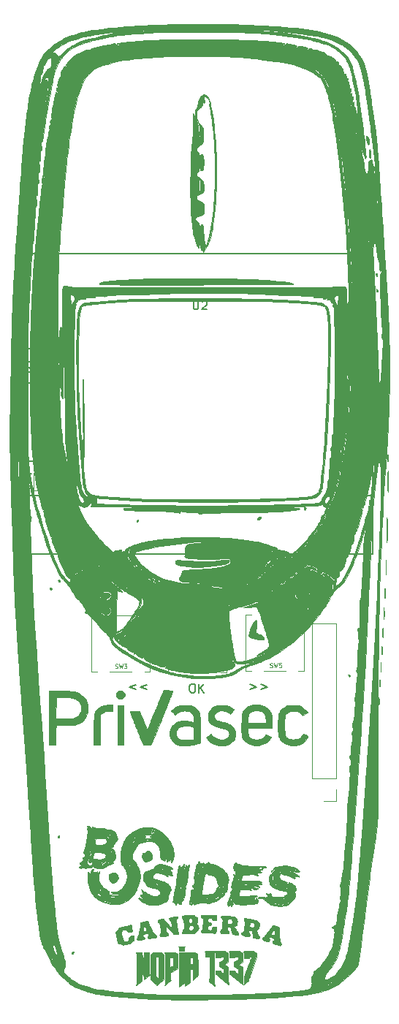
<source format=gbr>
G04 #@! TF.FileFunction,Legend,Top*
%FSLAX46Y46*%
G04 Gerber Fmt 4.6, Leading zero omitted, Abs format (unit mm)*
G04 Created by KiCad (PCBNEW 4.0.6) date Wed Oct 31 16:11:11 2018*
%MOMM*%
%LPD*%
G01*
G04 APERTURE LIST*
%ADD10C,0.100000*%
%ADD11C,0.010000*%
%ADD12C,0.150000*%
%ADD13C,0.120000*%
%ADD14C,0.125000*%
G04 APERTURE END LIST*
D10*
D11*
G36*
X62013010Y-123577865D02*
X62117935Y-123579966D01*
X62197815Y-123584485D01*
X62261289Y-123592254D01*
X62317000Y-123604106D01*
X62373587Y-123620873D01*
X62392983Y-123627309D01*
X62490182Y-123664725D01*
X62606824Y-123716754D01*
X62732790Y-123778137D01*
X62857956Y-123843616D01*
X62972202Y-123907933D01*
X63065406Y-123965829D01*
X63117932Y-124003921D01*
X63169041Y-124048389D01*
X63191674Y-124078683D01*
X63191647Y-124105452D01*
X63183413Y-124123801D01*
X63157076Y-124163308D01*
X63106195Y-124230178D01*
X63034259Y-124320049D01*
X62944753Y-124428561D01*
X62846593Y-124544981D01*
X62792203Y-124608880D01*
X62647656Y-124509920D01*
X62460592Y-124392775D01*
X62287087Y-124308673D01*
X62118541Y-124254589D01*
X61946348Y-124227501D01*
X61831289Y-124222934D01*
X61611813Y-124239006D01*
X61416290Y-124286729D01*
X61246940Y-124365367D01*
X61122662Y-124458323D01*
X61015762Y-124580180D01*
X60947990Y-124709652D01*
X60919299Y-124842339D01*
X60929644Y-124973842D01*
X60978980Y-125099760D01*
X61067261Y-125215695D01*
X61131078Y-125272574D01*
X61191321Y-125315704D01*
X61258214Y-125354060D01*
X61337590Y-125389737D01*
X61435278Y-125424832D01*
X61557111Y-125461441D01*
X61708919Y-125501658D01*
X61895566Y-125547351D01*
X62089579Y-125595618D01*
X62250800Y-125640649D01*
X62388298Y-125685513D01*
X62511143Y-125733279D01*
X62628405Y-125787017D01*
X62678733Y-125812396D01*
X62849109Y-125915067D01*
X63002592Y-126036278D01*
X63133035Y-126169707D01*
X63234292Y-126309028D01*
X63300214Y-126447919D01*
X63302171Y-126453812D01*
X63344348Y-126631249D01*
X63365404Y-126830441D01*
X63365048Y-127036290D01*
X63342989Y-127233697D01*
X63319285Y-127341552D01*
X63259167Y-127494524D01*
X63164329Y-127648617D01*
X63041597Y-127796834D01*
X62897797Y-127932174D01*
X62739757Y-128047640D01*
X62574302Y-128136232D01*
X62524456Y-128156442D01*
X62361240Y-128205277D01*
X62169514Y-128242590D01*
X61961846Y-128267090D01*
X61750806Y-128277486D01*
X61548961Y-128272488D01*
X61466396Y-128265091D01*
X61184708Y-128212197D01*
X60913504Y-128118975D01*
X60655707Y-127986751D01*
X60414241Y-127816850D01*
X60341114Y-127754932D01*
X60298184Y-127712542D01*
X60243578Y-127652356D01*
X60183114Y-127581624D01*
X60122612Y-127507597D01*
X60067893Y-127437524D01*
X60024776Y-127378655D01*
X59999081Y-127338242D01*
X59995136Y-127323922D01*
X60033850Y-127294549D01*
X60095035Y-127250563D01*
X60171332Y-127196993D01*
X60255384Y-127138870D01*
X60339832Y-127081226D01*
X60417319Y-127029090D01*
X60480486Y-126987493D01*
X60521975Y-126961467D01*
X60534462Y-126955193D01*
X60555021Y-126971312D01*
X60594325Y-127012498D01*
X60644781Y-127070673D01*
X60657954Y-127086567D01*
X60805031Y-127233401D01*
X60985000Y-127357905D01*
X61193488Y-127457838D01*
X61426126Y-127530961D01*
X61587538Y-127562946D01*
X61804081Y-127581192D01*
X62003108Y-127566988D01*
X62181704Y-127521633D01*
X62336955Y-127446425D01*
X62465946Y-127342662D01*
X62565763Y-127211642D01*
X62616598Y-127104714D01*
X62650655Y-126959560D01*
X62643206Y-126818247D01*
X62595077Y-126684122D01*
X62507093Y-126560531D01*
X62474151Y-126527053D01*
X62411686Y-126473433D01*
X62342584Y-126427229D01*
X62260838Y-126386105D01*
X62160443Y-126347724D01*
X62035392Y-126309749D01*
X61879679Y-126269844D01*
X61715650Y-126231975D01*
X61431652Y-126162650D01*
X61186284Y-126089627D01*
X60975896Y-126011382D01*
X60796840Y-125926392D01*
X60645469Y-125833132D01*
X60521651Y-125733342D01*
X60403797Y-125610429D01*
X60315287Y-125483026D01*
X60253210Y-125343523D01*
X60214651Y-125184314D01*
X60196698Y-124997790D01*
X60194557Y-124879100D01*
X60203819Y-124678784D01*
X60232501Y-124508916D01*
X60284269Y-124360651D01*
X60362788Y-124225146D01*
X60471725Y-124093555D01*
X60553887Y-124012169D01*
X60682612Y-123910434D01*
X60842887Y-123813468D01*
X61023933Y-123726735D01*
X61214972Y-123655700D01*
X61313483Y-123627093D01*
X61391278Y-123608181D01*
X61463420Y-123594677D01*
X61539702Y-123585711D01*
X61629921Y-123580414D01*
X61743872Y-123577919D01*
X61874400Y-123577350D01*
X62013010Y-123577865D01*
X62013010Y-123577865D01*
G37*
X62013010Y-123577865D02*
X62117935Y-123579966D01*
X62197815Y-123584485D01*
X62261289Y-123592254D01*
X62317000Y-123604106D01*
X62373587Y-123620873D01*
X62392983Y-123627309D01*
X62490182Y-123664725D01*
X62606824Y-123716754D01*
X62732790Y-123778137D01*
X62857956Y-123843616D01*
X62972202Y-123907933D01*
X63065406Y-123965829D01*
X63117932Y-124003921D01*
X63169041Y-124048389D01*
X63191674Y-124078683D01*
X63191647Y-124105452D01*
X63183413Y-124123801D01*
X63157076Y-124163308D01*
X63106195Y-124230178D01*
X63034259Y-124320049D01*
X62944753Y-124428561D01*
X62846593Y-124544981D01*
X62792203Y-124608880D01*
X62647656Y-124509920D01*
X62460592Y-124392775D01*
X62287087Y-124308673D01*
X62118541Y-124254589D01*
X61946348Y-124227501D01*
X61831289Y-124222934D01*
X61611813Y-124239006D01*
X61416290Y-124286729D01*
X61246940Y-124365367D01*
X61122662Y-124458323D01*
X61015762Y-124580180D01*
X60947990Y-124709652D01*
X60919299Y-124842339D01*
X60929644Y-124973842D01*
X60978980Y-125099760D01*
X61067261Y-125215695D01*
X61131078Y-125272574D01*
X61191321Y-125315704D01*
X61258214Y-125354060D01*
X61337590Y-125389737D01*
X61435278Y-125424832D01*
X61557111Y-125461441D01*
X61708919Y-125501658D01*
X61895566Y-125547351D01*
X62089579Y-125595618D01*
X62250800Y-125640649D01*
X62388298Y-125685513D01*
X62511143Y-125733279D01*
X62628405Y-125787017D01*
X62678733Y-125812396D01*
X62849109Y-125915067D01*
X63002592Y-126036278D01*
X63133035Y-126169707D01*
X63234292Y-126309028D01*
X63300214Y-126447919D01*
X63302171Y-126453812D01*
X63344348Y-126631249D01*
X63365404Y-126830441D01*
X63365048Y-127036290D01*
X63342989Y-127233697D01*
X63319285Y-127341552D01*
X63259167Y-127494524D01*
X63164329Y-127648617D01*
X63041597Y-127796834D01*
X62897797Y-127932174D01*
X62739757Y-128047640D01*
X62574302Y-128136232D01*
X62524456Y-128156442D01*
X62361240Y-128205277D01*
X62169514Y-128242590D01*
X61961846Y-128267090D01*
X61750806Y-128277486D01*
X61548961Y-128272488D01*
X61466396Y-128265091D01*
X61184708Y-128212197D01*
X60913504Y-128118975D01*
X60655707Y-127986751D01*
X60414241Y-127816850D01*
X60341114Y-127754932D01*
X60298184Y-127712542D01*
X60243578Y-127652356D01*
X60183114Y-127581624D01*
X60122612Y-127507597D01*
X60067893Y-127437524D01*
X60024776Y-127378655D01*
X59999081Y-127338242D01*
X59995136Y-127323922D01*
X60033850Y-127294549D01*
X60095035Y-127250563D01*
X60171332Y-127196993D01*
X60255384Y-127138870D01*
X60339832Y-127081226D01*
X60417319Y-127029090D01*
X60480486Y-126987493D01*
X60521975Y-126961467D01*
X60534462Y-126955193D01*
X60555021Y-126971312D01*
X60594325Y-127012498D01*
X60644781Y-127070673D01*
X60657954Y-127086567D01*
X60805031Y-127233401D01*
X60985000Y-127357905D01*
X61193488Y-127457838D01*
X61426126Y-127530961D01*
X61587538Y-127562946D01*
X61804081Y-127581192D01*
X62003108Y-127566988D01*
X62181704Y-127521633D01*
X62336955Y-127446425D01*
X62465946Y-127342662D01*
X62565763Y-127211642D01*
X62616598Y-127104714D01*
X62650655Y-126959560D01*
X62643206Y-126818247D01*
X62595077Y-126684122D01*
X62507093Y-126560531D01*
X62474151Y-126527053D01*
X62411686Y-126473433D01*
X62342584Y-126427229D01*
X62260838Y-126386105D01*
X62160443Y-126347724D01*
X62035392Y-126309749D01*
X61879679Y-126269844D01*
X61715650Y-126231975D01*
X61431652Y-126162650D01*
X61186284Y-126089627D01*
X60975896Y-126011382D01*
X60796840Y-125926392D01*
X60645469Y-125833132D01*
X60521651Y-125733342D01*
X60403797Y-125610429D01*
X60315287Y-125483026D01*
X60253210Y-125343523D01*
X60214651Y-125184314D01*
X60196698Y-124997790D01*
X60194557Y-124879100D01*
X60203819Y-124678784D01*
X60232501Y-124508916D01*
X60284269Y-124360651D01*
X60362788Y-124225146D01*
X60471725Y-124093555D01*
X60553887Y-124012169D01*
X60682612Y-123910434D01*
X60842887Y-123813468D01*
X61023933Y-123726735D01*
X61214972Y-123655700D01*
X61313483Y-123627093D01*
X61391278Y-123608181D01*
X61463420Y-123594677D01*
X61539702Y-123585711D01*
X61629921Y-123580414D01*
X61743872Y-123577919D01*
X61874400Y-123577350D01*
X62013010Y-123577865D01*
G36*
X66123413Y-123551120D02*
X66384321Y-123603742D01*
X66629768Y-123686542D01*
X66855618Y-123797783D01*
X67057732Y-123935728D01*
X67231970Y-124098641D01*
X67374197Y-124284784D01*
X67386802Y-124305108D01*
X67443861Y-124411519D01*
X67491287Y-124529179D01*
X67529739Y-124662381D01*
X67559878Y-124815423D01*
X67582361Y-124992598D01*
X67597849Y-125198203D01*
X67607000Y-125436534D01*
X67610475Y-125711885D01*
X67610548Y-125762809D01*
X67610566Y-126276100D01*
X64810189Y-126276100D01*
X64823271Y-126598892D01*
X64830002Y-126723370D01*
X64839513Y-126843786D01*
X64850697Y-126948688D01*
X64862447Y-127026624D01*
X64866386Y-127044991D01*
X64921466Y-127185005D01*
X65012434Y-127305106D01*
X65137139Y-127403959D01*
X65293428Y-127480225D01*
X65479149Y-127532568D01*
X65692151Y-127559650D01*
X65694983Y-127559823D01*
X65934420Y-127561345D01*
X66145280Y-127534071D01*
X66331366Y-127476478D01*
X66496481Y-127387042D01*
X66644427Y-127264238D01*
X66758855Y-127133350D01*
X66828176Y-127049647D01*
X66878990Y-127002872D01*
X66908255Y-126992612D01*
X66939297Y-127004052D01*
X67000637Y-127030487D01*
X67084487Y-127068430D01*
X67183057Y-127114397D01*
X67225492Y-127134551D01*
X67339025Y-127188222D01*
X67418053Y-127228250D01*
X67465021Y-127261650D01*
X67482375Y-127295437D01*
X67472560Y-127336627D01*
X67438021Y-127392235D01*
X67381203Y-127469279D01*
X67354653Y-127505126D01*
X67219543Y-127667596D01*
X67065781Y-127816452D01*
X66926318Y-127924949D01*
X66735322Y-128035992D01*
X66517585Y-128129077D01*
X66283597Y-128201635D01*
X66043852Y-128251102D01*
X65808843Y-128274909D01*
X65589060Y-128270492D01*
X65537515Y-128264649D01*
X65282534Y-128209667D01*
X65027943Y-128114277D01*
X64777845Y-127980239D01*
X64610961Y-127866823D01*
X64443042Y-127726269D01*
X64312847Y-127578838D01*
X64215771Y-127416994D01*
X64147211Y-127233202D01*
X64105581Y-127039638D01*
X64097333Y-126982383D01*
X64090624Y-126922258D01*
X64085371Y-126854878D01*
X64081494Y-126775859D01*
X64078908Y-126680817D01*
X64077531Y-126565367D01*
X64077281Y-126425126D01*
X64078075Y-126255708D01*
X64079831Y-126052731D01*
X64082464Y-125811971D01*
X64084582Y-125644481D01*
X64811911Y-125644481D01*
X65856697Y-125629461D01*
X66062846Y-125626350D01*
X66255843Y-125623153D01*
X66431610Y-125619959D01*
X66586070Y-125616854D01*
X66715145Y-125613926D01*
X66814758Y-125611262D01*
X66880832Y-125608951D01*
X66909290Y-125607079D01*
X66910073Y-125606833D01*
X66913267Y-125582168D01*
X66912039Y-125523611D01*
X66907145Y-125439283D01*
X66899343Y-125337307D01*
X66889392Y-125225807D01*
X66878047Y-125112903D01*
X66866068Y-125006718D01*
X66854212Y-124915376D01*
X66843235Y-124846998D01*
X66836392Y-124816847D01*
X66770754Y-124668411D01*
X66668532Y-124535003D01*
X66533977Y-124420482D01*
X66371339Y-124328701D01*
X66245837Y-124280923D01*
X66106579Y-124249837D01*
X65942591Y-124233296D01*
X65768898Y-124231295D01*
X65600523Y-124243830D01*
X65452492Y-124270895D01*
X65416372Y-124281190D01*
X65292636Y-124330436D01*
X65167366Y-124398106D01*
X65053403Y-124476061D01*
X64963587Y-124556163D01*
X64940574Y-124582767D01*
X64912350Y-124625641D01*
X64889544Y-124678766D01*
X64871293Y-124747474D01*
X64856736Y-124837097D01*
X64845009Y-124952966D01*
X64835251Y-125100414D01*
X64826598Y-125284772D01*
X64826456Y-125288249D01*
X64811911Y-125644481D01*
X64084582Y-125644481D01*
X64085993Y-125532984D01*
X64090124Y-125292548D01*
X64095647Y-125086885D01*
X64103353Y-124912212D01*
X64114033Y-124764749D01*
X64128477Y-124640716D01*
X64147476Y-124536332D01*
X64171821Y-124447815D01*
X64202303Y-124371386D01*
X64239712Y-124303263D01*
X64284839Y-124239666D01*
X64338474Y-124176814D01*
X64401409Y-124110927D01*
X64447949Y-124064414D01*
X64657093Y-123885169D01*
X64885778Y-123742934D01*
X65135165Y-123637171D01*
X65406411Y-123567343D01*
X65571772Y-123543357D01*
X65851185Y-123530413D01*
X66123413Y-123551120D01*
X66123413Y-123551120D01*
G37*
X66123413Y-123551120D02*
X66384321Y-123603742D01*
X66629768Y-123686542D01*
X66855618Y-123797783D01*
X67057732Y-123935728D01*
X67231970Y-124098641D01*
X67374197Y-124284784D01*
X67386802Y-124305108D01*
X67443861Y-124411519D01*
X67491287Y-124529179D01*
X67529739Y-124662381D01*
X67559878Y-124815423D01*
X67582361Y-124992598D01*
X67597849Y-125198203D01*
X67607000Y-125436534D01*
X67610475Y-125711885D01*
X67610548Y-125762809D01*
X67610566Y-126276100D01*
X64810189Y-126276100D01*
X64823271Y-126598892D01*
X64830002Y-126723370D01*
X64839513Y-126843786D01*
X64850697Y-126948688D01*
X64862447Y-127026624D01*
X64866386Y-127044991D01*
X64921466Y-127185005D01*
X65012434Y-127305106D01*
X65137139Y-127403959D01*
X65293428Y-127480225D01*
X65479149Y-127532568D01*
X65692151Y-127559650D01*
X65694983Y-127559823D01*
X65934420Y-127561345D01*
X66145280Y-127534071D01*
X66331366Y-127476478D01*
X66496481Y-127387042D01*
X66644427Y-127264238D01*
X66758855Y-127133350D01*
X66828176Y-127049647D01*
X66878990Y-127002872D01*
X66908255Y-126992612D01*
X66939297Y-127004052D01*
X67000637Y-127030487D01*
X67084487Y-127068430D01*
X67183057Y-127114397D01*
X67225492Y-127134551D01*
X67339025Y-127188222D01*
X67418053Y-127228250D01*
X67465021Y-127261650D01*
X67482375Y-127295437D01*
X67472560Y-127336627D01*
X67438021Y-127392235D01*
X67381203Y-127469279D01*
X67354653Y-127505126D01*
X67219543Y-127667596D01*
X67065781Y-127816452D01*
X66926318Y-127924949D01*
X66735322Y-128035992D01*
X66517585Y-128129077D01*
X66283597Y-128201635D01*
X66043852Y-128251102D01*
X65808843Y-128274909D01*
X65589060Y-128270492D01*
X65537515Y-128264649D01*
X65282534Y-128209667D01*
X65027943Y-128114277D01*
X64777845Y-127980239D01*
X64610961Y-127866823D01*
X64443042Y-127726269D01*
X64312847Y-127578838D01*
X64215771Y-127416994D01*
X64147211Y-127233202D01*
X64105581Y-127039638D01*
X64097333Y-126982383D01*
X64090624Y-126922258D01*
X64085371Y-126854878D01*
X64081494Y-126775859D01*
X64078908Y-126680817D01*
X64077531Y-126565367D01*
X64077281Y-126425126D01*
X64078075Y-126255708D01*
X64079831Y-126052731D01*
X64082464Y-125811971D01*
X64084582Y-125644481D01*
X64811911Y-125644481D01*
X65856697Y-125629461D01*
X66062846Y-125626350D01*
X66255843Y-125623153D01*
X66431610Y-125619959D01*
X66586070Y-125616854D01*
X66715145Y-125613926D01*
X66814758Y-125611262D01*
X66880832Y-125608951D01*
X66909290Y-125607079D01*
X66910073Y-125606833D01*
X66913267Y-125582168D01*
X66912039Y-125523611D01*
X66907145Y-125439283D01*
X66899343Y-125337307D01*
X66889392Y-125225807D01*
X66878047Y-125112903D01*
X66866068Y-125006718D01*
X66854212Y-124915376D01*
X66843235Y-124846998D01*
X66836392Y-124816847D01*
X66770754Y-124668411D01*
X66668532Y-124535003D01*
X66533977Y-124420482D01*
X66371339Y-124328701D01*
X66245837Y-124280923D01*
X66106579Y-124249837D01*
X65942591Y-124233296D01*
X65768898Y-124231295D01*
X65600523Y-124243830D01*
X65452492Y-124270895D01*
X65416372Y-124281190D01*
X65292636Y-124330436D01*
X65167366Y-124398106D01*
X65053403Y-124476061D01*
X64963587Y-124556163D01*
X64940574Y-124582767D01*
X64912350Y-124625641D01*
X64889544Y-124678766D01*
X64871293Y-124747474D01*
X64856736Y-124837097D01*
X64845009Y-124952966D01*
X64835251Y-125100414D01*
X64826598Y-125284772D01*
X64826456Y-125288249D01*
X64811911Y-125644481D01*
X64084582Y-125644481D01*
X64085993Y-125532984D01*
X64090124Y-125292548D01*
X64095647Y-125086885D01*
X64103353Y-124912212D01*
X64114033Y-124764749D01*
X64128477Y-124640716D01*
X64147476Y-124536332D01*
X64171821Y-124447815D01*
X64202303Y-124371386D01*
X64239712Y-124303263D01*
X64284839Y-124239666D01*
X64338474Y-124176814D01*
X64401409Y-124110927D01*
X64447949Y-124064414D01*
X64657093Y-123885169D01*
X64885778Y-123742934D01*
X65135165Y-123637171D01*
X65406411Y-123567343D01*
X65571772Y-123543357D01*
X65851185Y-123530413D01*
X66123413Y-123551120D01*
G36*
X70299529Y-123599825D02*
X70454532Y-123602114D01*
X70579280Y-123607148D01*
X70679812Y-123616054D01*
X70762166Y-123629956D01*
X70832378Y-123649981D01*
X70896488Y-123677254D01*
X70960533Y-123712900D01*
X71030551Y-123758044D01*
X71057207Y-123776039D01*
X71138981Y-123836185D01*
X71236591Y-123915092D01*
X71341734Y-124005289D01*
X71446105Y-124099302D01*
X71541399Y-124189661D01*
X71619313Y-124268892D01*
X71669854Y-124327293D01*
X71709149Y-124381088D01*
X71724966Y-124413883D01*
X71720422Y-124437609D01*
X71704081Y-124458236D01*
X71672701Y-124483358D01*
X71612579Y-124523695D01*
X71531997Y-124573939D01*
X71439238Y-124628781D01*
X71427167Y-124635714D01*
X71185876Y-124773829D01*
X70990872Y-124597708D01*
X70864100Y-124489070D01*
X70753013Y-124409000D01*
X70647562Y-124352450D01*
X70537702Y-124314373D01*
X70413383Y-124289722D01*
X70365171Y-124283400D01*
X70153809Y-124270646D01*
X69948995Y-124281552D01*
X69755895Y-124314340D01*
X69579671Y-124367234D01*
X69425488Y-124438457D01*
X69298510Y-124526233D01*
X69203902Y-124628785D01*
X69164995Y-124696291D01*
X69143085Y-124748229D01*
X69124739Y-124802676D01*
X69109687Y-124863666D01*
X69097658Y-124935231D01*
X69088382Y-125021403D01*
X69081588Y-125126216D01*
X69077006Y-125253702D01*
X69074364Y-125407893D01*
X69073393Y-125592823D01*
X69073822Y-125812524D01*
X69075129Y-126035888D01*
X69081650Y-126965021D01*
X69151495Y-127106840D01*
X69224092Y-127226409D01*
X69316500Y-127325227D01*
X69435024Y-127408136D01*
X69585967Y-127479975D01*
X69684900Y-127516458D01*
X69741921Y-127532965D01*
X69805279Y-127544273D01*
X69884034Y-127551187D01*
X69987251Y-127554514D01*
X70118816Y-127555080D01*
X70242918Y-127554267D01*
X70334654Y-127551837D01*
X70403990Y-127546391D01*
X70460892Y-127536530D01*
X70515328Y-127520857D01*
X70577264Y-127497972D01*
X70605650Y-127486773D01*
X70786804Y-127392352D01*
X70949964Y-127261361D01*
X71091110Y-127097191D01*
X71123420Y-127049932D01*
X71183094Y-126966649D01*
X71229238Y-126921263D01*
X71256153Y-126911100D01*
X71296207Y-126920788D01*
X71363062Y-126946609D01*
X71446760Y-126983696D01*
X71537345Y-127027184D01*
X71624858Y-127072205D01*
X71699343Y-127113896D01*
X71750843Y-127147388D01*
X71765126Y-127159830D01*
X71785624Y-127193208D01*
X71787547Y-127233570D01*
X71768759Y-127287838D01*
X71727124Y-127362936D01*
X71679605Y-127437118D01*
X71521588Y-127641811D01*
X71334714Y-127825010D01*
X71126946Y-127979914D01*
X70906252Y-128099719D01*
X70900855Y-128102110D01*
X70738287Y-128161872D01*
X70550793Y-128211270D01*
X70350726Y-128248467D01*
X70150436Y-128271623D01*
X69962274Y-128278900D01*
X69798591Y-128268459D01*
X69790733Y-128267362D01*
X69530715Y-128211980D01*
X69281296Y-128124018D01*
X69049574Y-128006957D01*
X68842650Y-127864273D01*
X68697585Y-127731774D01*
X68616019Y-127641873D01*
X68546406Y-127552961D01*
X68487838Y-127460928D01*
X68439408Y-127361661D01*
X68400210Y-127251051D01*
X68369336Y-127124984D01*
X68345879Y-126979351D01*
X68328932Y-126810039D01*
X68317587Y-126612939D01*
X68310938Y-126383938D01*
X68308077Y-126118925D01*
X68307785Y-125965228D01*
X68309016Y-125682638D01*
X68312660Y-125438764D01*
X68318970Y-125230047D01*
X68328199Y-125052924D01*
X68340599Y-124903834D01*
X68356424Y-124779216D01*
X68375924Y-124675509D01*
X68399353Y-124589151D01*
X68406935Y-124566798D01*
X68503497Y-124357461D01*
X68636753Y-124164271D01*
X68803026Y-123990630D01*
X68998642Y-123839940D01*
X69219924Y-123715606D01*
X69409733Y-123638504D01*
X69448824Y-123626440D01*
X69491204Y-123617058D01*
X69542549Y-123610038D01*
X69608534Y-123605061D01*
X69694835Y-123601807D01*
X69807128Y-123599957D01*
X69951087Y-123599190D01*
X70108233Y-123599157D01*
X70299529Y-123599825D01*
X70299529Y-123599825D01*
G37*
X70299529Y-123599825D02*
X70454532Y-123602114D01*
X70579280Y-123607148D01*
X70679812Y-123616054D01*
X70762166Y-123629956D01*
X70832378Y-123649981D01*
X70896488Y-123677254D01*
X70960533Y-123712900D01*
X71030551Y-123758044D01*
X71057207Y-123776039D01*
X71138981Y-123836185D01*
X71236591Y-123915092D01*
X71341734Y-124005289D01*
X71446105Y-124099302D01*
X71541399Y-124189661D01*
X71619313Y-124268892D01*
X71669854Y-124327293D01*
X71709149Y-124381088D01*
X71724966Y-124413883D01*
X71720422Y-124437609D01*
X71704081Y-124458236D01*
X71672701Y-124483358D01*
X71612579Y-124523695D01*
X71531997Y-124573939D01*
X71439238Y-124628781D01*
X71427167Y-124635714D01*
X71185876Y-124773829D01*
X70990872Y-124597708D01*
X70864100Y-124489070D01*
X70753013Y-124409000D01*
X70647562Y-124352450D01*
X70537702Y-124314373D01*
X70413383Y-124289722D01*
X70365171Y-124283400D01*
X70153809Y-124270646D01*
X69948995Y-124281552D01*
X69755895Y-124314340D01*
X69579671Y-124367234D01*
X69425488Y-124438457D01*
X69298510Y-124526233D01*
X69203902Y-124628785D01*
X69164995Y-124696291D01*
X69143085Y-124748229D01*
X69124739Y-124802676D01*
X69109687Y-124863666D01*
X69097658Y-124935231D01*
X69088382Y-125021403D01*
X69081588Y-125126216D01*
X69077006Y-125253702D01*
X69074364Y-125407893D01*
X69073393Y-125592823D01*
X69073822Y-125812524D01*
X69075129Y-126035888D01*
X69081650Y-126965021D01*
X69151495Y-127106840D01*
X69224092Y-127226409D01*
X69316500Y-127325227D01*
X69435024Y-127408136D01*
X69585967Y-127479975D01*
X69684900Y-127516458D01*
X69741921Y-127532965D01*
X69805279Y-127544273D01*
X69884034Y-127551187D01*
X69987251Y-127554514D01*
X70118816Y-127555080D01*
X70242918Y-127554267D01*
X70334654Y-127551837D01*
X70403990Y-127546391D01*
X70460892Y-127536530D01*
X70515328Y-127520857D01*
X70577264Y-127497972D01*
X70605650Y-127486773D01*
X70786804Y-127392352D01*
X70949964Y-127261361D01*
X71091110Y-127097191D01*
X71123420Y-127049932D01*
X71183094Y-126966649D01*
X71229238Y-126921263D01*
X71256153Y-126911100D01*
X71296207Y-126920788D01*
X71363062Y-126946609D01*
X71446760Y-126983696D01*
X71537345Y-127027184D01*
X71624858Y-127072205D01*
X71699343Y-127113896D01*
X71750843Y-127147388D01*
X71765126Y-127159830D01*
X71785624Y-127193208D01*
X71787547Y-127233570D01*
X71768759Y-127287838D01*
X71727124Y-127362936D01*
X71679605Y-127437118D01*
X71521588Y-127641811D01*
X71334714Y-127825010D01*
X71126946Y-127979914D01*
X70906252Y-128099719D01*
X70900855Y-128102110D01*
X70738287Y-128161872D01*
X70550793Y-128211270D01*
X70350726Y-128248467D01*
X70150436Y-128271623D01*
X69962274Y-128278900D01*
X69798591Y-128268459D01*
X69790733Y-128267362D01*
X69530715Y-128211980D01*
X69281296Y-128124018D01*
X69049574Y-128006957D01*
X68842650Y-127864273D01*
X68697585Y-127731774D01*
X68616019Y-127641873D01*
X68546406Y-127552961D01*
X68487838Y-127460928D01*
X68439408Y-127361661D01*
X68400210Y-127251051D01*
X68369336Y-127124984D01*
X68345879Y-126979351D01*
X68328932Y-126810039D01*
X68317587Y-126612939D01*
X68310938Y-126383938D01*
X68308077Y-126118925D01*
X68307785Y-125965228D01*
X68309016Y-125682638D01*
X68312660Y-125438764D01*
X68318970Y-125230047D01*
X68328199Y-125052924D01*
X68340599Y-124903834D01*
X68356424Y-124779216D01*
X68375924Y-124675509D01*
X68399353Y-124589151D01*
X68406935Y-124566798D01*
X68503497Y-124357461D01*
X68636753Y-124164271D01*
X68803026Y-123990630D01*
X68998642Y-123839940D01*
X69219924Y-123715606D01*
X69409733Y-123638504D01*
X69448824Y-123626440D01*
X69491204Y-123617058D01*
X69542549Y-123610038D01*
X69608534Y-123605061D01*
X69694835Y-123601807D01*
X69807128Y-123599957D01*
X69951087Y-123599190D01*
X70108233Y-123599157D01*
X70299529Y-123599825D01*
G36*
X57746216Y-123578381D02*
X57859162Y-123579742D01*
X57945368Y-123582798D01*
X58012629Y-123588318D01*
X58068741Y-123597073D01*
X58121501Y-123609833D01*
X58178704Y-123627366D01*
X58212566Y-123638550D01*
X58450126Y-123739178D01*
X58677507Y-123877804D01*
X58888549Y-124050280D01*
X59012585Y-124176948D01*
X59055177Y-124227207D01*
X59093089Y-124279418D01*
X59126626Y-124336270D01*
X59156097Y-124400447D01*
X59181806Y-124474635D01*
X59204061Y-124561521D01*
X59223168Y-124663791D01*
X59239434Y-124784130D01*
X59253165Y-124925224D01*
X59264667Y-125089761D01*
X59274248Y-125280424D01*
X59282213Y-125499902D01*
X59288869Y-125750879D01*
X59294523Y-126036041D01*
X59299481Y-126358076D01*
X59304050Y-126719667D01*
X59304200Y-126732452D01*
X59318282Y-127940220D01*
X59194049Y-127994819D01*
X59011725Y-128062091D01*
X58792701Y-128120700D01*
X58541867Y-128169883D01*
X58264114Y-128208881D01*
X57964331Y-128236932D01*
X57647408Y-128253273D01*
X57514066Y-128256406D01*
X57370116Y-128257693D01*
X57234929Y-128257162D01*
X57116147Y-128254978D01*
X57021414Y-128251308D01*
X56958373Y-128246317D01*
X56944020Y-128244046D01*
X56682863Y-128172166D01*
X56453930Y-128072946D01*
X56256891Y-127946106D01*
X56091416Y-127791368D01*
X55957173Y-127608452D01*
X55853833Y-127397080D01*
X55817168Y-127292100D01*
X55785384Y-127149896D01*
X55767665Y-126982600D01*
X55764453Y-126826104D01*
X56508650Y-126826104D01*
X56509863Y-126932004D01*
X56514916Y-127008399D01*
X56525924Y-127068083D01*
X56545002Y-127123849D01*
X56565546Y-127170084D01*
X56628530Y-127291444D01*
X56694677Y-127386838D01*
X56770458Y-127460104D01*
X56862346Y-127515075D01*
X56976813Y-127555587D01*
X57120332Y-127585475D01*
X57299376Y-127608574D01*
X57306884Y-127609361D01*
X57405651Y-127616374D01*
X57531174Y-127620384D01*
X57674663Y-127621598D01*
X57827330Y-127620221D01*
X57980384Y-127616460D01*
X58125036Y-127610522D01*
X58252496Y-127602612D01*
X58353975Y-127592937D01*
X58413650Y-127583388D01*
X58540650Y-127554962D01*
X58546222Y-126841922D01*
X58551795Y-126128881D01*
X58493305Y-126115561D01*
X58444821Y-126104122D01*
X58370015Y-126086037D01*
X58283650Y-126064879D01*
X58268524Y-126061145D01*
X58042642Y-126017388D01*
X57809111Y-125994171D01*
X57577442Y-125991300D01*
X57357151Y-126008579D01*
X57157751Y-126045815D01*
X57028084Y-126086547D01*
X56870361Y-126158359D01*
X56747628Y-126240760D01*
X56652804Y-126339643D01*
X56579216Y-126460068D01*
X56547203Y-126527957D01*
X56526677Y-126583445D01*
X56515102Y-126639684D01*
X56509942Y-126709824D01*
X56508663Y-126807017D01*
X56508650Y-126826104D01*
X55764453Y-126826104D01*
X55764011Y-126804596D01*
X55774422Y-126630269D01*
X55798898Y-126474005D01*
X55817189Y-126404642D01*
X55883281Y-126237613D01*
X55974296Y-126085552D01*
X56097279Y-125937287D01*
X56138808Y-125894525D01*
X56328829Y-125729170D01*
X56534606Y-125599363D01*
X56762762Y-125501432D01*
X56942566Y-125449093D01*
X57127002Y-125416377D01*
X57338779Y-125399137D01*
X57565862Y-125397296D01*
X57796221Y-125410777D01*
X58017822Y-125439503D01*
X58107578Y-125456556D01*
X58216355Y-125480762D01*
X58317161Y-125505461D01*
X58398866Y-125527783D01*
X58450339Y-125544858D01*
X58450856Y-125545072D01*
X58503723Y-125565781D01*
X58538698Y-125576963D01*
X58543048Y-125577600D01*
X58547879Y-125557875D01*
X58549461Y-125504144D01*
X58548218Y-125424576D01*
X58544572Y-125327339D01*
X58538945Y-125220603D01*
X58531760Y-125112535D01*
X58523438Y-125011304D01*
X58514403Y-124925078D01*
X58506430Y-124869416D01*
X58483828Y-124766885D01*
X58452323Y-124687008D01*
X58403692Y-124614596D01*
X58329711Y-124534459D01*
X58319744Y-124524591D01*
X58189917Y-124416059D01*
X58047130Y-124335980D01*
X57885074Y-124282168D01*
X57697443Y-124252439D01*
X57511113Y-124244468D01*
X57259047Y-124258046D01*
X57034575Y-124300676D01*
X56833238Y-124373752D01*
X56650576Y-124478671D01*
X56570362Y-124539011D01*
X56502825Y-124593861D01*
X56441327Y-124643794D01*
X56400175Y-124677192D01*
X56349004Y-124718701D01*
X56127107Y-124497560D01*
X56049570Y-124418982D01*
X55984587Y-124350628D01*
X55937286Y-124298091D01*
X55912793Y-124266965D01*
X55910597Y-124261381D01*
X55927980Y-124241730D01*
X55970101Y-124201564D01*
X56029511Y-124147866D01*
X56064150Y-124117448D01*
X56269400Y-123953634D01*
X56471981Y-123824034D01*
X56682811Y-123722766D01*
X56912804Y-123643951D01*
X56974316Y-123627134D01*
X57044390Y-123609852D01*
X57108955Y-123597080D01*
X57176301Y-123588166D01*
X57254714Y-123582455D01*
X57352486Y-123579295D01*
X57477903Y-123578034D01*
X57598733Y-123577945D01*
X57746216Y-123578381D01*
X57746216Y-123578381D01*
G37*
X57746216Y-123578381D02*
X57859162Y-123579742D01*
X57945368Y-123582798D01*
X58012629Y-123588318D01*
X58068741Y-123597073D01*
X58121501Y-123609833D01*
X58178704Y-123627366D01*
X58212566Y-123638550D01*
X58450126Y-123739178D01*
X58677507Y-123877804D01*
X58888549Y-124050280D01*
X59012585Y-124176948D01*
X59055177Y-124227207D01*
X59093089Y-124279418D01*
X59126626Y-124336270D01*
X59156097Y-124400447D01*
X59181806Y-124474635D01*
X59204061Y-124561521D01*
X59223168Y-124663791D01*
X59239434Y-124784130D01*
X59253165Y-124925224D01*
X59264667Y-125089761D01*
X59274248Y-125280424D01*
X59282213Y-125499902D01*
X59288869Y-125750879D01*
X59294523Y-126036041D01*
X59299481Y-126358076D01*
X59304050Y-126719667D01*
X59304200Y-126732452D01*
X59318282Y-127940220D01*
X59194049Y-127994819D01*
X59011725Y-128062091D01*
X58792701Y-128120700D01*
X58541867Y-128169883D01*
X58264114Y-128208881D01*
X57964331Y-128236932D01*
X57647408Y-128253273D01*
X57514066Y-128256406D01*
X57370116Y-128257693D01*
X57234929Y-128257162D01*
X57116147Y-128254978D01*
X57021414Y-128251308D01*
X56958373Y-128246317D01*
X56944020Y-128244046D01*
X56682863Y-128172166D01*
X56453930Y-128072946D01*
X56256891Y-127946106D01*
X56091416Y-127791368D01*
X55957173Y-127608452D01*
X55853833Y-127397080D01*
X55817168Y-127292100D01*
X55785384Y-127149896D01*
X55767665Y-126982600D01*
X55764453Y-126826104D01*
X56508650Y-126826104D01*
X56509863Y-126932004D01*
X56514916Y-127008399D01*
X56525924Y-127068083D01*
X56545002Y-127123849D01*
X56565546Y-127170084D01*
X56628530Y-127291444D01*
X56694677Y-127386838D01*
X56770458Y-127460104D01*
X56862346Y-127515075D01*
X56976813Y-127555587D01*
X57120332Y-127585475D01*
X57299376Y-127608574D01*
X57306884Y-127609361D01*
X57405651Y-127616374D01*
X57531174Y-127620384D01*
X57674663Y-127621598D01*
X57827330Y-127620221D01*
X57980384Y-127616460D01*
X58125036Y-127610522D01*
X58252496Y-127602612D01*
X58353975Y-127592937D01*
X58413650Y-127583388D01*
X58540650Y-127554962D01*
X58546222Y-126841922D01*
X58551795Y-126128881D01*
X58493305Y-126115561D01*
X58444821Y-126104122D01*
X58370015Y-126086037D01*
X58283650Y-126064879D01*
X58268524Y-126061145D01*
X58042642Y-126017388D01*
X57809111Y-125994171D01*
X57577442Y-125991300D01*
X57357151Y-126008579D01*
X57157751Y-126045815D01*
X57028084Y-126086547D01*
X56870361Y-126158359D01*
X56747628Y-126240760D01*
X56652804Y-126339643D01*
X56579216Y-126460068D01*
X56547203Y-126527957D01*
X56526677Y-126583445D01*
X56515102Y-126639684D01*
X56509942Y-126709824D01*
X56508663Y-126807017D01*
X56508650Y-126826104D01*
X55764453Y-126826104D01*
X55764011Y-126804596D01*
X55774422Y-126630269D01*
X55798898Y-126474005D01*
X55817189Y-126404642D01*
X55883281Y-126237613D01*
X55974296Y-126085552D01*
X56097279Y-125937287D01*
X56138808Y-125894525D01*
X56328829Y-125729170D01*
X56534606Y-125599363D01*
X56762762Y-125501432D01*
X56942566Y-125449093D01*
X57127002Y-125416377D01*
X57338779Y-125399137D01*
X57565862Y-125397296D01*
X57796221Y-125410777D01*
X58017822Y-125439503D01*
X58107578Y-125456556D01*
X58216355Y-125480762D01*
X58317161Y-125505461D01*
X58398866Y-125527783D01*
X58450339Y-125544858D01*
X58450856Y-125545072D01*
X58503723Y-125565781D01*
X58538698Y-125576963D01*
X58543048Y-125577600D01*
X58547879Y-125557875D01*
X58549461Y-125504144D01*
X58548218Y-125424576D01*
X58544572Y-125327339D01*
X58538945Y-125220603D01*
X58531760Y-125112535D01*
X58523438Y-125011304D01*
X58514403Y-124925078D01*
X58506430Y-124869416D01*
X58483828Y-124766885D01*
X58452323Y-124687008D01*
X58403692Y-124614596D01*
X58329711Y-124534459D01*
X58319744Y-124524591D01*
X58189917Y-124416059D01*
X58047130Y-124335980D01*
X57885074Y-124282168D01*
X57697443Y-124252439D01*
X57511113Y-124244468D01*
X57259047Y-124258046D01*
X57034575Y-124300676D01*
X56833238Y-124373752D01*
X56650576Y-124478671D01*
X56570362Y-124539011D01*
X56502825Y-124593861D01*
X56441327Y-124643794D01*
X56400175Y-124677192D01*
X56349004Y-124718701D01*
X56127107Y-124497560D01*
X56049570Y-124418982D01*
X55984587Y-124350628D01*
X55937286Y-124298091D01*
X55912793Y-124266965D01*
X55910597Y-124261381D01*
X55927980Y-124241730D01*
X55970101Y-124201564D01*
X56029511Y-124147866D01*
X56064150Y-124117448D01*
X56269400Y-123953634D01*
X56471981Y-123824034D01*
X56682811Y-123722766D01*
X56912804Y-123643951D01*
X56974316Y-123627134D01*
X57044390Y-123609852D01*
X57108955Y-123597080D01*
X57176301Y-123588166D01*
X57254714Y-123582455D01*
X57352486Y-123579295D01*
X57477903Y-123578034D01*
X57598733Y-123577945D01*
X57746216Y-123578381D01*
G36*
X43020191Y-121946930D02*
X43251801Y-121949904D01*
X43477811Y-121953334D01*
X43693380Y-121957111D01*
X43893668Y-121961126D01*
X44073834Y-121965273D01*
X44229040Y-121969443D01*
X44354444Y-121973527D01*
X44445206Y-121977417D01*
X44480492Y-121979574D01*
X44730945Y-122009442D01*
X44953477Y-122061688D01*
X45155995Y-122140034D01*
X45346406Y-122248200D01*
X45532617Y-122389905D01*
X45713650Y-122559813D01*
X45867386Y-122728275D01*
X45989312Y-122891766D01*
X46086622Y-123061767D01*
X46166512Y-123249758D01*
X46192162Y-123323350D01*
X46216299Y-123397095D01*
X46234159Y-123457682D01*
X46246686Y-123513515D01*
X46254826Y-123572997D01*
X46259524Y-123644532D01*
X46261727Y-123736524D01*
X46262380Y-123857377D01*
X46262421Y-123947767D01*
X46262245Y-124090104D01*
X46261089Y-124198512D01*
X46258007Y-124281397D01*
X46252053Y-124347164D01*
X46242284Y-124404217D01*
X46227754Y-124460962D01*
X46207518Y-124525804D01*
X46192214Y-124572184D01*
X46112062Y-124786123D01*
X46020976Y-124972327D01*
X45911534Y-125145245D01*
X45866092Y-125207184D01*
X45720385Y-125370541D01*
X45543198Y-125522736D01*
X45345132Y-125656729D01*
X45136790Y-125765484D01*
X44928773Y-125841964D01*
X44896857Y-125850575D01*
X44777140Y-125874472D01*
X44619900Y-125894462D01*
X44424336Y-125910587D01*
X44189643Y-125922892D01*
X43915021Y-125931421D01*
X43599666Y-125936218D01*
X43318330Y-125937398D01*
X42595178Y-125937434D01*
X42583563Y-126090892D01*
X42580897Y-126143939D01*
X42577924Y-126234210D01*
X42574749Y-126356599D01*
X42571479Y-126505997D01*
X42568220Y-126677298D01*
X42565077Y-126865395D01*
X42562157Y-127065181D01*
X42560213Y-127216631D01*
X42557715Y-127415113D01*
X42555188Y-127600147D01*
X42552704Y-127767527D01*
X42550334Y-127913052D01*
X42548151Y-128032518D01*
X42546225Y-128121723D01*
X42544629Y-128176463D01*
X42543564Y-128192781D01*
X42521886Y-128194850D01*
X42464845Y-128198176D01*
X42379377Y-128202410D01*
X42272422Y-128207206D01*
X42173525Y-128211316D01*
X41808400Y-128225980D01*
X41808400Y-125179547D01*
X42570057Y-125179547D01*
X43453936Y-125165194D01*
X43651361Y-125161600D01*
X43842301Y-125157390D01*
X44021100Y-125152742D01*
X44182101Y-125147834D01*
X44319646Y-125142842D01*
X44428080Y-125137944D01*
X44501745Y-125133317D01*
X44517733Y-125131851D01*
X44717378Y-125090134D01*
X44903956Y-125010557D01*
X45073426Y-124896620D01*
X45221747Y-124751823D01*
X45344879Y-124579665D01*
X45438780Y-124383648D01*
X45463045Y-124313102D01*
X45488996Y-124224161D01*
X45504264Y-124151168D01*
X45510654Y-124077981D01*
X45509969Y-123988455D01*
X45506931Y-123920523D01*
X45478972Y-123693468D01*
X45420554Y-123485037D01*
X45333657Y-123299958D01*
X45220258Y-123142954D01*
X45153281Y-123075595D01*
X45053607Y-122994706D01*
X44945513Y-122925272D01*
X44825463Y-122866623D01*
X44689925Y-122818091D01*
X44535363Y-122779008D01*
X44358245Y-122748706D01*
X44155036Y-122726515D01*
X43922202Y-122711768D01*
X43656210Y-122703795D01*
X43353524Y-122701929D01*
X43184233Y-122703109D01*
X42580983Y-122709517D01*
X42570057Y-125179547D01*
X41808400Y-125179547D01*
X41808400Y-121932823D01*
X43020191Y-121946930D01*
X43020191Y-121946930D01*
G37*
X43020191Y-121946930D02*
X43251801Y-121949904D01*
X43477811Y-121953334D01*
X43693380Y-121957111D01*
X43893668Y-121961126D01*
X44073834Y-121965273D01*
X44229040Y-121969443D01*
X44354444Y-121973527D01*
X44445206Y-121977417D01*
X44480492Y-121979574D01*
X44730945Y-122009442D01*
X44953477Y-122061688D01*
X45155995Y-122140034D01*
X45346406Y-122248200D01*
X45532617Y-122389905D01*
X45713650Y-122559813D01*
X45867386Y-122728275D01*
X45989312Y-122891766D01*
X46086622Y-123061767D01*
X46166512Y-123249758D01*
X46192162Y-123323350D01*
X46216299Y-123397095D01*
X46234159Y-123457682D01*
X46246686Y-123513515D01*
X46254826Y-123572997D01*
X46259524Y-123644532D01*
X46261727Y-123736524D01*
X46262380Y-123857377D01*
X46262421Y-123947767D01*
X46262245Y-124090104D01*
X46261089Y-124198512D01*
X46258007Y-124281397D01*
X46252053Y-124347164D01*
X46242284Y-124404217D01*
X46227754Y-124460962D01*
X46207518Y-124525804D01*
X46192214Y-124572184D01*
X46112062Y-124786123D01*
X46020976Y-124972327D01*
X45911534Y-125145245D01*
X45866092Y-125207184D01*
X45720385Y-125370541D01*
X45543198Y-125522736D01*
X45345132Y-125656729D01*
X45136790Y-125765484D01*
X44928773Y-125841964D01*
X44896857Y-125850575D01*
X44777140Y-125874472D01*
X44619900Y-125894462D01*
X44424336Y-125910587D01*
X44189643Y-125922892D01*
X43915021Y-125931421D01*
X43599666Y-125936218D01*
X43318330Y-125937398D01*
X42595178Y-125937434D01*
X42583563Y-126090892D01*
X42580897Y-126143939D01*
X42577924Y-126234210D01*
X42574749Y-126356599D01*
X42571479Y-126505997D01*
X42568220Y-126677298D01*
X42565077Y-126865395D01*
X42562157Y-127065181D01*
X42560213Y-127216631D01*
X42557715Y-127415113D01*
X42555188Y-127600147D01*
X42552704Y-127767527D01*
X42550334Y-127913052D01*
X42548151Y-128032518D01*
X42546225Y-128121723D01*
X42544629Y-128176463D01*
X42543564Y-128192781D01*
X42521886Y-128194850D01*
X42464845Y-128198176D01*
X42379377Y-128202410D01*
X42272422Y-128207206D01*
X42173525Y-128211316D01*
X41808400Y-128225980D01*
X41808400Y-125179547D01*
X42570057Y-125179547D01*
X43453936Y-125165194D01*
X43651361Y-125161600D01*
X43842301Y-125157390D01*
X44021100Y-125152742D01*
X44182101Y-125147834D01*
X44319646Y-125142842D01*
X44428080Y-125137944D01*
X44501745Y-125133317D01*
X44517733Y-125131851D01*
X44717378Y-125090134D01*
X44903956Y-125010557D01*
X45073426Y-124896620D01*
X45221747Y-124751823D01*
X45344879Y-124579665D01*
X45438780Y-124383648D01*
X45463045Y-124313102D01*
X45488996Y-124224161D01*
X45504264Y-124151168D01*
X45510654Y-124077981D01*
X45509969Y-123988455D01*
X45506931Y-123920523D01*
X45478972Y-123693468D01*
X45420554Y-123485037D01*
X45333657Y-123299958D01*
X45220258Y-123142954D01*
X45153281Y-123075595D01*
X45053607Y-122994706D01*
X44945513Y-122925272D01*
X44825463Y-122866623D01*
X44689925Y-122818091D01*
X44535363Y-122779008D01*
X44358245Y-122748706D01*
X44155036Y-122726515D01*
X43922202Y-122711768D01*
X43656210Y-122703795D01*
X43353524Y-122701929D01*
X43184233Y-122703109D01*
X42580983Y-122709517D01*
X42570057Y-125179547D01*
X41808400Y-125179547D01*
X41808400Y-121932823D01*
X43020191Y-121946930D01*
G36*
X48962733Y-123549619D02*
X49100316Y-123556184D01*
X49106120Y-123910725D01*
X49111923Y-124265267D01*
X48845591Y-124265267D01*
X48632236Y-124270322D01*
X48453354Y-124286961D01*
X48302133Y-124317394D01*
X48171763Y-124363832D01*
X48055434Y-124428486D01*
X47946335Y-124513565D01*
X47877380Y-124579534D01*
X47739165Y-124720350D01*
X47710657Y-126448976D01*
X47706135Y-126715652D01*
X47701579Y-126969987D01*
X47697061Y-127208824D01*
X47692653Y-127429003D01*
X47688424Y-127627366D01*
X47684446Y-127800754D01*
X47680790Y-127946009D01*
X47677527Y-128059973D01*
X47674729Y-128139485D01*
X47672465Y-128181389D01*
X47671566Y-128187242D01*
X47647946Y-128191241D01*
X47589158Y-128196265D01*
X47502340Y-128201842D01*
X47394630Y-128207503D01*
X47301150Y-128211655D01*
X46941316Y-128226428D01*
X46946552Y-127447056D01*
X46948670Y-127190600D01*
X46951576Y-126927654D01*
X46955179Y-126661937D01*
X46959390Y-126397164D01*
X46964117Y-126137054D01*
X46969271Y-125885323D01*
X46974759Y-125645688D01*
X46980492Y-125421867D01*
X46986378Y-125217576D01*
X46992328Y-125036532D01*
X46998250Y-124882454D01*
X47004054Y-124759057D01*
X47009648Y-124670060D01*
X47014944Y-124619178D01*
X47015626Y-124615455D01*
X47037377Y-124545040D01*
X47074865Y-124457208D01*
X47120390Y-124369797D01*
X47125272Y-124361455D01*
X47270459Y-124157296D01*
X47447542Y-123980907D01*
X47656365Y-123832402D01*
X47896769Y-123711898D01*
X48105483Y-123637607D01*
X48215657Y-123611212D01*
X48355643Y-123587803D01*
X48512952Y-123568664D01*
X48675098Y-123555076D01*
X48829592Y-123548319D01*
X48962733Y-123549619D01*
X48962733Y-123549619D01*
G37*
X48962733Y-123549619D02*
X49100316Y-123556184D01*
X49106120Y-123910725D01*
X49111923Y-124265267D01*
X48845591Y-124265267D01*
X48632236Y-124270322D01*
X48453354Y-124286961D01*
X48302133Y-124317394D01*
X48171763Y-124363832D01*
X48055434Y-124428486D01*
X47946335Y-124513565D01*
X47877380Y-124579534D01*
X47739165Y-124720350D01*
X47710657Y-126448976D01*
X47706135Y-126715652D01*
X47701579Y-126969987D01*
X47697061Y-127208824D01*
X47692653Y-127429003D01*
X47688424Y-127627366D01*
X47684446Y-127800754D01*
X47680790Y-127946009D01*
X47677527Y-128059973D01*
X47674729Y-128139485D01*
X47672465Y-128181389D01*
X47671566Y-128187242D01*
X47647946Y-128191241D01*
X47589158Y-128196265D01*
X47502340Y-128201842D01*
X47394630Y-128207503D01*
X47301150Y-128211655D01*
X46941316Y-128226428D01*
X46946552Y-127447056D01*
X46948670Y-127190600D01*
X46951576Y-126927654D01*
X46955179Y-126661937D01*
X46959390Y-126397164D01*
X46964117Y-126137054D01*
X46969271Y-125885323D01*
X46974759Y-125645688D01*
X46980492Y-125421867D01*
X46986378Y-125217576D01*
X46992328Y-125036532D01*
X46998250Y-124882454D01*
X47004054Y-124759057D01*
X47009648Y-124670060D01*
X47014944Y-124619178D01*
X47015626Y-124615455D01*
X47037377Y-124545040D01*
X47074865Y-124457208D01*
X47120390Y-124369797D01*
X47125272Y-124361455D01*
X47270459Y-124157296D01*
X47447542Y-123980907D01*
X47656365Y-123832402D01*
X47896769Y-123711898D01*
X48105483Y-123637607D01*
X48215657Y-123611212D01*
X48355643Y-123587803D01*
X48512952Y-123568664D01*
X48675098Y-123555076D01*
X48829592Y-123548319D01*
X48962733Y-123549619D01*
G36*
X50444400Y-128223434D02*
X49724733Y-128223434D01*
X49724733Y-123609100D01*
X50444400Y-123609100D01*
X50444400Y-128223434D01*
X50444400Y-128223434D01*
G37*
X50444400Y-128223434D02*
X49724733Y-128223434D01*
X49724733Y-123609100D01*
X50444400Y-123609100D01*
X50444400Y-128223434D01*
G36*
X55572530Y-121879153D02*
X55717707Y-121882945D01*
X55848582Y-121887266D01*
X55959295Y-121891850D01*
X56043986Y-121896428D01*
X56096797Y-121900735D01*
X56112099Y-121903744D01*
X56111619Y-121928550D01*
X56097302Y-121979545D01*
X56079588Y-122027151D01*
X56057311Y-122082390D01*
X56022820Y-122168430D01*
X55979529Y-122276733D01*
X55930851Y-122398757D01*
X55882964Y-122519017D01*
X55830559Y-122650655D01*
X55778640Y-122780916D01*
X55731120Y-122899994D01*
X55691911Y-122998080D01*
X55667583Y-123058767D01*
X55631287Y-123149418D01*
X55595710Y-123238857D01*
X55568136Y-123308761D01*
X55566570Y-123312767D01*
X55550127Y-123354207D01*
X55519887Y-123429759D01*
X55477917Y-123534283D01*
X55426284Y-123662643D01*
X55367053Y-123809700D01*
X55302292Y-123970318D01*
X55238780Y-124127684D01*
X55174386Y-124287159D01*
X55115670Y-124432564D01*
X55060705Y-124568669D01*
X55007561Y-124700247D01*
X54954312Y-124832071D01*
X54899029Y-124968912D01*
X54839784Y-125115542D01*
X54774649Y-125276733D01*
X54701696Y-125457258D01*
X54618997Y-125661888D01*
X54524624Y-125895397D01*
X54416649Y-126162554D01*
X54396422Y-126212600D01*
X54298688Y-126454122D01*
X54202565Y-126691101D01*
X54110585Y-126917326D01*
X54025276Y-127126587D01*
X53949170Y-127312675D01*
X53884797Y-127469379D01*
X53853111Y-127546100D01*
X53815934Y-127636428D01*
X53770183Y-127748406D01*
X53723051Y-127864398D01*
X53698828Y-127924305D01*
X53645375Y-128047125D01*
X53599952Y-128130272D01*
X53561615Y-128175442D01*
X53557577Y-128178305D01*
X53531061Y-128190988D01*
X53491354Y-128200682D01*
X53432484Y-128207937D01*
X53348477Y-128213302D01*
X53233361Y-128217325D01*
X53101757Y-128220188D01*
X52698650Y-128227527D01*
X52386941Y-127447605D01*
X52313956Y-127265031D01*
X52242058Y-127085256D01*
X52173656Y-126914296D01*
X52111156Y-126758162D01*
X52056965Y-126622869D01*
X52013491Y-126514429D01*
X51983141Y-126438856D01*
X51981529Y-126434850D01*
X51887532Y-126201262D01*
X51807672Y-126002738D01*
X51740264Y-125835077D01*
X51683625Y-125694075D01*
X51636069Y-125575533D01*
X51595912Y-125475248D01*
X51561470Y-125389018D01*
X51531058Y-125312641D01*
X51502992Y-125241917D01*
X51480872Y-125186017D01*
X51433788Y-125067285D01*
X51377561Y-124926092D01*
X51318890Y-124779233D01*
X51264478Y-124643505D01*
X51258907Y-124629644D01*
X51217932Y-124524485D01*
X51184837Y-124433224D01*
X51162002Y-124362956D01*
X51151807Y-124320778D01*
X51152429Y-124312144D01*
X51176855Y-124307824D01*
X51237842Y-124303475D01*
X51329620Y-124299320D01*
X51446417Y-124295581D01*
X51582461Y-124292480D01*
X51716291Y-124290423D01*
X51883195Y-124288581D01*
X52012664Y-124287740D01*
X52109590Y-124288175D01*
X52178865Y-124290164D01*
X52225380Y-124293981D01*
X52254029Y-124299905D01*
X52269702Y-124308210D01*
X52277291Y-124319173D01*
X52278434Y-124322173D01*
X52293961Y-124362677D01*
X52321937Y-124432066D01*
X52358212Y-124520279D01*
X52398636Y-124617257D01*
X52439059Y-124712941D01*
X52455801Y-124752100D01*
X52475065Y-124797703D01*
X52507760Y-124875935D01*
X52551181Y-124980287D01*
X52602623Y-125104250D01*
X52659381Y-125241316D01*
X52706517Y-125355350D01*
X52808764Y-125602204D01*
X52896129Y-125811530D01*
X52969396Y-125985129D01*
X53029353Y-126124802D01*
X53076785Y-126232347D01*
X53112479Y-126309565D01*
X53137219Y-126358256D01*
X53151793Y-126380220D01*
X53154792Y-126381934D01*
X53170031Y-126363872D01*
X53195019Y-126316507D01*
X53224363Y-126250068D01*
X53224537Y-126249642D01*
X53261051Y-126161013D01*
X53304585Y-126056192D01*
X53345409Y-125958600D01*
X53382119Y-125870722D01*
X53428032Y-125760027D01*
X53476363Y-125642897D01*
X53507525Y-125567017D01*
X53576951Y-125397734D01*
X53651314Y-125216741D01*
X53728575Y-125028975D01*
X53806695Y-124839373D01*
X53883633Y-124652871D01*
X53957351Y-124474405D01*
X54025809Y-124308913D01*
X54086966Y-124161331D01*
X54138785Y-124036596D01*
X54179224Y-123939644D01*
X54206244Y-123875412D01*
X54211498Y-123863100D01*
X54245535Y-123783587D01*
X54280931Y-123700310D01*
X54319700Y-123608449D01*
X54363858Y-123503188D01*
X54415418Y-123379706D01*
X54476396Y-123233186D01*
X54548807Y-123058809D01*
X54634664Y-122851757D01*
X54667295Y-122773017D01*
X54736290Y-122606601D01*
X54801929Y-122448461D01*
X54862010Y-122303887D01*
X54914331Y-122178170D01*
X54956690Y-122076604D01*
X54986885Y-122004479D01*
X55001113Y-121970810D01*
X55045502Y-121867104D01*
X55572530Y-121879153D01*
X55572530Y-121879153D01*
G37*
X55572530Y-121879153D02*
X55717707Y-121882945D01*
X55848582Y-121887266D01*
X55959295Y-121891850D01*
X56043986Y-121896428D01*
X56096797Y-121900735D01*
X56112099Y-121903744D01*
X56111619Y-121928550D01*
X56097302Y-121979545D01*
X56079588Y-122027151D01*
X56057311Y-122082390D01*
X56022820Y-122168430D01*
X55979529Y-122276733D01*
X55930851Y-122398757D01*
X55882964Y-122519017D01*
X55830559Y-122650655D01*
X55778640Y-122780916D01*
X55731120Y-122899994D01*
X55691911Y-122998080D01*
X55667583Y-123058767D01*
X55631287Y-123149418D01*
X55595710Y-123238857D01*
X55568136Y-123308761D01*
X55566570Y-123312767D01*
X55550127Y-123354207D01*
X55519887Y-123429759D01*
X55477917Y-123534283D01*
X55426284Y-123662643D01*
X55367053Y-123809700D01*
X55302292Y-123970318D01*
X55238780Y-124127684D01*
X55174386Y-124287159D01*
X55115670Y-124432564D01*
X55060705Y-124568669D01*
X55007561Y-124700247D01*
X54954312Y-124832071D01*
X54899029Y-124968912D01*
X54839784Y-125115542D01*
X54774649Y-125276733D01*
X54701696Y-125457258D01*
X54618997Y-125661888D01*
X54524624Y-125895397D01*
X54416649Y-126162554D01*
X54396422Y-126212600D01*
X54298688Y-126454122D01*
X54202565Y-126691101D01*
X54110585Y-126917326D01*
X54025276Y-127126587D01*
X53949170Y-127312675D01*
X53884797Y-127469379D01*
X53853111Y-127546100D01*
X53815934Y-127636428D01*
X53770183Y-127748406D01*
X53723051Y-127864398D01*
X53698828Y-127924305D01*
X53645375Y-128047125D01*
X53599952Y-128130272D01*
X53561615Y-128175442D01*
X53557577Y-128178305D01*
X53531061Y-128190988D01*
X53491354Y-128200682D01*
X53432484Y-128207937D01*
X53348477Y-128213302D01*
X53233361Y-128217325D01*
X53101757Y-128220188D01*
X52698650Y-128227527D01*
X52386941Y-127447605D01*
X52313956Y-127265031D01*
X52242058Y-127085256D01*
X52173656Y-126914296D01*
X52111156Y-126758162D01*
X52056965Y-126622869D01*
X52013491Y-126514429D01*
X51983141Y-126438856D01*
X51981529Y-126434850D01*
X51887532Y-126201262D01*
X51807672Y-126002738D01*
X51740264Y-125835077D01*
X51683625Y-125694075D01*
X51636069Y-125575533D01*
X51595912Y-125475248D01*
X51561470Y-125389018D01*
X51531058Y-125312641D01*
X51502992Y-125241917D01*
X51480872Y-125186017D01*
X51433788Y-125067285D01*
X51377561Y-124926092D01*
X51318890Y-124779233D01*
X51264478Y-124643505D01*
X51258907Y-124629644D01*
X51217932Y-124524485D01*
X51184837Y-124433224D01*
X51162002Y-124362956D01*
X51151807Y-124320778D01*
X51152429Y-124312144D01*
X51176855Y-124307824D01*
X51237842Y-124303475D01*
X51329620Y-124299320D01*
X51446417Y-124295581D01*
X51582461Y-124292480D01*
X51716291Y-124290423D01*
X51883195Y-124288581D01*
X52012664Y-124287740D01*
X52109590Y-124288175D01*
X52178865Y-124290164D01*
X52225380Y-124293981D01*
X52254029Y-124299905D01*
X52269702Y-124308210D01*
X52277291Y-124319173D01*
X52278434Y-124322173D01*
X52293961Y-124362677D01*
X52321937Y-124432066D01*
X52358212Y-124520279D01*
X52398636Y-124617257D01*
X52439059Y-124712941D01*
X52455801Y-124752100D01*
X52475065Y-124797703D01*
X52507760Y-124875935D01*
X52551181Y-124980287D01*
X52602623Y-125104250D01*
X52659381Y-125241316D01*
X52706517Y-125355350D01*
X52808764Y-125602204D01*
X52896129Y-125811530D01*
X52969396Y-125985129D01*
X53029353Y-126124802D01*
X53076785Y-126232347D01*
X53112479Y-126309565D01*
X53137219Y-126358256D01*
X53151793Y-126380220D01*
X53154792Y-126381934D01*
X53170031Y-126363872D01*
X53195019Y-126316507D01*
X53224363Y-126250068D01*
X53224537Y-126249642D01*
X53261051Y-126161013D01*
X53304585Y-126056192D01*
X53345409Y-125958600D01*
X53382119Y-125870722D01*
X53428032Y-125760027D01*
X53476363Y-125642897D01*
X53507525Y-125567017D01*
X53576951Y-125397734D01*
X53651314Y-125216741D01*
X53728575Y-125028975D01*
X53806695Y-124839373D01*
X53883633Y-124652871D01*
X53957351Y-124474405D01*
X54025809Y-124308913D01*
X54086966Y-124161331D01*
X54138785Y-124036596D01*
X54179224Y-123939644D01*
X54206244Y-123875412D01*
X54211498Y-123863100D01*
X54245535Y-123783587D01*
X54280931Y-123700310D01*
X54319700Y-123608449D01*
X54363858Y-123503188D01*
X54415418Y-123379706D01*
X54476396Y-123233186D01*
X54548807Y-123058809D01*
X54634664Y-122851757D01*
X54667295Y-122773017D01*
X54736290Y-122606601D01*
X54801929Y-122448461D01*
X54862010Y-122303887D01*
X54914331Y-122178170D01*
X54956690Y-122076604D01*
X54986885Y-122004479D01*
X55001113Y-121970810D01*
X55045502Y-121867104D01*
X55572530Y-121879153D01*
G36*
X50244697Y-121912414D02*
X50357297Y-121971252D01*
X50448621Y-122057259D01*
X50513509Y-122167354D01*
X50546798Y-122298456D01*
X50550115Y-122359131D01*
X50539792Y-122496496D01*
X50506733Y-122606967D01*
X50447336Y-122701413D01*
X50430054Y-122721477D01*
X50336820Y-122795266D01*
X50218729Y-122844411D01*
X50086860Y-122866646D01*
X49952295Y-122859700D01*
X49864957Y-122837171D01*
X49774719Y-122789064D01*
X49689187Y-122716442D01*
X49623543Y-122633250D01*
X49605792Y-122599072D01*
X49590936Y-122542744D01*
X49580597Y-122461712D01*
X49577031Y-122376822D01*
X49591486Y-122223719D01*
X49634544Y-122100889D01*
X49707273Y-122006451D01*
X49810742Y-121938524D01*
X49830855Y-121929729D01*
X49976315Y-121888571D01*
X50115982Y-121883826D01*
X50244697Y-121912414D01*
X50244697Y-121912414D01*
G37*
X50244697Y-121912414D02*
X50357297Y-121971252D01*
X50448621Y-122057259D01*
X50513509Y-122167354D01*
X50546798Y-122298456D01*
X50550115Y-122359131D01*
X50539792Y-122496496D01*
X50506733Y-122606967D01*
X50447336Y-122701413D01*
X50430054Y-122721477D01*
X50336820Y-122795266D01*
X50218729Y-122844411D01*
X50086860Y-122866646D01*
X49952295Y-122859700D01*
X49864957Y-122837171D01*
X49774719Y-122789064D01*
X49689187Y-122716442D01*
X49623543Y-122633250D01*
X49605792Y-122599072D01*
X49590936Y-122542744D01*
X49580597Y-122461712D01*
X49577031Y-122376822D01*
X49591486Y-122223719D01*
X49634544Y-122100889D01*
X49707273Y-122006451D01*
X49810742Y-121938524D01*
X49830855Y-121929729D01*
X49976315Y-121888571D01*
X50115982Y-121883826D01*
X50244697Y-121912414D01*
D12*
X39280000Y-71300000D02*
X39280000Y-106050000D01*
X79280000Y-71300000D02*
X79280000Y-106050000D01*
X79280000Y-95300000D02*
X76780000Y-95300000D01*
X76780000Y-95300000D02*
X76780000Y-99300000D01*
X76780000Y-99300000D02*
X79280000Y-99300000D01*
X39280000Y-95300000D02*
X41780000Y-95300000D01*
X41780000Y-95300000D02*
X41780000Y-99300000D01*
X41780000Y-99300000D02*
X39280000Y-99300000D01*
X79280000Y-82300000D02*
X76780000Y-82300000D01*
X76780000Y-82300000D02*
X76780000Y-86300000D01*
X76780000Y-86300000D02*
X79280000Y-86300000D01*
X39280000Y-82300000D02*
X41780000Y-82300000D01*
X41780000Y-82300000D02*
X41780000Y-86300000D01*
X41780000Y-86300000D02*
X39280000Y-86300000D01*
X79280000Y-106050000D02*
X39280000Y-106050000D01*
X39280000Y-71300000D02*
X79280000Y-71300000D01*
D11*
G36*
X59955942Y-44697614D02*
X60334815Y-44698488D01*
X60703579Y-44699875D01*
X61057466Y-44701773D01*
X61391710Y-44704184D01*
X61701544Y-44707105D01*
X61982199Y-44710538D01*
X62228909Y-44714481D01*
X62375000Y-44717458D01*
X63318212Y-44741592D01*
X64233172Y-44770585D01*
X65118833Y-44804360D01*
X65974147Y-44842838D01*
X66798066Y-44885940D01*
X67589544Y-44933589D01*
X68347531Y-44985707D01*
X69070981Y-45042215D01*
X69758845Y-45103035D01*
X70410076Y-45168089D01*
X71023626Y-45237299D01*
X71598448Y-45310587D01*
X72133494Y-45387874D01*
X72627716Y-45469082D01*
X72756670Y-45492153D01*
X73378185Y-45620495D01*
X73964719Y-45772583D01*
X74516394Y-45948501D01*
X75033333Y-46148335D01*
X75515657Y-46372167D01*
X75963490Y-46620085D01*
X76376953Y-46892171D01*
X76756170Y-47188511D01*
X77101262Y-47509189D01*
X77412352Y-47854290D01*
X77689562Y-48223899D01*
X77933015Y-48618100D01*
X78142833Y-49036977D01*
X78249033Y-49290931D01*
X78286845Y-49389821D01*
X78323165Y-49489186D01*
X78358257Y-49590580D01*
X78392386Y-49695557D01*
X78425814Y-49805670D01*
X78458807Y-49922473D01*
X78491629Y-50047519D01*
X78524543Y-50182362D01*
X78557813Y-50328557D01*
X78591705Y-50487655D01*
X78626481Y-50661212D01*
X78662406Y-50850780D01*
X78699744Y-51057914D01*
X78738759Y-51284167D01*
X78779716Y-51531092D01*
X78822878Y-51800244D01*
X78868509Y-52093176D01*
X78916874Y-52411441D01*
X78968237Y-52756593D01*
X79022861Y-53130186D01*
X79081011Y-53533774D01*
X79142951Y-53968909D01*
X79208945Y-54437147D01*
X79279258Y-54940040D01*
X79354152Y-55479142D01*
X79433893Y-56056007D01*
X79518744Y-56672188D01*
X79581850Y-57131583D01*
X79814264Y-58824917D01*
X79900708Y-60211333D01*
X79936596Y-60782687D01*
X79975465Y-61393538D01*
X80017138Y-62041166D01*
X80061434Y-62722852D01*
X80108176Y-63435879D01*
X80157183Y-64177527D01*
X80208278Y-64945078D01*
X80261280Y-65735812D01*
X80316011Y-66547011D01*
X80372293Y-67375956D01*
X80377359Y-67450333D01*
X80432066Y-68254114D01*
X80483874Y-69017419D01*
X80532885Y-69742002D01*
X80579200Y-70429615D01*
X80622919Y-71082009D01*
X80664142Y-71700937D01*
X80702971Y-72288150D01*
X80739507Y-72845402D01*
X80773849Y-73374444D01*
X80806099Y-73877028D01*
X80836357Y-74354907D01*
X80864724Y-74809832D01*
X80891301Y-75243556D01*
X80916187Y-75657831D01*
X80939485Y-76054409D01*
X80961295Y-76435043D01*
X80981716Y-76801483D01*
X81000851Y-77155484D01*
X81018799Y-77498796D01*
X81035662Y-77833171D01*
X81051540Y-78160363D01*
X81066533Y-78482123D01*
X81080743Y-78800203D01*
X81094270Y-79116355D01*
X81107214Y-79432332D01*
X81119677Y-79749886D01*
X81131759Y-80070768D01*
X81143561Y-80396732D01*
X81155183Y-80729529D01*
X81166726Y-81070911D01*
X81175804Y-81346250D01*
X81180417Y-81514462D01*
X81184604Y-81720929D01*
X81188366Y-81961943D01*
X81191701Y-82233794D01*
X81194611Y-82532775D01*
X81197096Y-82855177D01*
X81199155Y-83197291D01*
X81200788Y-83555410D01*
X81201997Y-83925825D01*
X81202780Y-84304828D01*
X81203138Y-84688710D01*
X81203071Y-85073763D01*
X81202579Y-85456279D01*
X81201663Y-85832549D01*
X81200321Y-86198865D01*
X81198556Y-86551518D01*
X81196365Y-86886801D01*
X81193750Y-87201004D01*
X81190711Y-87490420D01*
X81187248Y-87751340D01*
X81183360Y-87980056D01*
X81179048Y-88172858D01*
X81175629Y-88288917D01*
X81156128Y-88855812D01*
X81136659Y-89394479D01*
X81116962Y-89909784D01*
X81096779Y-90406592D01*
X81075852Y-90889771D01*
X81053921Y-91364185D01*
X81030728Y-91834702D01*
X81006015Y-92306187D01*
X80979523Y-92783507D01*
X80950994Y-93271527D01*
X80920167Y-93775115D01*
X80886787Y-94299135D01*
X80850592Y-94848455D01*
X80811326Y-95427941D01*
X80768729Y-96042457D01*
X80747620Y-96342833D01*
X80662024Y-97586553D01*
X80581960Y-98813726D01*
X80507224Y-100028964D01*
X80437612Y-101236883D01*
X80372920Y-102442097D01*
X80312944Y-103649220D01*
X80257479Y-104862865D01*
X80206322Y-106087649D01*
X80159268Y-107328184D01*
X80116113Y-108589084D01*
X80076653Y-109874965D01*
X80040684Y-111190440D01*
X80008002Y-112540124D01*
X79985849Y-113561917D01*
X79977336Y-113991482D01*
X79969065Y-114443270D01*
X79961056Y-114914634D01*
X79953330Y-115402931D01*
X79945908Y-115905516D01*
X79938812Y-116419743D01*
X79932061Y-116942968D01*
X79925678Y-117472547D01*
X79919684Y-118005833D01*
X79914099Y-118540183D01*
X79908944Y-119072952D01*
X79904240Y-119601495D01*
X79900009Y-120123167D01*
X79896271Y-120635322D01*
X79893048Y-121135318D01*
X79890360Y-121620508D01*
X79888229Y-122088248D01*
X79886675Y-122535892D01*
X79885720Y-122960797D01*
X79885384Y-123360318D01*
X79885689Y-123731809D01*
X79886655Y-124072625D01*
X79888304Y-124380123D01*
X79890657Y-124651656D01*
X79893735Y-124884582D01*
X79895195Y-124967474D01*
X79896742Y-125094202D01*
X79896454Y-125206958D01*
X79894483Y-125298675D01*
X79890981Y-125362285D01*
X79886102Y-125390721D01*
X79886044Y-125390808D01*
X79883597Y-125415301D01*
X79881570Y-125478918D01*
X79879970Y-125578448D01*
X79878804Y-125710684D01*
X79878079Y-125872417D01*
X79877802Y-126060439D01*
X79877980Y-126271541D01*
X79878621Y-126502513D01*
X79879732Y-126750149D01*
X79881319Y-127011238D01*
X79882172Y-127129750D01*
X79886734Y-127786054D01*
X79890490Y-128435617D01*
X79893450Y-129076495D01*
X79895624Y-129706745D01*
X79897021Y-130324425D01*
X79897649Y-130927592D01*
X79897518Y-131514304D01*
X79896637Y-132082618D01*
X79895016Y-132630590D01*
X79892662Y-133156279D01*
X79889587Y-133657741D01*
X79885798Y-134133035D01*
X79881306Y-134580216D01*
X79876119Y-134997343D01*
X79870246Y-135382472D01*
X79863696Y-135733662D01*
X79856480Y-136048968D01*
X79848605Y-136326450D01*
X79840082Y-136564163D01*
X79837237Y-136631097D01*
X79827850Y-136829168D01*
X79817730Y-137011274D01*
X79806240Y-137183263D01*
X79792743Y-137350980D01*
X79776601Y-137520275D01*
X79757176Y-137696992D01*
X79733832Y-137886980D01*
X79705931Y-138096085D01*
X79672835Y-138330154D01*
X79633908Y-138595034D01*
X79594788Y-138855179D01*
X79511563Y-139406952D01*
X79431076Y-139945726D01*
X79352880Y-140474789D01*
X79276528Y-140997430D01*
X79201571Y-141516936D01*
X79127562Y-142036595D01*
X79054053Y-142559696D01*
X78980598Y-143089525D01*
X78906748Y-143629372D01*
X78832055Y-144182523D01*
X78756073Y-144752268D01*
X78678354Y-145341893D01*
X78598449Y-145954687D01*
X78515912Y-146593938D01*
X78430295Y-147262933D01*
X78341151Y-147964961D01*
X78248031Y-148703310D01*
X78175590Y-149280667D01*
X78110610Y-149798263D01*
X78050314Y-150275492D01*
X77994443Y-150714030D01*
X77942737Y-151115554D01*
X77894935Y-151481740D01*
X77850777Y-151814265D01*
X77810003Y-152114804D01*
X77772353Y-152385035D01*
X77737567Y-152626633D01*
X77705385Y-152841276D01*
X77675546Y-153030639D01*
X77647791Y-153196399D01*
X77621858Y-153340232D01*
X77597489Y-153463814D01*
X77574422Y-153568823D01*
X77552399Y-153656934D01*
X77531157Y-153729825D01*
X77510438Y-153789170D01*
X77489982Y-153836647D01*
X77469527Y-153873932D01*
X77460724Y-153887169D01*
X77418445Y-153941076D01*
X77351038Y-154019784D01*
X77263304Y-154118151D01*
X77160044Y-154231040D01*
X77046061Y-154353311D01*
X76926156Y-154479823D01*
X76805129Y-154605439D01*
X76687781Y-154725018D01*
X76578916Y-154833421D01*
X76553680Y-154858083D01*
X76254436Y-155139345D01*
X75957508Y-155397384D01*
X75659832Y-155633431D01*
X75358343Y-155848713D01*
X75049978Y-156044463D01*
X74731672Y-156221909D01*
X74400362Y-156382281D01*
X74052983Y-156526810D01*
X73686472Y-156656724D01*
X73297764Y-156773254D01*
X72883795Y-156877630D01*
X72441502Y-156971082D01*
X71967820Y-157054838D01*
X71459685Y-157130130D01*
X70914033Y-157198187D01*
X70651167Y-157227235D01*
X70222970Y-157271492D01*
X69795331Y-157312892D01*
X69365650Y-157351563D01*
X68931325Y-157387632D01*
X68489756Y-157421226D01*
X68038342Y-157452472D01*
X67574484Y-157481497D01*
X67095579Y-157508429D01*
X66599028Y-157533394D01*
X66082229Y-157556520D01*
X65542583Y-157577933D01*
X64977488Y-157597762D01*
X64384345Y-157616132D01*
X63760551Y-157633172D01*
X63103508Y-157649008D01*
X62410613Y-157663767D01*
X61679267Y-157677576D01*
X61306084Y-157684035D01*
X61095350Y-157687128D01*
X60851893Y-157689908D01*
X60579312Y-157692375D01*
X60281206Y-157694530D01*
X59961172Y-157696376D01*
X59622809Y-157697911D01*
X59269717Y-157699139D01*
X58905492Y-157700060D01*
X58533733Y-157700676D01*
X58158040Y-157700987D01*
X57782010Y-157700994D01*
X57409241Y-157700700D01*
X57043333Y-157700104D01*
X56687884Y-157699209D01*
X56346492Y-157698015D01*
X56022755Y-157696523D01*
X55720273Y-157694735D01*
X55442642Y-157692653D01*
X55193463Y-157690276D01*
X54976333Y-157687606D01*
X54794851Y-157684645D01*
X54670334Y-157681874D01*
X54491047Y-157676911D01*
X54323199Y-157671668D01*
X54161410Y-157665866D01*
X54000300Y-157659224D01*
X53834491Y-157651464D01*
X53658602Y-157642304D01*
X53467254Y-157631466D01*
X53255068Y-157618670D01*
X53016664Y-157603636D01*
X52746663Y-157586083D01*
X52447834Y-157566277D01*
X52307368Y-157556630D01*
X58681748Y-157556630D01*
X58682093Y-157557927D01*
X58705741Y-157563356D01*
X58764973Y-157567947D01*
X58853047Y-157571678D01*
X58963220Y-157574527D01*
X59088752Y-157576469D01*
X59222900Y-157577483D01*
X59358922Y-157577545D01*
X59490076Y-157576633D01*
X59609621Y-157574724D01*
X59710815Y-157571794D01*
X59786916Y-157567822D01*
X59831182Y-157562783D01*
X59835000Y-157561836D01*
X59836943Y-157555385D01*
X59802158Y-157549228D01*
X59736251Y-157543561D01*
X59644828Y-157538582D01*
X59533495Y-157534487D01*
X59407856Y-157531475D01*
X59273519Y-157529742D01*
X59136089Y-157529485D01*
X59001170Y-157530902D01*
X58971885Y-157531469D01*
X58852054Y-157535343D01*
X58760854Y-157541093D01*
X58702634Y-157548321D01*
X58681748Y-157556630D01*
X52307368Y-157556630D01*
X51799609Y-157521758D01*
X51191782Y-157477273D01*
X50627799Y-157432920D01*
X55144676Y-157432920D01*
X55160985Y-157438745D01*
X55213131Y-157443790D01*
X55294621Y-157447729D01*
X55398961Y-157450236D01*
X55505168Y-157451000D01*
X55625290Y-157450023D01*
X55729243Y-157447311D01*
X55810265Y-157443195D01*
X55861594Y-157438004D01*
X55876834Y-157432876D01*
X55863373Y-157423988D01*
X62952542Y-157423988D01*
X62957192Y-157431542D01*
X62993189Y-157437257D01*
X63063145Y-157441726D01*
X63158707Y-157444948D01*
X63271525Y-157446922D01*
X63393246Y-157447647D01*
X63515520Y-157447121D01*
X63629994Y-157445345D01*
X63728317Y-157442315D01*
X63802138Y-157438032D01*
X63843104Y-157432494D01*
X63845627Y-157431664D01*
X63845610Y-157423306D01*
X63806164Y-157414682D01*
X63730188Y-157406254D01*
X63646696Y-157400066D01*
X63548097Y-157395731D01*
X63439593Y-157394096D01*
X63327826Y-157394856D01*
X63219439Y-157397710D01*
X63121074Y-157402353D01*
X63039375Y-157408483D01*
X62980983Y-157415796D01*
X62952542Y-157423988D01*
X55863373Y-157423988D01*
X55857096Y-157419844D01*
X55803402Y-157409714D01*
X55724026Y-157402485D01*
X55627247Y-157398157D01*
X55521341Y-157396730D01*
X55414584Y-157398202D01*
X55315253Y-157402573D01*
X55231624Y-157409844D01*
X55171974Y-157420012D01*
X55144676Y-157432920D01*
X50627799Y-157432920D01*
X50622420Y-157432497D01*
X50089589Y-157387104D01*
X49591355Y-157340770D01*
X49218639Y-157302665D01*
X52226291Y-157302665D01*
X52226707Y-157304651D01*
X52250966Y-157312259D01*
X52306819Y-157317930D01*
X52384780Y-157321661D01*
X52475361Y-157323447D01*
X52569076Y-157323284D01*
X52656437Y-157321167D01*
X52727959Y-157317091D01*
X52774153Y-157311053D01*
X52786500Y-157304911D01*
X52782844Y-157302213D01*
X66121779Y-157302213D01*
X66125306Y-157305633D01*
X66157321Y-157312643D01*
X66221958Y-157317845D01*
X66309549Y-157321240D01*
X66410423Y-157322826D01*
X66514910Y-157322604D01*
X66613338Y-157320572D01*
X66696038Y-157316731D01*
X66753340Y-157311078D01*
X66773797Y-157305673D01*
X66770351Y-157294902D01*
X66732627Y-157284056D01*
X66668661Y-157274190D01*
X66586493Y-157266357D01*
X66494162Y-157261612D01*
X66430604Y-157260684D01*
X66335424Y-157263240D01*
X66249179Y-157269816D01*
X66179640Y-157279266D01*
X66134583Y-157290447D01*
X66121779Y-157302213D01*
X52782844Y-157302213D01*
X52766905Y-157290451D01*
X52714332Y-157278532D01*
X52638098Y-157269926D01*
X52547521Y-157265404D01*
X52451920Y-157265737D01*
X52371677Y-157270597D01*
X52298358Y-157279956D01*
X52246781Y-157291378D01*
X52226291Y-157302665D01*
X49218639Y-157302665D01*
X49125785Y-157293172D01*
X48690945Y-157243983D01*
X48284901Y-157192879D01*
X48086102Y-157164912D01*
X50172417Y-157164912D01*
X50278250Y-157177631D01*
X50392002Y-157187026D01*
X50531400Y-157192205D01*
X50679958Y-157193063D01*
X50821189Y-157189493D01*
X50934417Y-157181820D01*
X51082584Y-157166941D01*
X50987334Y-157151789D01*
X50904373Y-157143184D01*
X50792160Y-157137765D01*
X50663661Y-157135582D01*
X50531841Y-157136685D01*
X50409664Y-157141123D01*
X50310096Y-157148944D01*
X50307813Y-157149206D01*
X50172417Y-157164912D01*
X48086102Y-157164912D01*
X47905720Y-157139536D01*
X47551467Y-157083629D01*
X47323439Y-157043156D01*
X48888004Y-157043156D01*
X48895418Y-157051496D01*
X48929042Y-157060070D01*
X48990826Y-157065840D01*
X49069356Y-157068814D01*
X49153217Y-157068998D01*
X49230994Y-157066398D01*
X49291273Y-157061023D01*
X49322640Y-157052878D01*
X49324263Y-157051240D01*
X49317228Y-157031847D01*
X49272457Y-157017371D01*
X49194362Y-157008781D01*
X49122021Y-157006789D01*
X49026677Y-157009484D01*
X48951768Y-157017257D01*
X48903481Y-157028888D01*
X48888004Y-157043156D01*
X47323439Y-157043156D01*
X47220210Y-157024834D01*
X46910015Y-156962825D01*
X46654491Y-156905282D01*
X47715200Y-156905282D01*
X47718980Y-156915146D01*
X47739384Y-156923902D01*
X47785810Y-156933089D01*
X47859883Y-156938817D01*
X47947044Y-156940910D01*
X48032735Y-156939194D01*
X48102396Y-156933494D01*
X48128700Y-156928571D01*
X48163467Y-156917218D01*
X48159687Y-156907353D01*
X48139283Y-156898598D01*
X48092857Y-156889410D01*
X48018784Y-156883683D01*
X47931623Y-156881590D01*
X47845932Y-156883306D01*
X47776271Y-156889006D01*
X47749967Y-156893928D01*
X47715200Y-156905282D01*
X46654491Y-156905282D01*
X46618948Y-156897278D01*
X46345075Y-156827868D01*
X46187261Y-156782957D01*
X46950858Y-156782957D01*
X46961729Y-156798261D01*
X47006506Y-156809643D01*
X47080979Y-156815529D01*
X47113834Y-156816000D01*
X47188332Y-156813438D01*
X47244737Y-156806714D01*
X47271066Y-156797272D01*
X47271213Y-156797051D01*
X47266482Y-156774934D01*
X47223039Y-156759922D01*
X47144048Y-156752910D01*
X47113834Y-156752500D01*
X47046034Y-156755052D01*
X46992617Y-156761505D01*
X46978103Y-156765301D01*
X46950858Y-156782957D01*
X46187261Y-156782957D01*
X46086463Y-156754272D01*
X45841178Y-156676163D01*
X45607287Y-156593218D01*
X45382855Y-156505112D01*
X45165950Y-156411520D01*
X44954637Y-156312117D01*
X44942524Y-156306172D01*
X44553285Y-156093056D01*
X44173565Y-155841105D01*
X44036819Y-155733676D01*
X44478584Y-155733676D01*
X44605584Y-155854248D01*
X44708067Y-155946943D01*
X44786304Y-156007099D01*
X44841867Y-156035723D01*
X44876328Y-156033825D01*
X44880209Y-156030531D01*
X44881953Y-156004476D01*
X44848590Y-155963059D01*
X44824484Y-155941089D01*
X44764003Y-155895590D01*
X44683989Y-155844147D01*
X44612817Y-155803880D01*
X44478584Y-155733676D01*
X44036819Y-155733676D01*
X43802643Y-155549707D01*
X43439802Y-155218250D01*
X43409155Y-155186167D01*
X43759534Y-155186167D01*
X43760780Y-155201340D01*
X43785721Y-155243179D01*
X43830554Y-155306163D01*
X43891476Y-155384771D01*
X43923555Y-155424292D01*
X43981004Y-155486053D01*
X44026712Y-155519441D01*
X44056385Y-155522274D01*
X44065834Y-155496556D01*
X44051579Y-155472266D01*
X44014218Y-155427676D01*
X43961859Y-155371003D01*
X43902607Y-155310459D01*
X43844569Y-155254260D01*
X43795850Y-155210620D01*
X43764558Y-155187754D01*
X43759534Y-155186167D01*
X43409155Y-155186167D01*
X43084320Y-154846121D01*
X42808930Y-154519753D01*
X43041387Y-154519753D01*
X43082652Y-154589911D01*
X43132507Y-154665425D01*
X43188586Y-154735970D01*
X43245264Y-154796407D01*
X43296916Y-154841595D01*
X43337917Y-154866394D01*
X43362644Y-154865664D01*
X43367334Y-154850061D01*
X43352985Y-154821430D01*
X43315370Y-154773349D01*
X43262637Y-154714744D01*
X43202931Y-154654545D01*
X43144399Y-154601678D01*
X43129883Y-154589843D01*
X43041387Y-154519753D01*
X42808930Y-154519753D01*
X42735480Y-154432707D01*
X42721726Y-154415394D01*
X42610546Y-154273105D01*
X42507870Y-154136820D01*
X42411284Y-154002457D01*
X42330735Y-153884100D01*
X42584167Y-153884100D01*
X42596553Y-153909014D01*
X42628789Y-153956651D01*
X42673493Y-154017324D01*
X42723282Y-154081345D01*
X42770774Y-154139027D01*
X42808586Y-154180681D01*
X42814585Y-154186466D01*
X42860411Y-154217787D01*
X42886505Y-154215459D01*
X42888071Y-154185445D01*
X42860315Y-154133707D01*
X42858744Y-154131563D01*
X42826400Y-154093974D01*
X42778592Y-154045398D01*
X42723256Y-153992989D01*
X42668329Y-153943898D01*
X42621747Y-153905278D01*
X42591447Y-153884282D01*
X42584167Y-153884100D01*
X42330735Y-153884100D01*
X42318373Y-153865936D01*
X42226720Y-153723178D01*
X42133911Y-153570102D01*
X42037530Y-153402627D01*
X41935161Y-153216673D01*
X41824390Y-153008161D01*
X41702800Y-152773009D01*
X41567977Y-152507137D01*
X41435556Y-152242690D01*
X41420391Y-152212250D01*
X41759631Y-152212250D01*
X41791210Y-152321661D01*
X41823515Y-152419149D01*
X41870320Y-152541545D01*
X41927284Y-152679129D01*
X41990065Y-152822181D01*
X42054323Y-152960982D01*
X42115716Y-153085811D01*
X42169903Y-153186951D01*
X42199537Y-153235891D01*
X42226704Y-153270419D01*
X42238005Y-153267982D01*
X42233753Y-153230733D01*
X42214260Y-153160828D01*
X42179839Y-153060420D01*
X42170297Y-153034461D01*
X42126542Y-152922828D01*
X42074468Y-152799690D01*
X42017781Y-152672849D01*
X41960188Y-152550106D01*
X41905396Y-152439263D01*
X41857112Y-152348121D01*
X41819042Y-152284482D01*
X41804785Y-152265167D01*
X41759631Y-152212250D01*
X41420391Y-152212250D01*
X41320422Y-152011592D01*
X41222407Y-151813825D01*
X41139751Y-151644831D01*
X41127101Y-151618311D01*
X42237340Y-151618311D01*
X42237498Y-151640750D01*
X42253208Y-151814012D01*
X42293481Y-151989279D01*
X42354392Y-152156272D01*
X42432017Y-152304716D01*
X42522428Y-152424334D01*
X42545768Y-152447776D01*
X42619241Y-152507399D01*
X42673672Y-152529226D01*
X42709492Y-152513051D01*
X42727133Y-152458667D01*
X42727029Y-152365865D01*
X42726634Y-152361023D01*
X42706637Y-152247934D01*
X42662954Y-152100711D01*
X42595867Y-151920116D01*
X42505654Y-151706913D01*
X42413651Y-151506240D01*
X42270267Y-151202396D01*
X42252687Y-151326323D01*
X42244668Y-151407596D01*
X42239236Y-151511486D01*
X42237340Y-151618311D01*
X41127101Y-151618311D01*
X41070690Y-151500051D01*
X41013462Y-151374929D01*
X40966306Y-151264904D01*
X40927460Y-151165421D01*
X40895160Y-151071919D01*
X40867646Y-150979842D01*
X40865503Y-150971511D01*
X41593937Y-150971511D01*
X41602047Y-151055724D01*
X41616604Y-151126420D01*
X41635439Y-151178380D01*
X41656386Y-151206382D01*
X41677276Y-151205208D01*
X41695942Y-151169635D01*
X41703104Y-151140687D01*
X41709261Y-151086739D01*
X41713065Y-151005789D01*
X41714623Y-150908654D01*
X41714041Y-150806148D01*
X41711425Y-150709088D01*
X41706882Y-150628289D01*
X41700517Y-150574565D01*
X41697425Y-150562924D01*
X41681528Y-150548515D01*
X41662173Y-150569075D01*
X41641631Y-150617630D01*
X41622174Y-150687207D01*
X41606075Y-150770830D01*
X41595607Y-150861527D01*
X41594441Y-150879002D01*
X41593937Y-150971511D01*
X40865503Y-150971511D01*
X40843154Y-150884632D01*
X40819923Y-150781729D01*
X40796191Y-150666577D01*
X40770195Y-150534616D01*
X40765063Y-150508333D01*
X40702928Y-150171207D01*
X40671127Y-149979842D01*
X41048107Y-149979842D01*
X41048623Y-150042761D01*
X41056882Y-150096532D01*
X41070771Y-150133266D01*
X41088178Y-150145074D01*
X41106991Y-150124067D01*
X41110819Y-150115019D01*
X41123069Y-150041529D01*
X41115292Y-149954912D01*
X41099475Y-149901169D01*
X41075284Y-149841583D01*
X41057446Y-149915667D01*
X41048107Y-149979842D01*
X40671127Y-149979842D01*
X40640132Y-149793329D01*
X40610791Y-149599930D01*
X41526507Y-149599930D01*
X41528207Y-149673270D01*
X41533311Y-149728855D01*
X41540263Y-149753707D01*
X41560865Y-149755326D01*
X41577693Y-149722645D01*
X41587617Y-149663690D01*
X41589009Y-149628670D01*
X41581688Y-149562792D01*
X41563189Y-149509287D01*
X41558257Y-149501670D01*
X41541731Y-149483517D01*
X41532298Y-149488134D01*
X41527919Y-149521833D01*
X41526555Y-149590923D01*
X41526507Y-149599930D01*
X40610791Y-149599930D01*
X40576858Y-149376272D01*
X40555528Y-149223707D01*
X40954658Y-149223707D01*
X40956334Y-149332788D01*
X40961584Y-149404945D01*
X40970202Y-149438045D01*
X40975500Y-149439417D01*
X40985002Y-149413664D01*
X40992215Y-149356133D01*
X40996022Y-149277363D01*
X40996343Y-149242376D01*
X40995892Y-149226034D01*
X41166249Y-149226034D01*
X41167963Y-149289897D01*
X41174031Y-149336946D01*
X41180111Y-149351222D01*
X41199055Y-149363576D01*
X41214309Y-149348367D01*
X41229999Y-149311105D01*
X41237143Y-149266392D01*
X41234464Y-149208379D01*
X41224436Y-149149631D01*
X41209532Y-149102713D01*
X41192226Y-149080189D01*
X41184720Y-149081095D01*
X41174880Y-149106879D01*
X41168639Y-149160110D01*
X41166249Y-149226034D01*
X40995892Y-149226034D01*
X40993930Y-149155108D01*
X40987781Y-149081971D01*
X40979048Y-149034914D01*
X40975500Y-149026667D01*
X40965598Y-149028302D01*
X40958916Y-149069596D01*
X40955350Y-149151527D01*
X40954658Y-149223707D01*
X40555528Y-149223707D01*
X40513291Y-148921609D01*
X40486976Y-148718819D01*
X41399090Y-148718819D01*
X41402799Y-148781416D01*
X41411635Y-148823730D01*
X41430999Y-148847526D01*
X41452370Y-148832278D01*
X41471174Y-148782657D01*
X41474779Y-148734649D01*
X41468274Y-148676682D01*
X41454848Y-148621620D01*
X41437687Y-148582327D01*
X41419982Y-148571667D01*
X41419012Y-148572194D01*
X41407641Y-148599093D01*
X41400852Y-148653007D01*
X41399090Y-148718819D01*
X40486976Y-148718819D01*
X40449615Y-148430912D01*
X40425636Y-148232917D01*
X40827334Y-148232917D01*
X40830190Y-148325267D01*
X40837875Y-148385244D01*
X40849065Y-148410520D01*
X40862437Y-148398766D01*
X40876664Y-148347653D01*
X40880538Y-148326464D01*
X40886370Y-148259025D01*
X40884403Y-148185830D01*
X40876117Y-148119012D01*
X40862990Y-148070703D01*
X40847203Y-148053000D01*
X40838225Y-148072541D01*
X40831357Y-148124687D01*
X40827675Y-148199723D01*
X40827334Y-148232917D01*
X40425636Y-148232917D01*
X40386013Y-147905755D01*
X40361139Y-147686612D01*
X41293586Y-147686612D01*
X41293848Y-147760276D01*
X41297500Y-147823849D01*
X41304682Y-147864249D01*
X41308212Y-147870656D01*
X41326373Y-147869596D01*
X41341675Y-147833818D01*
X41351853Y-147770933D01*
X41354723Y-147714333D01*
X41351633Y-147629198D01*
X41341116Y-147567506D01*
X41324871Y-147536312D01*
X41311760Y-147535904D01*
X41302681Y-147561345D01*
X41296577Y-147615941D01*
X41293586Y-147686612D01*
X40361139Y-147686612D01*
X40322670Y-147347711D01*
X40285191Y-146996543D01*
X40702435Y-146996543D01*
X40702974Y-147097347D01*
X40713904Y-147184228D01*
X40727084Y-147226877D01*
X40740273Y-147231503D01*
X40751801Y-147202382D01*
X40759995Y-147143789D01*
X40763184Y-147060002D01*
X40763185Y-147058167D01*
X40760012Y-146974085D01*
X40751592Y-146913869D01*
X40739571Y-146882380D01*
X40725597Y-146884474D01*
X40714142Y-146913502D01*
X40702435Y-146996543D01*
X40285191Y-146996543D01*
X40259769Y-146758352D01*
X40246130Y-146622755D01*
X41166244Y-146622755D01*
X41167968Y-146686785D01*
X41174258Y-146733921D01*
X41180464Y-146748075D01*
X41204040Y-146752580D01*
X41223366Y-146722987D01*
X41234235Y-146667532D01*
X41235273Y-146640780D01*
X41230390Y-146564152D01*
X41217502Y-146506684D01*
X41199252Y-146477098D01*
X41185643Y-146477025D01*
X41175364Y-146503104D01*
X41168803Y-146556604D01*
X41166244Y-146622755D01*
X40246130Y-146622755D01*
X40197496Y-146139252D01*
X40172536Y-145876394D01*
X40595988Y-145876394D01*
X40597300Y-145979596D01*
X40602569Y-146056594D01*
X40610993Y-146103708D01*
X40621768Y-146117257D01*
X40634093Y-146093561D01*
X40639040Y-146073917D01*
X40648397Y-146011932D01*
X40654025Y-145942681D01*
X40812161Y-145942681D01*
X40812685Y-146005017D01*
X40821355Y-146057936D01*
X40835917Y-146093645D01*
X40854117Y-146104349D01*
X40873702Y-146082256D01*
X40877986Y-146072185D01*
X40890237Y-145998671D01*
X40882441Y-145912046D01*
X40866613Y-145858336D01*
X40842393Y-145798750D01*
X40822036Y-145878721D01*
X40812161Y-145942681D01*
X40654025Y-145942681D01*
X40654638Y-145935151D01*
X40655496Y-145912829D01*
X40653874Y-145827516D01*
X40646746Y-145735556D01*
X40643939Y-145712656D01*
X40633001Y-145655663D01*
X40622059Y-145637986D01*
X40611996Y-145656618D01*
X40603692Y-145708550D01*
X40598027Y-145790775D01*
X40595988Y-145876394D01*
X40172536Y-145876394D01*
X40136033Y-145491982D01*
X40129360Y-145417609D01*
X41063407Y-145417609D01*
X41068182Y-145509745D01*
X41074769Y-145557979D01*
X41085118Y-145603616D01*
X41092661Y-145610891D01*
X41102546Y-145583020D01*
X41104409Y-145576500D01*
X41112661Y-145527447D01*
X41118858Y-145453659D01*
X41121324Y-145386000D01*
X41119971Y-145297651D01*
X41114524Y-145212395D01*
X41108496Y-145163750D01*
X41093791Y-145079083D01*
X41079483Y-145142583D01*
X41069260Y-145216224D01*
X41063834Y-145313834D01*
X41063407Y-145417609D01*
X40129360Y-145417609D01*
X40075566Y-144818117D01*
X40063288Y-144673382D01*
X40475393Y-144673382D01*
X40477846Y-144748727D01*
X40481340Y-144787235D01*
X40491873Y-144851309D01*
X40502799Y-144875998D01*
X40512992Y-144864226D01*
X40521322Y-144818913D01*
X40526661Y-144742981D01*
X40528025Y-144666333D01*
X40525920Y-144583019D01*
X40520376Y-144512211D01*
X40512551Y-144468185D01*
X40511787Y-144466056D01*
X40500695Y-144456718D01*
X40490708Y-144481246D01*
X40482626Y-144531176D01*
X40477254Y-144598043D01*
X40475393Y-144673382D01*
X40063288Y-144673382D01*
X40016277Y-144119229D01*
X40013395Y-144084250D01*
X39995897Y-143868541D01*
X40954658Y-143868541D01*
X40956334Y-143977621D01*
X40961584Y-144049778D01*
X40970202Y-144082878D01*
X40975500Y-144084250D01*
X40985002Y-144058497D01*
X40992215Y-144000966D01*
X40996022Y-143922196D01*
X40996343Y-143887209D01*
X40993930Y-143799941D01*
X40987781Y-143726805D01*
X40979048Y-143679747D01*
X40975500Y-143671500D01*
X40965598Y-143673135D01*
X40958916Y-143714429D01*
X40955350Y-143796361D01*
X40954658Y-143868541D01*
X39995897Y-143868541D01*
X39993742Y-143841984D01*
X39974349Y-143595825D01*
X39954980Y-143342342D01*
X39943283Y-143184490D01*
X40362468Y-143184490D01*
X40364822Y-143268454D01*
X40370191Y-143334730D01*
X40377179Y-143368144D01*
X40388839Y-143377590D01*
X40399821Y-143352937D01*
X40409225Y-143302416D01*
X40416151Y-143234260D01*
X40419697Y-143156702D01*
X40418964Y-143077975D01*
X40414990Y-143022418D01*
X40404046Y-142944788D01*
X40392253Y-142908980D01*
X40381125Y-142911540D01*
X40372456Y-142946362D01*
X40366388Y-143011454D01*
X40363024Y-143094827D01*
X40362468Y-143184490D01*
X39943283Y-143184490D01*
X39935399Y-143078105D01*
X39915370Y-142799681D01*
X39894655Y-142503642D01*
X39880598Y-142297633D01*
X40811394Y-142297633D01*
X40814651Y-142361777D01*
X40825585Y-142411586D01*
X40841835Y-142439800D01*
X40861042Y-142439159D01*
X40877986Y-142410352D01*
X40889540Y-142333779D01*
X40876712Y-142244320D01*
X40861338Y-142200417D01*
X40833752Y-142136917D01*
X40818177Y-142226415D01*
X40811394Y-142297633D01*
X39880598Y-142297633D01*
X39873018Y-142186555D01*
X39850224Y-141844992D01*
X39838157Y-141660667D01*
X40257645Y-141660667D01*
X40258253Y-141808978D01*
X40261134Y-141915336D01*
X40266285Y-141979645D01*
X40273699Y-142001810D01*
X40277000Y-141999333D01*
X40284377Y-141967424D01*
X40290404Y-141901881D01*
X40290645Y-141896639D01*
X40467913Y-141896639D01*
X40468279Y-141962312D01*
X40472282Y-142016916D01*
X40480168Y-142047120D01*
X40481036Y-142048147D01*
X40505597Y-142055242D01*
X40522975Y-142025354D01*
X40530577Y-141963583D01*
X40530711Y-141950459D01*
X40525705Y-141863165D01*
X40512583Y-141799910D01*
X40493239Y-141768530D01*
X40486198Y-141766500D01*
X40477117Y-141785403D01*
X40470941Y-141833226D01*
X40467913Y-141896639D01*
X40290645Y-141896639D01*
X40294568Y-141811396D01*
X40296356Y-141704659D01*
X40296355Y-141671250D01*
X40294670Y-141560204D01*
X40290858Y-141461711D01*
X40285439Y-141384857D01*
X40278932Y-141338724D01*
X40277000Y-141332583D01*
X40270378Y-141336569D01*
X40264936Y-141379639D01*
X40260864Y-141458556D01*
X40258355Y-141570084D01*
X40257645Y-141660667D01*
X39838157Y-141660667D01*
X39826035Y-141475519D01*
X39800215Y-141074708D01*
X39772528Y-140639128D01*
X39742737Y-140165347D01*
X39737446Y-140080735D01*
X40129187Y-140080735D01*
X40129895Y-140171342D01*
X40132942Y-140252516D01*
X40138404Y-140313915D01*
X40144346Y-140341310D01*
X40156120Y-140351210D01*
X40167084Y-140326662D01*
X40176416Y-140275549D01*
X40177586Y-140263667D01*
X40722148Y-140263667D01*
X40723528Y-140382806D01*
X40727703Y-140460311D01*
X40734727Y-140496793D01*
X40742667Y-140496500D01*
X40751627Y-140462320D01*
X40758604Y-140397046D01*
X40762607Y-140311904D01*
X40763185Y-140263667D01*
X40761112Y-140172645D01*
X40755553Y-140095672D01*
X40747498Y-140043975D01*
X40742667Y-140030833D01*
X40733262Y-140034071D01*
X40726751Y-140077831D01*
X40723078Y-140162722D01*
X40722148Y-140263667D01*
X40177586Y-140263667D01*
X40183290Y-140205755D01*
X40186881Y-140125167D01*
X40186367Y-140041667D01*
X40182387Y-139977443D01*
X40173009Y-139903685D01*
X40161598Y-139851600D01*
X40150326Y-139830499D01*
X40148182Y-139830873D01*
X40140315Y-139855766D01*
X40134475Y-139912604D01*
X40130740Y-139991041D01*
X40129187Y-140080735D01*
X39737446Y-140080735D01*
X39736972Y-140073167D01*
X39715992Y-139739187D01*
X39692996Y-139376223D01*
X39668510Y-138992411D01*
X39650419Y-138710529D01*
X40235343Y-138710529D01*
X40237757Y-138785247D01*
X40244682Y-138842738D01*
X40248951Y-138858096D01*
X40261593Y-138883023D01*
X40273093Y-138869550D01*
X40279214Y-138854536D01*
X40288918Y-138809636D01*
X40295242Y-138742488D01*
X40296390Y-138707917D01*
X40293983Y-138620251D01*
X40285452Y-138557338D01*
X40272171Y-138524785D01*
X40255512Y-138528203D01*
X40253221Y-138531502D01*
X40243269Y-138568808D01*
X40237245Y-138633433D01*
X40235343Y-138710529D01*
X39650419Y-138710529D01*
X39643060Y-138595885D01*
X39634877Y-138469090D01*
X40016820Y-138469090D01*
X40018988Y-138549890D01*
X40023910Y-138616160D01*
X40031100Y-138660084D01*
X40040073Y-138673845D01*
X40045650Y-138665583D01*
X40053983Y-138624347D01*
X40060431Y-138554956D01*
X40062081Y-138513199D01*
X40597204Y-138513199D01*
X40598611Y-138613860D01*
X40603691Y-138702305D01*
X40609597Y-138750250D01*
X40624228Y-138834917D01*
X40639894Y-138750250D01*
X40649285Y-138678185D01*
X40655516Y-138590332D01*
X40656780Y-138546829D01*
X40654631Y-138455703D01*
X40647789Y-138361399D01*
X40643454Y-138324579D01*
X40634136Y-138266964D01*
X40626424Y-138247196D01*
X40617808Y-138260988D01*
X40613813Y-138274000D01*
X40604925Y-138329663D01*
X40599349Y-138413931D01*
X40597204Y-138513199D01*
X40062081Y-138513199D01*
X40063727Y-138471582D01*
X40063846Y-138461854D01*
X40062497Y-138372176D01*
X40057544Y-138289432D01*
X40050040Y-138230901D01*
X40049639Y-138229021D01*
X40041022Y-138195521D01*
X40034804Y-138192034D01*
X40029346Y-138222581D01*
X40023009Y-138291183D01*
X40022682Y-138295167D01*
X40017889Y-138381577D01*
X40016820Y-138469090D01*
X39634877Y-138469090D01*
X39617173Y-138194779D01*
X39591373Y-137797229D01*
X39566188Y-137411369D01*
X39552278Y-137199596D01*
X40108686Y-137199596D01*
X40110236Y-137269861D01*
X40119260Y-137326224D01*
X40121654Y-137333322D01*
X40134696Y-137357341D01*
X40151509Y-137347767D01*
X40165644Y-137329761D01*
X40185914Y-137272467D01*
X40183571Y-137198036D01*
X40169519Y-137118620D01*
X40153327Y-137080224D01*
X40134303Y-137081557D01*
X40126512Y-137091698D01*
X40114236Y-137134013D01*
X40108686Y-137199596D01*
X39552278Y-137199596D01*
X39542144Y-137045334D01*
X39532281Y-136896324D01*
X39898068Y-136896324D01*
X39899161Y-136994409D01*
X39902652Y-137078844D01*
X39908628Y-137138445D01*
X39911544Y-137152167D01*
X39921794Y-137168556D01*
X39931562Y-137149777D01*
X39940227Y-137102997D01*
X39947171Y-137035381D01*
X39951771Y-136954094D01*
X39953407Y-136866302D01*
X39951460Y-136779171D01*
X39948198Y-136728833D01*
X39938888Y-136639948D01*
X39933462Y-136612417D01*
X40489315Y-136612417D01*
X40490471Y-136752784D01*
X40493943Y-136851012D01*
X40499741Y-136907228D01*
X40507873Y-136921563D01*
X40509834Y-136919333D01*
X40517559Y-136887021D01*
X40523955Y-136821494D01*
X40528412Y-136731865D01*
X40530322Y-136627248D01*
X40530352Y-136612417D01*
X40528834Y-136506469D01*
X40524686Y-136414275D01*
X40518517Y-136344949D01*
X40510936Y-136307601D01*
X40509834Y-136305500D01*
X40501221Y-136311245D01*
X40494944Y-136358845D01*
X40490995Y-136448429D01*
X40489364Y-136580128D01*
X40489315Y-136612417D01*
X39933462Y-136612417D01*
X39929475Y-136592189D01*
X39919676Y-136584351D01*
X39915927Y-136591250D01*
X39908303Y-136632055D01*
X39902726Y-136703960D01*
X39899286Y-136795779D01*
X39898068Y-136896324D01*
X39532281Y-136896324D01*
X39519766Y-136707258D01*
X39504251Y-136474833D01*
X39484295Y-136175835D01*
X39462170Y-135841983D01*
X39444765Y-135577863D01*
X40002510Y-135577863D01*
X40004924Y-135652581D01*
X40011849Y-135710072D01*
X40016118Y-135725429D01*
X40028760Y-135750357D01*
X40040259Y-135736883D01*
X40046380Y-135721869D01*
X40056084Y-135676969D01*
X40062408Y-135609821D01*
X40063557Y-135575250D01*
X40061150Y-135487584D01*
X40052619Y-135424671D01*
X40039338Y-135392118D01*
X40022679Y-135395537D01*
X40020388Y-135398836D01*
X40010436Y-135436141D01*
X40004411Y-135500767D01*
X40002510Y-135577863D01*
X39444765Y-135577863D01*
X39438360Y-135480674D01*
X39423739Y-135257750D01*
X39794781Y-135257750D01*
X39795642Y-135372061D01*
X39798373Y-135457811D01*
X39802726Y-135510999D01*
X39808448Y-135527625D01*
X39811334Y-135522333D01*
X39818776Y-135478166D01*
X39824461Y-135404383D01*
X39827560Y-135313693D01*
X39827886Y-135268333D01*
X39826019Y-135172379D01*
X39821358Y-135085656D01*
X39814747Y-135021652D01*
X39811334Y-135003750D01*
X39805375Y-134999032D01*
X39800514Y-135032862D01*
X39796996Y-135101460D01*
X39795068Y-135201050D01*
X39794781Y-135257750D01*
X39423739Y-135257750D01*
X39413347Y-135099305D01*
X39397563Y-134857639D01*
X40341632Y-134857639D01*
X40347078Y-134932058D01*
X40354660Y-134969838D01*
X40366615Y-135004943D01*
X40381234Y-135001871D01*
X40398361Y-134980421D01*
X40418707Y-134923352D01*
X40416405Y-134848536D01*
X40402352Y-134769120D01*
X40386160Y-134730724D01*
X40367137Y-134732057D01*
X40359345Y-134742198D01*
X40345845Y-134788302D01*
X40341632Y-134857639D01*
X39397563Y-134857639D01*
X39387611Y-134705273D01*
X39361635Y-134305975D01*
X39335902Y-133908807D01*
X39311787Y-133535022D01*
X39663698Y-133535022D01*
X39663702Y-133626995D01*
X39665565Y-133712884D01*
X39669330Y-133783012D01*
X39675038Y-133827703D01*
X39679042Y-133837954D01*
X39691019Y-133830831D01*
X39701403Y-133790621D01*
X39875931Y-133790621D01*
X39876923Y-133860564D01*
X39885491Y-133916032D01*
X39887681Y-133922519D01*
X39908856Y-133953276D01*
X39930313Y-133943645D01*
X39948283Y-133895377D01*
X39948528Y-133894271D01*
X39952465Y-133843661D01*
X39947121Y-133785627D01*
X39935271Y-133731055D01*
X39919690Y-133690829D01*
X39903154Y-133675836D01*
X39894529Y-133682488D01*
X39881978Y-133724997D01*
X39875931Y-133790621D01*
X39701403Y-133790621D01*
X39701512Y-133790199D01*
X39709759Y-133724873D01*
X39714999Y-133643672D01*
X39716470Y-133555412D01*
X39713412Y-133468909D01*
X39712248Y-133453292D01*
X39703838Y-133378865D01*
X39693283Y-133324332D01*
X39682692Y-133300191D01*
X39681414Y-133299833D01*
X39674410Y-133319371D01*
X39669095Y-133371533D01*
X39665510Y-133446643D01*
X39663698Y-133535022D01*
X39311787Y-133535022D01*
X39310893Y-133521165D01*
X39287089Y-133150448D01*
X39271626Y-132908250D01*
X40259431Y-132908250D01*
X40260278Y-133028778D01*
X40263214Y-133117537D01*
X40268036Y-133171358D01*
X40274543Y-133187073D01*
X40277000Y-133183417D01*
X40284559Y-133145150D01*
X40290453Y-133075665D01*
X40293945Y-132986067D01*
X40294569Y-132918833D01*
X40292724Y-132820357D01*
X40288249Y-132732916D01*
X40281893Y-132668258D01*
X40277000Y-132643667D01*
X40270641Y-132642742D01*
X40265474Y-132680355D01*
X40261749Y-132752721D01*
X40259719Y-132856054D01*
X40259431Y-132908250D01*
X39271626Y-132908250D01*
X39264973Y-132804051D01*
X39260832Y-132738917D01*
X39231061Y-132271677D01*
X39771115Y-132271677D01*
X39773681Y-132354548D01*
X39780694Y-132418583D01*
X39783429Y-132430866D01*
X39794782Y-132465633D01*
X39804647Y-132461853D01*
X39813402Y-132441450D01*
X39822713Y-132397635D01*
X39829226Y-132329623D01*
X39831012Y-132281187D01*
X39829279Y-132199644D01*
X39823208Y-132123572D01*
X39818411Y-132091678D01*
X39807705Y-132048244D01*
X39798118Y-132042522D01*
X39788149Y-132062574D01*
X39778545Y-132110437D01*
X39772802Y-132185223D01*
X39771115Y-132271677D01*
X39231061Y-132271677D01*
X39230156Y-132257487D01*
X39204690Y-131860500D01*
X39561878Y-131860500D01*
X39562608Y-131985974D01*
X39564875Y-132087031D01*
X39568459Y-132159155D01*
X39573138Y-132197834D01*
X39578500Y-132199167D01*
X39585260Y-132157558D01*
X39590900Y-132084230D01*
X39594804Y-131989797D01*
X39596337Y-131892250D01*
X39595223Y-131783550D01*
X39591522Y-131682010D01*
X39585835Y-131599867D01*
X39579714Y-131553583D01*
X39573103Y-131538953D01*
X39568018Y-131566420D01*
X39564456Y-131636041D01*
X39562414Y-131747870D01*
X39561878Y-131860500D01*
X39204690Y-131860500D01*
X39200959Y-131802339D01*
X39172974Y-131369732D01*
X39155605Y-131103917D01*
X40129853Y-131103917D01*
X40131618Y-131195385D01*
X40136086Y-131273245D01*
X40143335Y-131326322D01*
X40144631Y-131331333D01*
X40155549Y-131349391D01*
X40165944Y-131332460D01*
X40175072Y-131287886D01*
X40182188Y-131223011D01*
X40186547Y-131145182D01*
X40187404Y-131061741D01*
X40184013Y-130980034D01*
X40182326Y-130959795D01*
X40171879Y-130873495D01*
X40160627Y-130828266D01*
X40148727Y-130824723D01*
X40148224Y-130825482D01*
X40139975Y-130859624D01*
X40134111Y-130924861D01*
X40130710Y-131010017D01*
X40129853Y-131103917D01*
X39155605Y-131103917D01*
X39145934Y-130955927D01*
X39119575Y-130557186D01*
X39093628Y-130169768D01*
X39087701Y-130082500D01*
X39430334Y-130082500D01*
X39431582Y-130199377D01*
X39435493Y-130276644D01*
X39442316Y-130316955D01*
X39452300Y-130322965D01*
X39452881Y-130322419D01*
X39462946Y-130291674D01*
X39470520Y-130227301D01*
X39474786Y-130137972D01*
X39475428Y-130082500D01*
X39473283Y-129983313D01*
X39467391Y-129904407D01*
X39458568Y-129854454D01*
X39452881Y-129842580D01*
X39442733Y-129846963D01*
X39435760Y-129885515D01*
X39431710Y-129960891D01*
X39430336Y-130075746D01*
X39430334Y-130082500D01*
X39087701Y-130082500D01*
X39067829Y-129789935D01*
X39045421Y-129464850D01*
X40017212Y-129464850D01*
X40019149Y-129545834D01*
X40023613Y-129612320D01*
X40030150Y-129656968D01*
X40038307Y-129672437D01*
X40045608Y-129659167D01*
X40053491Y-129612282D01*
X40059742Y-129538330D01*
X40063106Y-129452574D01*
X40063224Y-129444854D01*
X40062171Y-129355183D01*
X40057405Y-129272444D01*
X40049941Y-129213911D01*
X40049535Y-129212021D01*
X40041080Y-129180260D01*
X40034837Y-129178353D01*
X40029402Y-129210319D01*
X40023374Y-129280173D01*
X40022732Y-129288750D01*
X40018255Y-129376708D01*
X40017212Y-129464850D01*
X39045421Y-129464850D01*
X39041912Y-129413948D01*
X39015609Y-129038068D01*
X38988654Y-128658554D01*
X38978487Y-128517416D01*
X39536167Y-128517416D01*
X39539190Y-128606202D01*
X39547447Y-128663454D01*
X39559724Y-128686253D01*
X39574805Y-128671679D01*
X39586326Y-128637875D01*
X39596493Y-128567650D01*
X39598295Y-128480197D01*
X39591726Y-128399726D01*
X39586388Y-128373530D01*
X39571090Y-128336227D01*
X39557088Y-128337423D01*
X39545721Y-128373281D01*
X39538328Y-128439966D01*
X39536167Y-128517416D01*
X38978487Y-128517416D01*
X38960783Y-128271669D01*
X38957101Y-128221229D01*
X39310646Y-128221229D01*
X39312399Y-128304524D01*
X39316732Y-128379457D01*
X39323116Y-128438940D01*
X39331020Y-128475886D01*
X39339914Y-128483210D01*
X39347324Y-128463250D01*
X39354486Y-128411402D01*
X39360056Y-128332920D01*
X39362970Y-128243497D01*
X39363109Y-128230417D01*
X39361705Y-128136639D01*
X39356805Y-128047557D01*
X39349433Y-127981092D01*
X39348606Y-127976417D01*
X39340544Y-127937684D01*
X39334481Y-127926834D01*
X39328879Y-127947838D01*
X39322197Y-128004663D01*
X39317002Y-128057901D01*
X39312003Y-128136659D01*
X39310646Y-128221229D01*
X38957101Y-128221229D01*
X38931728Y-127873673D01*
X38930718Y-127860000D01*
X39896000Y-127860000D01*
X39897302Y-127955174D01*
X39901632Y-128012663D01*
X39909628Y-128037050D01*
X39920280Y-128034687D01*
X39932756Y-128001760D01*
X39941414Y-127938752D01*
X39944559Y-127860000D01*
X39941258Y-127779409D01*
X39932484Y-127717003D01*
X39920280Y-127685313D01*
X39908507Y-127684209D01*
X39900963Y-127712152D01*
X39897012Y-127773722D01*
X39896000Y-127860000D01*
X38930718Y-127860000D01*
X38901223Y-127460826D01*
X38869002Y-127029390D01*
X38854307Y-126834427D01*
X39419346Y-126834427D01*
X39424042Y-126910372D01*
X39424349Y-126913012D01*
X39434874Y-126972889D01*
X39446378Y-126993835D01*
X39457336Y-126979177D01*
X39466224Y-126932245D01*
X39471519Y-126856365D01*
X39472343Y-126808207D01*
X39470114Y-126732051D01*
X39463941Y-126673877D01*
X39455113Y-126645324D01*
X39454229Y-126644603D01*
X39439751Y-126654370D01*
X39428347Y-126696128D01*
X39421163Y-126759580D01*
X39419346Y-126834427D01*
X38854307Y-126834427D01*
X38834799Y-126575624D01*
X38831511Y-126532340D01*
X39197778Y-126532340D01*
X39198557Y-126630819D01*
X39200945Y-126718506D01*
X39204982Y-126786549D01*
X39210714Y-126826098D01*
X39213375Y-126831845D01*
X39222905Y-126822008D01*
X39231363Y-126777680D01*
X39238255Y-126706702D01*
X39243087Y-126616913D01*
X39245366Y-126516151D01*
X39244597Y-126412256D01*
X39242953Y-126362458D01*
X39237411Y-126282476D01*
X39235467Y-126268164D01*
X39770988Y-126268164D01*
X39774662Y-126354830D01*
X39783090Y-126422322D01*
X39793796Y-126465755D01*
X39803382Y-126471478D01*
X39813352Y-126451426D01*
X39822318Y-126408463D01*
X39828804Y-126340032D01*
X39831012Y-126280437D01*
X39829472Y-126196978D01*
X39823929Y-126119476D01*
X39818411Y-126080345D01*
X39807705Y-126036911D01*
X39798118Y-126031189D01*
X39788149Y-126051241D01*
X39777936Y-126101393D01*
X39772148Y-126178693D01*
X39770988Y-126268164D01*
X39235467Y-126268164D01*
X39229162Y-126221762D01*
X39219700Y-126190182D01*
X39216495Y-126187833D01*
X39209879Y-126207514D01*
X39204656Y-126260656D01*
X39200870Y-126338408D01*
X39198563Y-126431920D01*
X39197778Y-126532340D01*
X38831511Y-126532340D01*
X38798348Y-126095792D01*
X38759382Y-125586152D01*
X38717636Y-125042965D01*
X38701979Y-124840057D01*
X39072745Y-124840057D01*
X39073403Y-124930772D01*
X39077429Y-125009914D01*
X39084954Y-125064029D01*
X39085469Y-125066000D01*
X39099860Y-125118917D01*
X39114820Y-125066000D01*
X39123363Y-125015790D01*
X39129600Y-124942209D01*
X39131657Y-124886083D01*
X39130285Y-124799645D01*
X39130052Y-124796125D01*
X39663810Y-124796125D01*
X39665399Y-124899921D01*
X39670494Y-124975389D01*
X39678605Y-125017089D01*
X39684334Y-125023667D01*
X39698888Y-125004940D01*
X39708420Y-124958514D01*
X39709474Y-124944292D01*
X39711043Y-124851780D01*
X39707578Y-124758275D01*
X39700031Y-124676069D01*
X39689354Y-124617454D01*
X39682854Y-124600333D01*
X39674581Y-124604968D01*
X39668411Y-124648078D01*
X39664717Y-124725840D01*
X39663810Y-124796125D01*
X39130052Y-124796125D01*
X39124733Y-124715852D01*
X39119704Y-124675332D01*
X39109557Y-124626001D01*
X39100100Y-124614537D01*
X39089675Y-124632999D01*
X39081012Y-124677718D01*
X39075325Y-124751222D01*
X39072745Y-124840057D01*
X38701979Y-124840057D01*
X38672843Y-124462493D01*
X38658131Y-124272250D01*
X38618527Y-123759957D01*
X38591572Y-123410578D01*
X39548823Y-123410578D01*
X39551506Y-123500312D01*
X39553477Y-123534109D01*
X39560925Y-123613376D01*
X39569191Y-123653044D01*
X39577475Y-123655818D01*
X39584976Y-123624399D01*
X39590892Y-123561494D01*
X39594421Y-123469804D01*
X39595053Y-123393833D01*
X39593357Y-123297878D01*
X39589155Y-123211153D01*
X39583206Y-123147150D01*
X39580138Y-123129250D01*
X39571561Y-123110813D01*
X39563717Y-123127765D01*
X39557064Y-123173162D01*
X39552060Y-123240059D01*
X39549160Y-123321512D01*
X39548823Y-123410578D01*
X38591572Y-123410578D01*
X38582031Y-123286912D01*
X38551991Y-122896417D01*
X38964667Y-122896417D01*
X38966045Y-123028802D01*
X38970110Y-123123286D01*
X38976758Y-123178410D01*
X38985834Y-123192750D01*
X38994301Y-123166986D01*
X38997095Y-123141168D01*
X39182558Y-123141168D01*
X39183553Y-123211056D01*
X39188343Y-123258384D01*
X39200790Y-123315246D01*
X39213771Y-123333075D01*
X39225592Y-123315115D01*
X39234562Y-123264607D01*
X39238987Y-123184795D01*
X39239185Y-123161000D01*
X39236526Y-123085270D01*
X39229594Y-123024580D01*
X39221066Y-122994824D01*
X39207467Y-122992090D01*
X39195715Y-123022015D01*
X39187012Y-123074931D01*
X39182558Y-123141168D01*
X38997095Y-123141168D01*
X39000962Y-123105440D01*
X39005350Y-123014640D01*
X39006998Y-122901116D01*
X39007000Y-122896417D01*
X39005466Y-122782154D01*
X39001174Y-122690366D01*
X38994592Y-122627582D01*
X38986185Y-122600332D01*
X38985834Y-122600083D01*
X38976719Y-122614596D01*
X38970084Y-122669918D01*
X38966031Y-122764592D01*
X38964667Y-122896417D01*
X38551991Y-122896417D01*
X38548432Y-122850157D01*
X38517519Y-122446736D01*
X38489080Y-122073693D01*
X38462904Y-121728072D01*
X38458926Y-121675100D01*
X39430334Y-121675100D01*
X39431881Y-121793990D01*
X39436309Y-121883005D01*
X39443291Y-121937865D01*
X39451500Y-121954500D01*
X39463956Y-121935395D01*
X39473245Y-121886326D01*
X39476306Y-121843375D01*
X39477860Y-121731781D01*
X39475640Y-121624656D01*
X39470207Y-121530952D01*
X39462125Y-121459619D01*
X39451957Y-121419609D01*
X39449410Y-121415808D01*
X39441745Y-121427306D01*
X39435773Y-121476239D01*
X39431851Y-121557729D01*
X39430340Y-121666899D01*
X39430334Y-121675100D01*
X38458926Y-121675100D01*
X38438781Y-121406917D01*
X38423609Y-121202892D01*
X38850195Y-121202892D01*
X38853762Y-121324202D01*
X38854833Y-121343319D01*
X38860804Y-121431990D01*
X38865969Y-121482168D01*
X38871264Y-121497655D01*
X38877628Y-121482257D01*
X38882856Y-121457083D01*
X38889949Y-121397475D01*
X38895319Y-121310678D01*
X38898146Y-121211826D01*
X38898378Y-121171333D01*
X38896561Y-121070115D01*
X38892012Y-120973006D01*
X38885576Y-120896013D01*
X38882754Y-120875000D01*
X38875299Y-120832887D01*
X38869818Y-120819104D01*
X38865147Y-120837316D01*
X38860124Y-120891194D01*
X38855080Y-120962319D01*
X38850639Y-121073972D01*
X38850195Y-121202892D01*
X38423609Y-121202892D01*
X38416498Y-121107271D01*
X38395844Y-120826178D01*
X38376609Y-120560681D01*
X38358581Y-120307826D01*
X38341549Y-120064655D01*
X38325470Y-119830661D01*
X39304197Y-119830661D01*
X39304634Y-119913644D01*
X39308456Y-119986252D01*
X39315805Y-120035332D01*
X39317618Y-120040929D01*
X39330260Y-120065857D01*
X39341759Y-120052383D01*
X39347880Y-120037369D01*
X39357595Y-119992469D01*
X39363947Y-119925320D01*
X39365113Y-119890750D01*
X39363232Y-119801413D01*
X39356279Y-119725791D01*
X39345624Y-119671458D01*
X39332636Y-119645989D01*
X39321790Y-119650993D01*
X39312916Y-119686182D01*
X39307004Y-119750455D01*
X39304197Y-119830661D01*
X38325470Y-119830661D01*
X38325301Y-119828212D01*
X38309627Y-119595541D01*
X38294314Y-119363685D01*
X38282945Y-119188207D01*
X38732158Y-119188207D01*
X38733232Y-119332703D01*
X38736703Y-119438803D01*
X38742499Y-119505316D01*
X38750547Y-119531052D01*
X38753000Y-119530917D01*
X38761246Y-119505147D01*
X38767710Y-119442808D01*
X38767895Y-119438809D01*
X38943918Y-119438809D01*
X38944249Y-119504484D01*
X38948251Y-119559092D01*
X38956177Y-119589302D01*
X38957036Y-119590313D01*
X38981504Y-119597567D01*
X38998588Y-119566633D01*
X39006607Y-119501269D01*
X39007000Y-119478482D01*
X39001639Y-119382083D01*
X38985693Y-119325283D01*
X38962402Y-119308667D01*
X38953248Y-119327570D01*
X38947002Y-119375394D01*
X38943918Y-119438809D01*
X38767895Y-119438809D01*
X38772024Y-119349638D01*
X38773817Y-119231376D01*
X38773843Y-119206876D01*
X38772383Y-119094347D01*
X38768588Y-118995453D01*
X38762971Y-118918627D01*
X38756044Y-118872302D01*
X38753000Y-118864167D01*
X38744528Y-118870350D01*
X38738256Y-118918578D01*
X38734180Y-119008921D01*
X38732295Y-119141448D01*
X38732158Y-119188207D01*
X38282945Y-119188207D01*
X38279153Y-119129689D01*
X38263931Y-118890596D01*
X38248438Y-118643451D01*
X38232461Y-118385295D01*
X38215791Y-118113175D01*
X38204817Y-117932833D01*
X39197500Y-117932833D01*
X39199249Y-118047249D01*
X39203932Y-118136467D01*
X39210708Y-118197765D01*
X39218734Y-118228423D01*
X39227167Y-118225719D01*
X39235165Y-118186934D01*
X39241884Y-118109346D01*
X39243388Y-118081000D01*
X39246555Y-117969556D01*
X39245846Y-117862482D01*
X39241738Y-117767782D01*
X39234706Y-117693459D01*
X39225229Y-117647518D01*
X39216930Y-117636500D01*
X39209802Y-117656466D01*
X39203895Y-117711575D01*
X39199679Y-117794644D01*
X39197624Y-117898488D01*
X39197500Y-117932833D01*
X38204817Y-117932833D01*
X38202884Y-117901083D01*
X38174059Y-117428307D01*
X38166583Y-117306665D01*
X38611092Y-117306665D01*
X38616390Y-117425589D01*
X38617477Y-117438572D01*
X38625602Y-117525459D01*
X38631613Y-117573960D01*
X38636844Y-117587881D01*
X38642627Y-117571029D01*
X38649736Y-117530667D01*
X38657091Y-117463109D01*
X38661280Y-117391427D01*
X38821454Y-117391427D01*
X38826931Y-117445306D01*
X38826982Y-117445540D01*
X38845086Y-117495821D01*
X38866397Y-117506358D01*
X38887404Y-117476082D01*
X38891247Y-117465076D01*
X38896926Y-117417917D01*
X38894013Y-117354270D01*
X38884599Y-117290000D01*
X38870776Y-117240974D01*
X38859486Y-117224153D01*
X38844658Y-117233731D01*
X38832154Y-117273137D01*
X38823807Y-117329870D01*
X38821454Y-117391427D01*
X38661280Y-117391427D01*
X38662465Y-117371158D01*
X38664869Y-117272743D01*
X38664910Y-117255500D01*
X38662893Y-117155778D01*
X38657823Y-117057278D01*
X38650730Y-116979039D01*
X38649486Y-116969750D01*
X38642253Y-116922178D01*
X38636877Y-116902003D01*
X38632059Y-116912786D01*
X38626504Y-116958092D01*
X38618914Y-117041483D01*
X38617513Y-117057572D01*
X38611467Y-117175279D01*
X38611092Y-117306665D01*
X38166583Y-117306665D01*
X38145051Y-116956351D01*
X38116110Y-116489134D01*
X38091745Y-116098807D01*
X39072742Y-116098807D01*
X39073507Y-116189517D01*
X39077670Y-116268506D01*
X39085348Y-116322289D01*
X39085852Y-116324167D01*
X39100626Y-116377083D01*
X39114809Y-116313583D01*
X39123019Y-116257199D01*
X39129240Y-116178759D01*
X39131496Y-116120437D01*
X39130518Y-116036994D01*
X39125346Y-115959503D01*
X39119911Y-115920345D01*
X39109205Y-115876911D01*
X39099618Y-115871189D01*
X39089649Y-115891241D01*
X39080931Y-115936181D01*
X39075256Y-116009866D01*
X39072742Y-116098807D01*
X38091745Y-116098807D01*
X38087485Y-116030575D01*
X38059426Y-115584593D01*
X38057378Y-115552295D01*
X38719470Y-115552295D01*
X38721471Y-115626023D01*
X38725014Y-115666468D01*
X38735704Y-115729818D01*
X38747006Y-115754075D01*
X38757603Y-115742438D01*
X38766177Y-115698102D01*
X38771412Y-115624266D01*
X38772355Y-115551583D01*
X38769833Y-115465917D01*
X38764213Y-115392804D01*
X38756612Y-115345803D01*
X38754987Y-115340817D01*
X38744479Y-115333198D01*
X38734875Y-115359224D01*
X38726972Y-115410207D01*
X38721570Y-115477460D01*
X38719470Y-115552295D01*
X38057378Y-115552295D01*
X38032181Y-115155106D01*
X38030801Y-115133542D01*
X38499324Y-115133542D01*
X38500280Y-115285651D01*
X38503327Y-115404679D01*
X38508334Y-115488072D01*
X38515170Y-115533273D01*
X38520167Y-115541000D01*
X38528288Y-115520326D01*
X38534546Y-115460206D01*
X38538782Y-115363492D01*
X38540837Y-115233037D01*
X38541009Y-115165292D01*
X38539789Y-115041672D01*
X38536605Y-114931497D01*
X38531841Y-114842272D01*
X38525881Y-114781502D01*
X38520167Y-114757833D01*
X38512165Y-114765092D01*
X38506085Y-114814510D01*
X38501933Y-114905959D01*
X38499718Y-115039309D01*
X38499324Y-115133542D01*
X38030801Y-115133542D01*
X38006000Y-114746034D01*
X37981132Y-114361296D01*
X37979170Y-114331281D01*
X38958614Y-114331281D01*
X38959551Y-114429213D01*
X38961513Y-114473168D01*
X38968525Y-114541105D01*
X38977739Y-114570483D01*
X38987640Y-114564909D01*
X38996716Y-114527995D01*
X39003451Y-114463350D01*
X39006333Y-114374582D01*
X39006352Y-114366250D01*
X39003871Y-114277551D01*
X38997421Y-114210706D01*
X38988494Y-114169760D01*
X38978582Y-114158758D01*
X38969177Y-114181746D01*
X38961769Y-114242769D01*
X38961615Y-114244918D01*
X38958614Y-114331281D01*
X37979170Y-114331281D01*
X37957825Y-114004810D01*
X37936331Y-113680495D01*
X37916897Y-113392270D01*
X37906753Y-113244417D01*
X37901445Y-113166193D01*
X38374675Y-113166193D01*
X38377333Y-113261456D01*
X38382919Y-113336297D01*
X38387117Y-113363479D01*
X38402234Y-113434917D01*
X38417298Y-113339667D01*
X38426561Y-113259693D01*
X38432646Y-113167072D01*
X38433747Y-113128000D01*
X38433274Y-113106833D01*
X38604834Y-113106833D01*
X38605873Y-113200161D01*
X38609562Y-113256760D01*
X38616754Y-113282196D01*
X38628302Y-113282037D01*
X38631292Y-113279342D01*
X38646484Y-113242120D01*
X38655663Y-113172087D01*
X38657750Y-113106833D01*
X38653759Y-113018980D01*
X38642735Y-112957288D01*
X38631292Y-112934325D01*
X38618743Y-112929596D01*
X38610726Y-112949319D01*
X38606387Y-112999061D01*
X38604873Y-113084388D01*
X38604834Y-113106833D01*
X38433274Y-113106833D01*
X38431631Y-113033447D01*
X38424674Y-112931660D01*
X38420784Y-112895167D01*
X38411828Y-112832807D01*
X38404084Y-112808528D01*
X38395632Y-112818193D01*
X38391328Y-112831667D01*
X38383271Y-112883245D01*
X38377743Y-112964551D01*
X38374845Y-113063046D01*
X38374675Y-113166193D01*
X37901445Y-113166193D01*
X37887715Y-112963881D01*
X37869829Y-112688944D01*
X37867537Y-112651941D01*
X38844057Y-112651941D01*
X38844137Y-112775414D01*
X38850032Y-112881471D01*
X38858274Y-112963693D01*
X38864492Y-113007760D01*
X38870181Y-113017704D01*
X38876834Y-112997556D01*
X38882572Y-112969250D01*
X38890479Y-112905995D01*
X38896237Y-112818344D01*
X38898705Y-112724222D01*
X38898727Y-112715250D01*
X38896666Y-112621461D01*
X38891236Y-112532372D01*
X38883566Y-112465909D01*
X38882730Y-112461250D01*
X38874561Y-112422338D01*
X38868417Y-112411083D01*
X38862704Y-112431483D01*
X38855824Y-112487538D01*
X38850189Y-112542804D01*
X38844057Y-112651941D01*
X37867537Y-112651941D01*
X37852892Y-112415548D01*
X37836705Y-112139637D01*
X37821066Y-111857152D01*
X37805776Y-111564036D01*
X37790632Y-111256232D01*
X37775435Y-110929682D01*
X37773430Y-110884333D01*
X38266167Y-110884333D01*
X38267054Y-111059525D01*
X38269694Y-111195493D01*
X38274051Y-111291456D01*
X38280091Y-111346636D01*
X38287334Y-111360583D01*
X38294594Y-111335123D01*
X38300493Y-111270791D01*
X38304879Y-111171031D01*
X38307599Y-111039287D01*
X38308500Y-110884333D01*
X38308246Y-110842000D01*
X38500812Y-110842000D01*
X38501559Y-110973760D01*
X38504968Y-111063482D01*
X38511054Y-111111379D01*
X38519832Y-111117664D01*
X38520167Y-111117167D01*
X38528427Y-111083897D01*
X38534871Y-111018472D01*
X38538755Y-110931053D01*
X38539522Y-110852583D01*
X38537440Y-110753498D01*
X38532717Y-110666936D01*
X38526107Y-110603639D01*
X38520167Y-110577417D01*
X38512851Y-110579443D01*
X38507080Y-110620976D01*
X38503058Y-110699207D01*
X38500991Y-110811332D01*
X38500812Y-110842000D01*
X38308246Y-110842000D01*
X38307542Y-110724877D01*
X38304768Y-110594066D01*
X38300333Y-110495346D01*
X38294389Y-110432161D01*
X38287334Y-110408083D01*
X38279732Y-110423904D01*
X38273780Y-110481247D01*
X38269512Y-110579333D01*
X38266964Y-110717382D01*
X38266167Y-110884333D01*
X37773430Y-110884333D01*
X37759984Y-110580329D01*
X37748526Y-110309305D01*
X38731834Y-110309305D01*
X38732431Y-110453569D01*
X38734515Y-110560510D01*
X38738518Y-110635125D01*
X38744875Y-110682411D01*
X38754022Y-110707365D01*
X38766392Y-110714984D01*
X38767111Y-110715000D01*
X38769336Y-110694931D01*
X38771273Y-110639118D01*
X38772803Y-110554149D01*
X38773807Y-110446612D01*
X38774167Y-110323417D01*
X38773048Y-110175270D01*
X38769791Y-110059778D01*
X38764542Y-109979674D01*
X38757450Y-109937692D01*
X38753000Y-109931833D01*
X38744885Y-109952505D01*
X38738585Y-110012605D01*
X38734262Y-110109262D01*
X38732077Y-110239602D01*
X38731834Y-110309305D01*
X37748526Y-110309305D01*
X37744078Y-110204116D01*
X37727516Y-109796985D01*
X37710098Y-109354879D01*
X37695239Y-108968750D01*
X37662339Y-108091906D01*
X37660745Y-108048000D01*
X38167252Y-108048000D01*
X38167295Y-108234937D01*
X38167492Y-108381579D01*
X38167965Y-108489963D01*
X38168841Y-108562127D01*
X38170242Y-108600108D01*
X38172295Y-108605944D01*
X38175123Y-108581672D01*
X38178850Y-108529331D01*
X38183602Y-108450958D01*
X38187620Y-108381415D01*
X38193988Y-108178618D01*
X38388358Y-108178618D01*
X38389773Y-108324187D01*
X38391769Y-108397250D01*
X38395735Y-108501505D01*
X38399018Y-108566483D01*
X38402242Y-108595219D01*
X38406034Y-108590749D01*
X38411018Y-108556108D01*
X38415753Y-108513667D01*
X38423060Y-108425361D01*
X38429063Y-108315594D01*
X38432670Y-108205240D01*
X38433026Y-108183485D01*
X38432237Y-108069690D01*
X38427879Y-107946212D01*
X38420852Y-107837232D01*
X38419625Y-107823652D01*
X38403750Y-107656417D01*
X38393167Y-107899833D01*
X38389511Y-108029538D01*
X38388358Y-108178618D01*
X38193988Y-108178618D01*
X38197233Y-108075299D01*
X38191785Y-107773104D01*
X38187592Y-107693499D01*
X38182061Y-107604652D01*
X38177632Y-107539992D01*
X38174184Y-107501644D01*
X38171595Y-107491734D01*
X38169742Y-107512389D01*
X38168505Y-107565733D01*
X38167759Y-107653893D01*
X38167385Y-107778995D01*
X38167259Y-107943165D01*
X38167252Y-108048000D01*
X37660745Y-108048000D01*
X37639217Y-107455333D01*
X38632340Y-107455333D01*
X38632831Y-107613173D01*
X38634334Y-107737036D01*
X38636784Y-107825173D01*
X38640114Y-107875835D01*
X38644257Y-107887274D01*
X38647981Y-107868083D01*
X38654130Y-107796372D01*
X38659125Y-107695841D01*
X38662442Y-107580000D01*
X38663562Y-107465917D01*
X38662242Y-107346700D01*
X38658786Y-107228321D01*
X38653726Y-107124845D01*
X38647920Y-107053167D01*
X38643240Y-107029232D01*
X38639320Y-107046195D01*
X38636216Y-107102625D01*
X38633984Y-107197092D01*
X38632679Y-107328167D01*
X38632340Y-107455333D01*
X37639217Y-107455333D01*
X37629748Y-107194666D01*
X37597386Y-106274532D01*
X37565171Y-105329004D01*
X37533021Y-104355582D01*
X37525321Y-104115281D01*
X38033433Y-104115281D01*
X38034442Y-104264666D01*
X38036590Y-104411845D01*
X38039822Y-104550832D01*
X38044079Y-104675645D01*
X38049307Y-104780297D01*
X38055447Y-104858806D01*
X38062443Y-104905187D01*
X38067853Y-104915333D01*
X38069648Y-104894974D01*
X38071212Y-104837123D01*
X38072504Y-104746625D01*
X38073480Y-104628319D01*
X38074100Y-104487049D01*
X38074319Y-104327657D01*
X38074179Y-104190375D01*
X38073299Y-104007901D01*
X38072323Y-103920500D01*
X38269764Y-103920500D01*
X38270640Y-104038962D01*
X38273672Y-104125156D01*
X38278655Y-104175995D01*
X38285385Y-104188392D01*
X38287334Y-104185083D01*
X38295069Y-104146395D01*
X38301032Y-104076892D01*
X38304427Y-103988083D01*
X38304903Y-103931083D01*
X38303682Y-103870136D01*
X38498910Y-103870136D01*
X38500288Y-104002507D01*
X38503254Y-104129258D01*
X38507718Y-104243659D01*
X38513591Y-104338978D01*
X38520784Y-104408484D01*
X38529207Y-104445445D01*
X38533396Y-104449667D01*
X38535376Y-104429397D01*
X38537003Y-104372174D01*
X38538227Y-104283378D01*
X38538997Y-104168387D01*
X38539263Y-104032581D01*
X38538974Y-103881340D01*
X38538899Y-103862292D01*
X38537603Y-103688100D01*
X38535340Y-103548226D01*
X38532175Y-103444332D01*
X38528175Y-103378078D01*
X38523405Y-103351126D01*
X38518953Y-103359583D01*
X38511056Y-103419083D01*
X38505192Y-103506619D01*
X38501273Y-103615460D01*
X38499209Y-103738877D01*
X38498910Y-103870136D01*
X38303682Y-103870136D01*
X38302971Y-103834691D01*
X38298290Y-103749256D01*
X38291671Y-103686980D01*
X38287334Y-103666500D01*
X38280845Y-103665082D01*
X38275621Y-103702334D01*
X38271914Y-103774605D01*
X38269976Y-103878243D01*
X38269764Y-103920500D01*
X38072323Y-103920500D01*
X38071516Y-103848343D01*
X38068931Y-103715165D01*
X38065644Y-103611832D01*
X38061753Y-103541807D01*
X38057359Y-103508556D01*
X38054500Y-103507750D01*
X38047477Y-103544705D01*
X38041934Y-103615359D01*
X38037815Y-103713728D01*
X38035063Y-103833827D01*
X38033622Y-103969673D01*
X38033433Y-104115281D01*
X37525321Y-104115281D01*
X37500855Y-103351768D01*
X37468591Y-102315063D01*
X37436148Y-101242966D01*
X37403444Y-100132980D01*
X37381153Y-99359083D01*
X37934187Y-99359083D01*
X37934216Y-99611374D01*
X37934333Y-99822892D01*
X37934586Y-99995196D01*
X37935023Y-100129848D01*
X37935694Y-100228408D01*
X37936647Y-100292435D01*
X37937930Y-100323490D01*
X37939592Y-100323132D01*
X37941683Y-100292923D01*
X37944249Y-100234423D01*
X37947340Y-100149191D01*
X37951005Y-100038787D01*
X37953217Y-99969955D01*
X37957564Y-99781167D01*
X38372000Y-99781167D01*
X38374713Y-99873521D01*
X38382005Y-99933973D01*
X38392605Y-99960091D01*
X38405242Y-99949445D01*
X38418644Y-99899604D01*
X38422462Y-99877667D01*
X38427775Y-99806703D01*
X38424379Y-99730863D01*
X38413936Y-99663945D01*
X38398107Y-99619750D01*
X38390387Y-99611365D01*
X38382155Y-99625568D01*
X38375828Y-99673204D01*
X38372367Y-99745386D01*
X38372000Y-99781167D01*
X37957564Y-99781167D01*
X37959085Y-99715150D01*
X37961565Y-99436439D01*
X37960658Y-99152114D01*
X37957573Y-98956917D01*
X38139167Y-98956917D01*
X38140157Y-99060119D01*
X38143541Y-99126005D01*
X38149933Y-99159553D01*
X38159953Y-99165744D01*
X38164603Y-99162197D01*
X38178446Y-99125648D01*
X38186730Y-99052377D01*
X38188895Y-98955773D01*
X38185497Y-98862778D01*
X38177343Y-98792168D01*
X38165574Y-98753159D01*
X38163459Y-98750492D01*
X38152337Y-98750047D01*
X38144931Y-98777948D01*
X38140724Y-98838592D01*
X38139197Y-98936377D01*
X38139167Y-98956917D01*
X37957573Y-98956917D01*
X37956364Y-98880466D01*
X37953209Y-98763455D01*
X37949210Y-98636586D01*
X37945812Y-98534187D01*
X37942969Y-98457795D01*
X37940629Y-98408943D01*
X37938746Y-98389168D01*
X37937268Y-98400004D01*
X37936149Y-98442987D01*
X37935337Y-98519653D01*
X37934785Y-98631536D01*
X37934443Y-98780173D01*
X37934263Y-98967098D01*
X37934194Y-99193846D01*
X37934187Y-99359083D01*
X37381153Y-99359083D01*
X37377799Y-99242667D01*
X37357476Y-98526163D01*
X37338571Y-97850523D01*
X37321060Y-97214299D01*
X37304919Y-96616047D01*
X37290122Y-96054320D01*
X37285254Y-95864067D01*
X38142002Y-95864067D01*
X38142392Y-96224119D01*
X38143581Y-96544284D01*
X38145564Y-96824274D01*
X38148338Y-97063800D01*
X38151897Y-97262573D01*
X38156237Y-97420305D01*
X38161353Y-97536708D01*
X38167241Y-97611493D01*
X38173895Y-97644370D01*
X38177173Y-97645383D01*
X38185390Y-97621068D01*
X38197974Y-97565812D01*
X38212510Y-97490462D01*
X38215858Y-97471536D01*
X38245508Y-97255999D01*
X38266612Y-97000680D01*
X38279169Y-96707255D01*
X38280314Y-96613117D01*
X39325842Y-96613117D01*
X39327010Y-96645080D01*
X39330937Y-96714003D01*
X39337279Y-96814626D01*
X39345687Y-96941689D01*
X39355816Y-97089933D01*
X39367320Y-97254098D01*
X39376727Y-97385701D01*
X39403766Y-97778423D01*
X39428902Y-98178495D01*
X39451895Y-98580408D01*
X39472507Y-98978652D01*
X39490497Y-99367718D01*
X39505627Y-99742096D01*
X39517658Y-100096277D01*
X39526349Y-100424752D01*
X39531463Y-100722010D01*
X39532770Y-100978333D01*
X39536239Y-101177613D01*
X39548477Y-101342020D01*
X39570537Y-101478305D01*
X39603469Y-101593220D01*
X39642489Y-101682434D01*
X39688611Y-101791973D01*
X39702819Y-101887974D01*
X39685933Y-101983742D01*
X39664488Y-102039334D01*
X39639023Y-102120067D01*
X39616986Y-102235706D01*
X39599190Y-102378904D01*
X39586447Y-102542313D01*
X39579567Y-102718587D01*
X39578576Y-102816784D01*
X39579496Y-102883924D01*
X39582116Y-102988609D01*
X39586268Y-103126091D01*
X39591784Y-103291622D01*
X39598498Y-103480455D01*
X39606243Y-103687844D01*
X39614850Y-103909039D01*
X39624153Y-104139294D01*
X39630912Y-104301500D01*
X39649468Y-104743616D01*
X39666547Y-105156098D01*
X39682419Y-105546033D01*
X39697351Y-105920509D01*
X39711613Y-106286613D01*
X39725473Y-106651432D01*
X39739200Y-107022054D01*
X39753062Y-107405565D01*
X39767329Y-107809055D01*
X39782269Y-108239609D01*
X39798152Y-108704315D01*
X39800660Y-108778250D01*
X39815992Y-109225689D01*
X39830485Y-109636957D01*
X39844406Y-110017047D01*
X39858024Y-110370949D01*
X39871605Y-110703656D01*
X39885416Y-111020158D01*
X39899724Y-111325447D01*
X39914797Y-111624515D01*
X39930901Y-111922353D01*
X39948304Y-112223952D01*
X39967273Y-112534305D01*
X39988075Y-112858401D01*
X40010977Y-113201234D01*
X40036247Y-113567794D01*
X40064151Y-113963072D01*
X40094956Y-114392061D01*
X40118420Y-114715500D01*
X40149298Y-115140078D01*
X40177277Y-115525591D01*
X40202571Y-115875195D01*
X40225391Y-116192043D01*
X40245952Y-116479289D01*
X40264464Y-116740089D01*
X40281142Y-116977597D01*
X40296197Y-117194966D01*
X40309842Y-117395353D01*
X40322291Y-117581910D01*
X40333755Y-117757792D01*
X40344447Y-117926155D01*
X40354581Y-118090151D01*
X40364368Y-118252936D01*
X40374021Y-118417664D01*
X40383754Y-118587490D01*
X40393778Y-118765567D01*
X40404306Y-118955051D01*
X40404548Y-118959417D01*
X40417196Y-119180657D01*
X40431958Y-119426344D01*
X40448031Y-119683907D01*
X40464613Y-119940778D01*
X40480903Y-120184389D01*
X40496097Y-120402171D01*
X40500444Y-120462250D01*
X40514684Y-120660755D01*
X40530696Y-120890200D01*
X40547716Y-121139270D01*
X40564984Y-121396646D01*
X40581738Y-121651013D01*
X40597214Y-121891053D01*
X40605889Y-122028583D01*
X40625622Y-122338753D01*
X40644962Y-122629412D01*
X40664519Y-122908380D01*
X40684903Y-123183476D01*
X40706723Y-123462521D01*
X40730589Y-123753335D01*
X40757111Y-124063738D01*
X40786897Y-124401550D01*
X40816259Y-124727333D01*
X40844381Y-125038850D01*
X40869012Y-125316659D01*
X40890819Y-125569179D01*
X40910468Y-125804831D01*
X40928628Y-126032036D01*
X40945965Y-126259213D01*
X40963147Y-126494782D01*
X40980840Y-126747164D01*
X40999711Y-127024779D01*
X41007443Y-127140333D01*
X41020847Y-127338358D01*
X41034820Y-127539378D01*
X41048790Y-127735530D01*
X41062185Y-127918953D01*
X41074432Y-128081785D01*
X41084960Y-128216164D01*
X41091415Y-128293917D01*
X41103395Y-128437127D01*
X41114626Y-128581391D01*
X41125380Y-128731347D01*
X41135927Y-128891632D01*
X41146538Y-129066884D01*
X41157485Y-129261740D01*
X41169039Y-129480837D01*
X41181471Y-129728814D01*
X41195053Y-130010307D01*
X41208391Y-130294167D01*
X41226759Y-130680901D01*
X41244384Y-131034218D01*
X41261791Y-131363012D01*
X41279501Y-131676181D01*
X41298037Y-131982620D01*
X41317922Y-132291227D01*
X41339677Y-132610896D01*
X41363826Y-132950525D01*
X41366901Y-132992917D01*
X41381220Y-133192769D01*
X41397405Y-133423369D01*
X41414668Y-133673215D01*
X41432224Y-133930804D01*
X41449286Y-134184634D01*
X41465068Y-134423203D01*
X41473237Y-134548667D01*
X41484953Y-134728174D01*
X41499151Y-134942790D01*
X41515349Y-135185393D01*
X41533066Y-135448863D01*
X41551820Y-135726078D01*
X41571130Y-136009918D01*
X41590515Y-136293261D01*
X41609494Y-136568987D01*
X41621292Y-136739417D01*
X41641052Y-137028394D01*
X41662325Y-137347111D01*
X41684480Y-137685646D01*
X41706887Y-138034080D01*
X41728913Y-138382492D01*
X41749928Y-138720962D01*
X41769300Y-139039570D01*
X41786399Y-139328397D01*
X41790304Y-139395833D01*
X41821086Y-139918770D01*
X41851073Y-140404572D01*
X41880632Y-140858424D01*
X41910128Y-141285509D01*
X41939926Y-141691010D01*
X41970390Y-142080111D01*
X42001887Y-142457995D01*
X42022887Y-142697833D01*
X42038501Y-142878505D01*
X42054251Y-143070858D01*
X42069242Y-143263237D01*
X42082581Y-143443987D01*
X42093374Y-143601454D01*
X42098383Y-143682083D01*
X42110989Y-143877196D01*
X42128036Y-144110095D01*
X42149108Y-144376510D01*
X42173789Y-144672175D01*
X42201665Y-144992820D01*
X42232318Y-145334177D01*
X42265333Y-145691978D01*
X42300295Y-146061955D01*
X42336787Y-146439839D01*
X42374395Y-146821362D01*
X42412702Y-147202255D01*
X42451292Y-147578251D01*
X42489750Y-147945081D01*
X42527660Y-148298476D01*
X42564606Y-148634169D01*
X42600173Y-148947890D01*
X42633945Y-149235373D01*
X42660190Y-149450000D01*
X42701140Y-149770294D01*
X42739522Y-150053123D01*
X42776280Y-150303209D01*
X42812359Y-150525273D01*
X42848705Y-150724038D01*
X42886262Y-150904225D01*
X42925975Y-151070557D01*
X42968789Y-151227755D01*
X43015650Y-151380541D01*
X43067502Y-151533637D01*
X43089461Y-151594945D01*
X43157924Y-151788505D01*
X43228822Y-151998071D01*
X43300320Y-152217495D01*
X43370581Y-152440630D01*
X43437769Y-152661328D01*
X43500048Y-152873442D01*
X43555583Y-153070824D01*
X43602537Y-153247327D01*
X43639074Y-153396804D01*
X43663359Y-153513107D01*
X43664850Y-153521554D01*
X43678976Y-153631294D01*
X43678144Y-153727606D01*
X43659940Y-153821736D01*
X43621954Y-153924929D01*
X43561773Y-154048431D01*
X43545113Y-154079820D01*
X43482985Y-154202659D01*
X43444533Y-154298396D01*
X43428402Y-154374069D01*
X43433238Y-154436717D01*
X43457687Y-154493376D01*
X43463688Y-154502906D01*
X43499325Y-154547483D01*
X43560914Y-154614238D01*
X43642557Y-154697459D01*
X43738356Y-154791436D01*
X43842416Y-154890459D01*
X43948838Y-154988817D01*
X44051724Y-155080798D01*
X44129334Y-155147474D01*
X44353958Y-155326081D01*
X44587921Y-155491889D01*
X44833450Y-155645538D01*
X45092773Y-155787667D01*
X45368116Y-155918914D01*
X45661708Y-156039918D01*
X45975775Y-156151319D01*
X46312545Y-156253756D01*
X46674245Y-156347866D01*
X47063103Y-156434290D01*
X47481346Y-156513666D01*
X47931200Y-156586633D01*
X48414894Y-156653831D01*
X48934655Y-156715897D01*
X49492711Y-156773472D01*
X49939584Y-156814250D01*
X50197268Y-156835906D01*
X50482871Y-156858665D01*
X50792437Y-156882282D01*
X51122010Y-156906509D01*
X51467635Y-156931102D01*
X51825357Y-156955813D01*
X52191222Y-156980397D01*
X52561273Y-157004608D01*
X52931556Y-157028199D01*
X53298116Y-157050925D01*
X53656997Y-157072539D01*
X54004244Y-157092795D01*
X54335903Y-157111447D01*
X54648017Y-157128249D01*
X54936633Y-157142955D01*
X55197794Y-157155318D01*
X55427545Y-157165092D01*
X55621932Y-157172032D01*
X55739250Y-157175167D01*
X55971953Y-157179149D01*
X56244192Y-157182003D01*
X56553187Y-157183741D01*
X56896154Y-157184376D01*
X57270314Y-157183922D01*
X57672883Y-157182391D01*
X58101082Y-157179797D01*
X58552127Y-157176151D01*
X59023238Y-157171468D01*
X59511633Y-157165760D01*
X59574195Y-157164924D01*
X67867750Y-157164924D01*
X67973584Y-157177636D01*
X68103490Y-157188236D01*
X68257850Y-157193088D01*
X68419161Y-157192079D01*
X68569917Y-157185094D01*
X68610682Y-157181797D01*
X68777917Y-157166594D01*
X68672084Y-157151901D01*
X68582119Y-157143520D01*
X68464126Y-157138215D01*
X68331963Y-157136036D01*
X68199488Y-157137035D01*
X68080558Y-157141262D01*
X67989033Y-157148767D01*
X67984167Y-157149396D01*
X67867750Y-157164924D01*
X59574195Y-157164924D01*
X60014531Y-157159040D01*
X60385334Y-157153562D01*
X61146164Y-157141025D01*
X61893366Y-157127021D01*
X62623550Y-157111641D01*
X63333326Y-157094974D01*
X64019306Y-157077111D01*
X64678098Y-157058143D01*
X64895110Y-157051240D01*
X69626071Y-157051240D01*
X69651465Y-157059849D01*
X69707687Y-157065690D01*
X69783324Y-157068756D01*
X69866961Y-157069040D01*
X69947183Y-157066535D01*
X70012576Y-157061235D01*
X70051725Y-157053132D01*
X70054916Y-157051496D01*
X70059652Y-157036315D01*
X70028248Y-157023113D01*
X69966894Y-157013113D01*
X69881776Y-157007534D01*
X69828313Y-157006789D01*
X69729463Y-157010669D01*
X69660842Y-157021115D01*
X69626860Y-157037158D01*
X69626071Y-157051240D01*
X64895110Y-157051240D01*
X65306313Y-157038160D01*
X65900563Y-157017252D01*
X66457456Y-156995509D01*
X66703584Y-156985104D01*
X67001290Y-156970983D01*
X67320262Y-156953653D01*
X67655984Y-156933485D01*
X67800279Y-156924098D01*
X70968667Y-156924098D01*
X70988102Y-156933133D01*
X71039514Y-156939816D01*
X71112560Y-156942917D01*
X71127417Y-156943000D01*
X71203296Y-156940686D01*
X71259428Y-156934564D01*
X71285472Y-156925867D01*
X71286167Y-156924098D01*
X71266003Y-156898943D01*
X71207497Y-156883829D01*
X71127417Y-156879500D01*
X71037876Y-156885165D01*
X70984078Y-156901601D01*
X70968667Y-156924098D01*
X67800279Y-156924098D01*
X68003942Y-156910849D01*
X68359621Y-156886115D01*
X68718505Y-156859654D01*
X69076082Y-156831836D01*
X69427834Y-156803032D01*
X69660801Y-156782957D01*
X71779358Y-156782957D01*
X71790229Y-156798261D01*
X71835006Y-156809643D01*
X71909479Y-156815529D01*
X71942334Y-156816000D01*
X72016832Y-156813438D01*
X72073237Y-156806714D01*
X72099566Y-156797272D01*
X72099713Y-156797051D01*
X72094982Y-156774934D01*
X72051539Y-156759922D01*
X71972548Y-156752910D01*
X71942334Y-156752500D01*
X71874534Y-156755052D01*
X71821117Y-156761505D01*
X71806603Y-156765301D01*
X71779358Y-156782957D01*
X69660801Y-156782957D01*
X69769249Y-156773612D01*
X70095812Y-156743946D01*
X70403006Y-156714405D01*
X70686319Y-156685360D01*
X70941235Y-156657180D01*
X71163239Y-156630236D01*
X71347818Y-156604899D01*
X71360250Y-156603040D01*
X71518244Y-156578023D01*
X71641397Y-156554814D01*
X71736975Y-156530867D01*
X71812246Y-156503632D01*
X71874477Y-156470561D01*
X71930935Y-156429106D01*
X71979119Y-156386032D01*
X72049428Y-156307248D01*
X73536213Y-156307248D01*
X73539263Y-156308000D01*
X73562563Y-156299085D01*
X73614437Y-156275192D01*
X73685757Y-156240595D01*
X73726095Y-156220498D01*
X74080017Y-156025735D01*
X74441368Y-155794128D01*
X74805200Y-155529318D01*
X75166569Y-155234948D01*
X75520528Y-154914657D01*
X75587461Y-154850272D01*
X75702197Y-154737658D01*
X75796219Y-154643129D01*
X75868475Y-154568102D01*
X75917914Y-154513992D01*
X75943485Y-154482213D01*
X75944136Y-154474182D01*
X75918815Y-154491314D01*
X75866471Y-154535025D01*
X75786052Y-154606730D01*
X75730641Y-154657534D01*
X75495799Y-154869090D01*
X75262270Y-155067847D01*
X75022565Y-155259551D01*
X74769195Y-155449951D01*
X74494672Y-155644795D01*
X74191507Y-155849831D01*
X74090750Y-155916222D01*
X73912760Y-156033595D01*
X73770042Y-156129345D01*
X73661813Y-156204028D01*
X73587288Y-156258202D01*
X73545682Y-156292423D01*
X73536213Y-156307248D01*
X72049428Y-156307248D01*
X72088464Y-156263507D01*
X72163491Y-156132591D01*
X72205403Y-155988207D01*
X72215404Y-155825278D01*
X72194699Y-155638727D01*
X72177001Y-155551516D01*
X72147640Y-155395648D01*
X72134685Y-155263451D01*
X72135722Y-155234294D01*
X73723151Y-155234294D01*
X73732512Y-155310151D01*
X73741181Y-155333737D01*
X73760126Y-155361158D01*
X73786944Y-155373677D01*
X73834310Y-155374491D01*
X73884837Y-155369980D01*
X73996086Y-155345399D01*
X74136260Y-155291873D01*
X74205421Y-155259908D01*
X74495537Y-155099875D01*
X74767116Y-154908248D01*
X75021606Y-154683444D01*
X75260457Y-154423878D01*
X75485119Y-154127966D01*
X75626495Y-153905255D01*
X76311926Y-153905255D01*
X76328962Y-153916167D01*
X76367044Y-153904760D01*
X76399416Y-153886280D01*
X76432012Y-153854629D01*
X76478355Y-153798911D01*
X76529052Y-153730506D01*
X76534808Y-153722238D01*
X76578856Y-153657454D01*
X76599539Y-153623237D01*
X76598272Y-153615834D01*
X76576472Y-153631490D01*
X76565640Y-153640546D01*
X76454890Y-153737681D01*
X76375053Y-153814916D01*
X76327081Y-153871143D01*
X76311926Y-153905255D01*
X75626495Y-153905255D01*
X75697043Y-153794121D01*
X75897677Y-153420760D01*
X75909133Y-153397583D01*
X75987050Y-153233137D01*
X76059097Y-153067272D01*
X76126157Y-152896505D01*
X76189109Y-152717349D01*
X76248835Y-152526319D01*
X76306215Y-152319930D01*
X76362132Y-152094697D01*
X76417466Y-151847134D01*
X76473097Y-151573756D01*
X76529908Y-151271078D01*
X76588778Y-150935613D01*
X76634596Y-150660060D01*
X77701155Y-150660060D01*
X77705331Y-150735622D01*
X77718607Y-150784863D01*
X77737080Y-150803974D01*
X77756844Y-150789147D01*
X77773994Y-150736576D01*
X77774888Y-150731963D01*
X77777061Y-150659446D01*
X77763270Y-150582858D01*
X77761987Y-150578841D01*
X77744125Y-150530648D01*
X77731844Y-150518686D01*
X77719897Y-150538264D01*
X77719045Y-150540420D01*
X77707438Y-150590165D01*
X77701296Y-150654615D01*
X77701155Y-150660060D01*
X76634596Y-150660060D01*
X76650590Y-150563878D01*
X76694293Y-150291491D01*
X76728561Y-150076557D01*
X77827809Y-150076557D01*
X77832718Y-150162316D01*
X77841095Y-150210866D01*
X77852449Y-150245633D01*
X77862313Y-150241853D01*
X77871069Y-150221450D01*
X77880043Y-150178350D01*
X77886388Y-150110062D01*
X77888355Y-150053250D01*
X77885707Y-149973457D01*
X77877369Y-149916436D01*
X77865206Y-149887414D01*
X77851085Y-149891615D01*
X77840476Y-149919169D01*
X77830380Y-149988119D01*
X77827809Y-150076557D01*
X76728561Y-150076557D01*
X76745102Y-149972812D01*
X76797582Y-149647128D01*
X76844214Y-149360538D01*
X77937169Y-149360538D01*
X77940922Y-149424826D01*
X77952468Y-149471810D01*
X77969444Y-149494752D01*
X77989484Y-149486910D01*
X78004319Y-149458852D01*
X78015876Y-149382028D01*
X78002802Y-149292535D01*
X77987316Y-149248917D01*
X77959375Y-149185417D01*
X77943575Y-149285687D01*
X77937169Y-149360538D01*
X76844214Y-149360538D01*
X76850696Y-149320706D01*
X76903405Y-148999815D01*
X76954671Y-148690723D01*
X77003454Y-148399696D01*
X77010205Y-148359917D01*
X78081315Y-148359917D01*
X78082658Y-148482254D01*
X78086715Y-148562868D01*
X78093531Y-148602286D01*
X78101834Y-148603333D01*
X78110580Y-148569478D01*
X78117470Y-148504140D01*
X78121590Y-148418156D01*
X78122352Y-148359917D01*
X78120382Y-148266637D01*
X78115082Y-148187359D01*
X78107365Y-148132921D01*
X78101834Y-148116500D01*
X78092556Y-148120148D01*
X78086077Y-148164531D01*
X78082351Y-148250174D01*
X78081315Y-148359917D01*
X77010205Y-148359917D01*
X77048717Y-148133004D01*
X77089421Y-147896914D01*
X77117788Y-147735500D01*
X77147548Y-147563114D01*
X77176479Y-147384983D01*
X77189200Y-147301431D01*
X78188614Y-147301431D01*
X78196728Y-147435740D01*
X78201423Y-147473254D01*
X78210630Y-147531960D01*
X78217353Y-147552562D01*
X78224439Y-147538955D01*
X78230668Y-147513250D01*
X78238638Y-147458228D01*
X78244825Y-147379667D01*
X78247496Y-147309829D01*
X78246434Y-147216423D01*
X78241073Y-147121890D01*
X78235152Y-147066412D01*
X78220303Y-146962917D01*
X78204622Y-147047583D01*
X78191300Y-147164827D01*
X78188614Y-147301431D01*
X77189200Y-147301431D01*
X77204843Y-147198691D01*
X77232905Y-147001820D01*
X77260928Y-146791951D01*
X77289175Y-146566668D01*
X77317909Y-146323552D01*
X77347395Y-146060186D01*
X77357216Y-145968083D01*
X78314148Y-145968083D01*
X78315653Y-146077236D01*
X78320228Y-146145067D01*
X78327967Y-146172482D01*
X78334667Y-146169167D01*
X78344378Y-146133840D01*
X78351607Y-146068871D01*
X78355061Y-145986935D01*
X78355185Y-145968083D01*
X78352726Y-145884132D01*
X78346209Y-145814389D01*
X78336928Y-145771527D01*
X78334667Y-145767000D01*
X78324843Y-145768871D01*
X78318241Y-145810575D01*
X78314770Y-145893017D01*
X78314148Y-145968083D01*
X77357216Y-145968083D01*
X77377895Y-145774152D01*
X77409673Y-145463032D01*
X77442992Y-145124410D01*
X77478116Y-144755866D01*
X77485100Y-144680581D01*
X78426174Y-144680581D01*
X78428162Y-144761528D01*
X78432420Y-144819792D01*
X78442441Y-144894649D01*
X78452498Y-144929519D01*
X78461842Y-144926740D01*
X78469724Y-144888649D01*
X78475393Y-144817585D01*
X78478101Y-144715887D01*
X78478219Y-144676917D01*
X78476434Y-144583025D01*
X78472019Y-144498187D01*
X78465802Y-144436536D01*
X78463324Y-144422917D01*
X78454118Y-144402398D01*
X78445363Y-144416949D01*
X78437626Y-144459306D01*
X78431472Y-144522206D01*
X78427466Y-144598385D01*
X78426174Y-144680581D01*
X77485100Y-144680581D01*
X77515308Y-144354984D01*
X77554832Y-143919346D01*
X77596951Y-143446533D01*
X77617434Y-143213176D01*
X78548613Y-143213176D01*
X78550286Y-143316269D01*
X78553747Y-143402940D01*
X78559038Y-143463402D01*
X78562457Y-143481000D01*
X78571346Y-143491948D01*
X78579532Y-143467220D01*
X78586623Y-143413472D01*
X78592224Y-143337360D01*
X78595941Y-143245540D01*
X78597381Y-143144669D01*
X78596151Y-143041401D01*
X78593075Y-142963294D01*
X78586457Y-142869867D01*
X78578721Y-142810531D01*
X78570388Y-142788487D01*
X78565522Y-142793961D01*
X78558915Y-142832344D01*
X78553877Y-142903245D01*
X78550452Y-142996876D01*
X78548682Y-143103448D01*
X78548613Y-143213176D01*
X77617434Y-143213176D01*
X77641929Y-142934129D01*
X77645922Y-142888333D01*
X77680149Y-142494855D01*
X77712611Y-142119977D01*
X77743500Y-141761214D01*
X77748705Y-141700314D01*
X78654804Y-141700314D01*
X78656755Y-141779451D01*
X78662598Y-141852173D01*
X78666961Y-141882917D01*
X78676652Y-141933542D01*
X78684200Y-141946256D01*
X78693324Y-141925073D01*
X78696368Y-141914667D01*
X78703775Y-141867575D01*
X78709029Y-141793641D01*
X78711057Y-141708343D01*
X78711053Y-141703000D01*
X78708939Y-141615413D01*
X78703763Y-141536220D01*
X78696626Y-141482075D01*
X78696335Y-141480750D01*
X78685619Y-141452137D01*
X78675742Y-141458891D01*
X78667213Y-141494051D01*
X78660542Y-141550650D01*
X78656236Y-141621726D01*
X78654804Y-141700314D01*
X77748705Y-141700314D01*
X77773003Y-141416077D01*
X77801310Y-141082083D01*
X77828611Y-140756744D01*
X77855096Y-140437575D01*
X77880052Y-140133077D01*
X78781815Y-140133077D01*
X78782666Y-140242304D01*
X78785715Y-140340306D01*
X78791032Y-140416382D01*
X78794692Y-140443583D01*
X78802539Y-140483300D01*
X78808481Y-140494666D01*
X78814182Y-140473787D01*
X78821307Y-140416765D01*
X78826340Y-140369500D01*
X78832109Y-140277823D01*
X78833950Y-140162258D01*
X78831753Y-140041081D01*
X78828737Y-139977917D01*
X78820990Y-139873851D01*
X78812961Y-139810539D01*
X78804746Y-139788567D01*
X78798966Y-139798000D01*
X78791737Y-139845088D01*
X78786421Y-139923766D01*
X78783090Y-140023330D01*
X78781815Y-140133077D01*
X77880052Y-140133077D01*
X77880953Y-140122090D01*
X77906372Y-139807802D01*
X77931543Y-139492225D01*
X77956655Y-139172874D01*
X77981898Y-138847262D01*
X77996597Y-138655000D01*
X78910781Y-138655000D01*
X78911488Y-138780406D01*
X78913736Y-138881440D01*
X78917305Y-138953580D01*
X78921972Y-138992300D01*
X78927334Y-138993667D01*
X78933737Y-138952869D01*
X78938967Y-138879747D01*
X78942519Y-138784304D01*
X78943888Y-138676545D01*
X78943886Y-138665583D01*
X78942509Y-138555873D01*
X78939037Y-138456248D01*
X78933983Y-138377175D01*
X78927858Y-138329122D01*
X78927334Y-138326917D01*
X78922131Y-138325772D01*
X78917643Y-138362344D01*
X78914100Y-138432016D01*
X78911736Y-138530176D01*
X78910784Y-138652206D01*
X78910781Y-138655000D01*
X77996597Y-138655000D01*
X78007461Y-138512903D01*
X78033533Y-138167311D01*
X78060304Y-137808001D01*
X78087963Y-137432485D01*
X78113985Y-137075518D01*
X79012451Y-137075518D01*
X79012670Y-137167231D01*
X79014990Y-137250179D01*
X79019475Y-137314149D01*
X79026192Y-137348929D01*
X79027875Y-137351551D01*
X79041588Y-137346323D01*
X79053194Y-137307012D01*
X79061885Y-137241849D01*
X79066853Y-137159064D01*
X79067291Y-137066888D01*
X79063553Y-136988054D01*
X79055496Y-136909759D01*
X79045323Y-136852717D01*
X79034804Y-136825834D01*
X79031261Y-136825261D01*
X79023736Y-136849912D01*
X79018050Y-136906646D01*
X79014266Y-136985253D01*
X79012451Y-137075518D01*
X78113985Y-137075518D01*
X78116700Y-137038278D01*
X78146705Y-136622894D01*
X78178166Y-136183847D01*
X78211274Y-135718651D01*
X78234900Y-135384750D01*
X79142598Y-135384750D01*
X79143196Y-135527375D01*
X79145318Y-135642698D01*
X79148806Y-135727096D01*
X79153502Y-135776947D01*
X79159248Y-135788626D01*
X79160167Y-135786917D01*
X79166262Y-135752107D01*
X79171411Y-135683116D01*
X79175248Y-135588092D01*
X79177407Y-135475182D01*
X79177736Y-135395333D01*
X79176522Y-135274086D01*
X79173569Y-135164393D01*
X79169247Y-135074710D01*
X79163925Y-135013493D01*
X79160167Y-134993167D01*
X79154960Y-134996505D01*
X79150409Y-135037619D01*
X79146717Y-135111951D01*
X79144089Y-135214945D01*
X79142729Y-135342044D01*
X79142598Y-135384750D01*
X78234900Y-135384750D01*
X78246217Y-135224819D01*
X78283185Y-134699865D01*
X78322368Y-134141304D01*
X78356320Y-133655822D01*
X79247864Y-133655822D01*
X79248224Y-133768117D01*
X79251636Y-133871990D01*
X79258191Y-133954775D01*
X79260067Y-133968921D01*
X79275300Y-134072417D01*
X79289963Y-133966583D01*
X79298670Y-133882856D01*
X79304832Y-133785005D01*
X79306479Y-133731563D01*
X79304892Y-133634450D01*
X79298810Y-133526260D01*
X79293431Y-133466980D01*
X79284921Y-133397918D01*
X79277994Y-133367026D01*
X79271007Y-133370263D01*
X79264185Y-133395083D01*
X79255935Y-133456638D01*
X79250464Y-133547773D01*
X79247864Y-133655822D01*
X78356320Y-133655822D01*
X78363955Y-133546650D01*
X78408136Y-132913416D01*
X78429880Y-132601333D01*
X78467860Y-132056350D01*
X78468971Y-132040417D01*
X79374809Y-132040417D01*
X79375835Y-132165354D01*
X79378782Y-132259131D01*
X79383453Y-132318531D01*
X79389649Y-132340333D01*
X79393000Y-132336750D01*
X79400146Y-132299585D01*
X79405972Y-132230191D01*
X79409860Y-132138664D01*
X79411191Y-132040417D01*
X79409721Y-131937218D01*
X79405722Y-131846559D01*
X79399815Y-131778538D01*
X79393000Y-131744083D01*
X79386161Y-131747274D01*
X79380755Y-131789561D01*
X79376981Y-131867726D01*
X79375035Y-131978550D01*
X79374809Y-132040417D01*
X78468971Y-132040417D01*
X78503157Y-131550565D01*
X78535988Y-131080941D01*
X78566567Y-130644442D01*
X78580134Y-130451281D01*
X79494054Y-130451281D01*
X79495616Y-130590133D01*
X79497503Y-130654000D01*
X79501645Y-130754483D01*
X79505286Y-130815929D01*
X79509054Y-130841618D01*
X79513579Y-130834829D01*
X79519490Y-130798844D01*
X79521868Y-130781000D01*
X79529406Y-130702289D01*
X79535452Y-130601187D01*
X79538856Y-130497634D01*
X79539074Y-130482568D01*
X79537995Y-130369633D01*
X79533174Y-130245761D01*
X79525641Y-130137041D01*
X79525292Y-130133318D01*
X79509417Y-129966083D01*
X79498834Y-130188333D01*
X79495148Y-130309880D01*
X79494054Y-130451281D01*
X78580134Y-130451281D01*
X78595112Y-130238032D01*
X78621839Y-129858675D01*
X78646964Y-129503334D01*
X78670703Y-129168973D01*
X78693273Y-128852556D01*
X78708284Y-128643167D01*
X79605315Y-128643167D01*
X79606498Y-128780654D01*
X79610056Y-128876059D01*
X79616000Y-128929567D01*
X79624345Y-128941361D01*
X79625834Y-128939500D01*
X79633704Y-128906969D01*
X79640178Y-128841458D01*
X79644608Y-128752312D01*
X79646347Y-128648879D01*
X79646352Y-128643167D01*
X79644774Y-128539236D01*
X79640470Y-128449097D01*
X79634088Y-128382096D01*
X79626276Y-128347579D01*
X79625834Y-128346833D01*
X79617120Y-128352266D01*
X79610810Y-128399384D01*
X79606888Y-128488372D01*
X79605343Y-128619414D01*
X79605315Y-128643167D01*
X78708284Y-128643167D01*
X78714889Y-128551047D01*
X78735768Y-128261408D01*
X78756126Y-127980605D01*
X78776180Y-127705601D01*
X78796145Y-127433360D01*
X78816237Y-127160844D01*
X78836674Y-126885019D01*
X78842867Y-126801667D01*
X78845479Y-126765699D01*
X79713204Y-126765699D01*
X79714611Y-126866360D01*
X79719691Y-126954805D01*
X79725597Y-127002750D01*
X79740228Y-127087417D01*
X79755894Y-127002750D01*
X79765285Y-126930685D01*
X79771516Y-126842832D01*
X79772780Y-126799329D01*
X79770631Y-126708203D01*
X79763789Y-126613899D01*
X79759454Y-126577079D01*
X79750136Y-126519464D01*
X79742424Y-126499696D01*
X79733808Y-126513488D01*
X79729813Y-126526500D01*
X79720925Y-126582163D01*
X79715349Y-126666431D01*
X79713204Y-126765699D01*
X78845479Y-126765699D01*
X78936838Y-125507680D01*
X78972562Y-124991917D01*
X79846323Y-124991917D01*
X79846627Y-125102435D01*
X79847498Y-125183080D01*
X79848841Y-125230973D01*
X79850557Y-125243237D01*
X79852553Y-125216995D01*
X79853256Y-125199391D01*
X79855715Y-125083199D01*
X79855988Y-124949598D01*
X79854073Y-124823455D01*
X79853293Y-124797224D01*
X79851241Y-124753922D01*
X79849426Y-124750279D01*
X79847945Y-124783619D01*
X79846893Y-124851270D01*
X79846366Y-124950556D01*
X79846323Y-124991917D01*
X78972562Y-124991917D01*
X79028483Y-124184572D01*
X79117873Y-122831065D01*
X79205082Y-121445885D01*
X79290180Y-120027754D01*
X79373242Y-118575395D01*
X79454339Y-117087534D01*
X79533544Y-115562893D01*
X79610929Y-114000196D01*
X79686566Y-112398167D01*
X79760529Y-110755530D01*
X79784465Y-110207000D01*
X79804360Y-109748489D01*
X79822643Y-109329172D01*
X79839460Y-108945945D01*
X79854955Y-108595705D01*
X79869272Y-108275349D01*
X79882556Y-107981774D01*
X79894951Y-107711875D01*
X79906602Y-107462551D01*
X79917654Y-107230698D01*
X79928250Y-107013212D01*
X79938535Y-106806990D01*
X79948655Y-106608928D01*
X79958752Y-106415925D01*
X79968972Y-106224876D01*
X79975149Y-106111250D01*
X79994346Y-105749290D01*
X80012983Y-105375424D01*
X80031213Y-104985927D01*
X80049190Y-104577073D01*
X80067068Y-104145136D01*
X80084999Y-103686390D01*
X80103137Y-103197108D01*
X80121637Y-102673565D01*
X80140650Y-102112036D01*
X80143846Y-102015500D01*
X80163670Y-101402960D01*
X80181321Y-100831100D01*
X80196800Y-100298325D01*
X80210105Y-99803038D01*
X80221237Y-99343642D01*
X80230196Y-98918539D01*
X80236980Y-98526135D01*
X80241590Y-98164831D01*
X80244026Y-97833031D01*
X80244288Y-97529140D01*
X80242374Y-97251559D01*
X80238285Y-96998692D01*
X80232020Y-96768943D01*
X80223580Y-96560715D01*
X80212964Y-96372411D01*
X80200171Y-96202435D01*
X80185202Y-96049190D01*
X80168056Y-95911079D01*
X80148733Y-95786506D01*
X80142790Y-95753056D01*
X80111197Y-95604883D01*
X80078444Y-95498716D01*
X80044729Y-95434604D01*
X80010245Y-95412598D01*
X79975188Y-95432745D01*
X79939753Y-95495096D01*
X79904136Y-95599699D01*
X79881746Y-95687081D01*
X79852401Y-95827953D01*
X79820725Y-96008298D01*
X79786993Y-96225335D01*
X79751476Y-96476283D01*
X79714448Y-96758363D01*
X79676183Y-97068792D01*
X79636954Y-97404792D01*
X79597034Y-97763580D01*
X79556696Y-98142378D01*
X79516214Y-98538403D01*
X79475861Y-98948876D01*
X79435910Y-99371016D01*
X79396635Y-99802042D01*
X79358308Y-100239174D01*
X79321203Y-100679631D01*
X79285593Y-101120632D01*
X79251752Y-101559398D01*
X79219953Y-101993148D01*
X79190468Y-102419100D01*
X79163572Y-102834475D01*
X79139538Y-103236491D01*
X79139157Y-103243167D01*
X79135114Y-103319350D01*
X79129430Y-103434355D01*
X79122259Y-103584711D01*
X79113761Y-103766944D01*
X79104091Y-103977583D01*
X79093407Y-104213154D01*
X79081866Y-104470185D01*
X79069624Y-104745203D01*
X79056838Y-105034737D01*
X79043667Y-105335313D01*
X79030266Y-105643459D01*
X79021941Y-105836083D01*
X78993844Y-106484730D01*
X78965175Y-107140642D01*
X78936027Y-107801861D01*
X78906492Y-108466426D01*
X78876666Y-109132378D01*
X78846642Y-109797755D01*
X78816512Y-110460599D01*
X78786371Y-111118949D01*
X78756311Y-111770845D01*
X78726428Y-112414328D01*
X78696813Y-113047437D01*
X78667561Y-113668213D01*
X78638765Y-114274695D01*
X78610519Y-114864923D01*
X78582916Y-115436938D01*
X78556050Y-115988780D01*
X78530014Y-116518487D01*
X78504902Y-117024102D01*
X78480807Y-117503663D01*
X78457823Y-117955210D01*
X78436044Y-118376784D01*
X78415562Y-118766425D01*
X78396472Y-119122173D01*
X78378866Y-119442067D01*
X78362840Y-119724147D01*
X78348485Y-119966455D01*
X78344690Y-120028333D01*
X78327544Y-120302214D01*
X78307654Y-120614232D01*
X78285213Y-120961611D01*
X78260409Y-121341575D01*
X78233436Y-121751349D01*
X78204484Y-122188157D01*
X78173743Y-122649222D01*
X78141406Y-123131769D01*
X78107663Y-123633021D01*
X78072705Y-124150204D01*
X78036723Y-124680540D01*
X77999910Y-125221254D01*
X77962454Y-125769571D01*
X77924549Y-126322713D01*
X77886384Y-126877906D01*
X77848151Y-127432373D01*
X77810041Y-127983338D01*
X77772246Y-128528026D01*
X77734955Y-129063660D01*
X77698361Y-129587465D01*
X77662655Y-130096664D01*
X77628027Y-130588482D01*
X77594668Y-131060143D01*
X77562771Y-131508871D01*
X77532525Y-131931889D01*
X77504122Y-132326423D01*
X77477753Y-132689695D01*
X77453610Y-133018931D01*
X77431882Y-133311354D01*
X77413554Y-133553833D01*
X77398861Y-133748154D01*
X77381753Y-133977840D01*
X77362729Y-134236021D01*
X77342286Y-134515829D01*
X77320923Y-134810395D01*
X77299137Y-135112851D01*
X77277427Y-135416327D01*
X77256290Y-135713955D01*
X77236223Y-135998866D01*
X77234019Y-136030333D01*
X77174634Y-136866356D01*
X77114461Y-137689587D01*
X77053679Y-138498000D01*
X76992465Y-139289568D01*
X76930995Y-140062264D01*
X76869449Y-140814061D01*
X76808004Y-141542931D01*
X76746838Y-142246848D01*
X76686127Y-142923785D01*
X76626050Y-143571715D01*
X76566785Y-144188611D01*
X76508508Y-144772446D01*
X76451399Y-145321193D01*
X76395634Y-145832825D01*
X76341391Y-146305315D01*
X76311977Y-146550167D01*
X76283883Y-146778012D01*
X76259369Y-146971495D01*
X76237281Y-147138322D01*
X76216463Y-147286197D01*
X76195762Y-147422827D01*
X76174024Y-147555918D01*
X76150094Y-147693174D01*
X76122819Y-147842302D01*
X76101142Y-147957750D01*
X76052213Y-148223724D01*
X75999531Y-148523464D01*
X75944468Y-148848712D01*
X75888396Y-149191212D01*
X75832688Y-149542708D01*
X75778714Y-149894942D01*
X75774011Y-149926250D01*
X75699639Y-150403599D01*
X75625215Y-150841592D01*
X75549698Y-151243195D01*
X75472048Y-151611373D01*
X75391223Y-151949091D01*
X75306183Y-152259316D01*
X75215888Y-152545013D01*
X75119297Y-152809148D01*
X75015370Y-153054686D01*
X74903065Y-153284594D01*
X74781343Y-153501836D01*
X74649162Y-153709378D01*
X74505483Y-153910186D01*
X74349264Y-154107226D01*
X74277036Y-154192625D01*
X74134263Y-154360574D01*
X74018208Y-154502769D01*
X73926122Y-154623851D01*
X73855258Y-154728460D01*
X73802865Y-154821236D01*
X73766196Y-154906820D01*
X73742502Y-154989852D01*
X73729033Y-155074972D01*
X73724973Y-155124628D01*
X73723151Y-155234294D01*
X72135722Y-155234294D01*
X72138363Y-155160084D01*
X72156669Y-155094817D01*
X72182008Y-155056215D01*
X72226284Y-154998093D01*
X72280266Y-154932530D01*
X72284403Y-154927701D01*
X72369327Y-154818338D01*
X72421478Y-154723393D01*
X72444158Y-154635134D01*
X72442460Y-154557575D01*
X72437093Y-154476858D01*
X72452260Y-154423703D01*
X72494320Y-154385783D01*
X72543574Y-154361528D01*
X72631542Y-154313184D01*
X72739975Y-154236604D01*
X72863267Y-154136906D01*
X72995814Y-154019208D01*
X73132009Y-153888629D01*
X73266249Y-153750286D01*
X73392926Y-153609297D01*
X73473718Y-153512247D01*
X73640405Y-153292725D01*
X73809089Y-153048589D01*
X73969082Y-152795618D01*
X74036047Y-152681970D01*
X74098207Y-152570322D01*
X74167666Y-152439657D01*
X74241210Y-152296616D01*
X74315623Y-152147837D01*
X74387692Y-151999959D01*
X74454200Y-151859623D01*
X74511933Y-151733467D01*
X74557677Y-151628131D01*
X74588215Y-151550254D01*
X74596598Y-151524333D01*
X74622033Y-151421290D01*
X74650187Y-151285755D01*
X74679943Y-151125271D01*
X74710189Y-150947379D01*
X74739810Y-150759624D01*
X74767692Y-150569547D01*
X74792721Y-150384691D01*
X74813783Y-150212599D01*
X74829763Y-150060814D01*
X74839548Y-149936878D01*
X74842167Y-149861811D01*
X74834763Y-149746759D01*
X74808679Y-149652758D01*
X74758104Y-149567442D01*
X74677225Y-149478444D01*
X74649881Y-149452588D01*
X74581632Y-149385665D01*
X74544077Y-149338458D01*
X74533535Y-149305977D01*
X74535414Y-149297492D01*
X74559547Y-149273510D01*
X74613362Y-149237485D01*
X74688028Y-149194954D01*
X74747526Y-149164495D01*
X74828570Y-149122926D01*
X74895096Y-149082165D01*
X74949150Y-149037403D01*
X74992779Y-148983833D01*
X75028033Y-148916647D01*
X75056957Y-148831036D01*
X75081598Y-148722192D01*
X75104005Y-148585309D01*
X75126225Y-148415576D01*
X75148707Y-148222333D01*
X75176168Y-147986143D01*
X75201172Y-147787376D01*
X75224622Y-147621260D01*
X75247423Y-147483017D01*
X75270477Y-147367872D01*
X75294690Y-147271052D01*
X75320964Y-147187779D01*
X75350203Y-147113280D01*
X75364738Y-147080984D01*
X75396157Y-147005007D01*
X75408224Y-146944902D01*
X75404479Y-146880933D01*
X75402697Y-146869317D01*
X75387682Y-146754021D01*
X75387113Y-146663379D01*
X75403284Y-146581495D01*
X75438488Y-146492474D01*
X75464837Y-146438557D01*
X75546865Y-146276949D01*
X75519820Y-146149506D01*
X75506646Y-146056395D01*
X75503600Y-145944320D01*
X75510966Y-145807679D01*
X75529026Y-145640871D01*
X75554696Y-145460083D01*
X75570227Y-145336738D01*
X75582599Y-145197249D01*
X75589667Y-145067036D01*
X75590388Y-145036750D01*
X75590960Y-144937163D01*
X75587681Y-144867937D01*
X75578439Y-144817136D01*
X75561118Y-144772823D01*
X75535375Y-144726064D01*
X75500715Y-144656303D01*
X75482810Y-144587210D01*
X75481937Y-144509900D01*
X75498369Y-144415488D01*
X75532383Y-144295086D01*
X75550436Y-144239277D01*
X75601453Y-144055821D01*
X75643171Y-143847687D01*
X75672890Y-143632011D01*
X75687912Y-143425933D01*
X75689201Y-143358207D01*
X75695701Y-143223830D01*
X75713144Y-143093662D01*
X75739348Y-142978322D01*
X75772128Y-142888431D01*
X75793262Y-142852182D01*
X75814879Y-142812165D01*
X75834949Y-142751608D01*
X75853719Y-142668180D01*
X75871435Y-142559550D01*
X75888343Y-142423387D01*
X75904690Y-142257360D01*
X75920723Y-142059137D01*
X75936688Y-141826389D01*
X75952832Y-141556783D01*
X75969402Y-141247988D01*
X75975284Y-141131500D01*
X75989140Y-140863814D01*
X76002257Y-140634027D01*
X76014994Y-140437717D01*
X76027709Y-140270463D01*
X76040759Y-140127845D01*
X76054503Y-140005442D01*
X76069299Y-139898832D01*
X76080737Y-139829750D01*
X76098075Y-139715179D01*
X76116513Y-139562384D01*
X76135799Y-139375452D01*
X76155682Y-139158470D01*
X76175913Y-138915525D01*
X76196240Y-138650706D01*
X76216412Y-138368099D01*
X76236179Y-138071792D01*
X76255290Y-137765872D01*
X76273495Y-137454426D01*
X76290543Y-137141542D01*
X76306183Y-136831307D01*
X76320165Y-136527808D01*
X76332237Y-136235134D01*
X76342149Y-135957370D01*
X76349651Y-135698605D01*
X76354492Y-135462927D01*
X76355948Y-135342417D01*
X76357817Y-135144171D01*
X76359972Y-134981937D01*
X76362793Y-134849392D01*
X76366659Y-134740213D01*
X76371949Y-134648079D01*
X76379043Y-134566667D01*
X76388319Y-134489655D01*
X76400157Y-134410721D01*
X76414936Y-134323543D01*
X76418156Y-134305250D01*
X76450819Y-134118284D01*
X76477199Y-133959802D01*
X76497986Y-133821656D01*
X76513869Y-133695700D01*
X76525541Y-133573787D01*
X76533690Y-133447770D01*
X76539008Y-133309501D01*
X76542185Y-133150835D01*
X76543912Y-132963624D01*
X76544620Y-132813000D01*
X76547286Y-132103917D01*
X76603590Y-131950497D01*
X76637414Y-131852338D01*
X76660300Y-131766176D01*
X76671991Y-131683985D01*
X76672230Y-131597738D01*
X76660762Y-131499407D01*
X76637331Y-131380967D01*
X76601678Y-131234389D01*
X76577784Y-131142716D01*
X76547920Y-131001639D01*
X76541841Y-130887427D01*
X76560137Y-130791533D01*
X76603399Y-130705407D01*
X76608489Y-130697912D01*
X76667457Y-130591487D01*
X76705347Y-130468987D01*
X76724313Y-130321571D01*
X76727515Y-130209500D01*
X76721423Y-130057582D01*
X76701188Y-129933629D01*
X76663549Y-129824694D01*
X76605249Y-129717831D01*
X76602782Y-129713950D01*
X76563399Y-129642853D01*
X76548932Y-129583013D01*
X76560724Y-129523086D01*
X76600120Y-129451733D01*
X76640624Y-129394583D01*
X76682478Y-129338125D01*
X76714918Y-129291221D01*
X76739157Y-129247534D01*
X76756408Y-129200725D01*
X76767883Y-129144458D01*
X76774795Y-129072393D01*
X76778357Y-128978192D01*
X76779783Y-128855519D01*
X76780285Y-128698034D01*
X76780374Y-128664333D01*
X76780951Y-128502567D01*
X76782107Y-128375751D01*
X76784508Y-128276498D01*
X76788823Y-128197425D01*
X76795721Y-128131148D01*
X76805868Y-128070282D01*
X76819935Y-128007443D01*
X76838587Y-127935245D01*
X76850268Y-127891750D01*
X76879183Y-127773536D01*
X76904411Y-127650420D01*
X76922868Y-127538629D01*
X76930676Y-127468417D01*
X76935202Y-127378659D01*
X76931929Y-127309779D01*
X76918101Y-127243878D01*
X76890958Y-127163060D01*
X76878489Y-127129750D01*
X76834283Y-127009872D01*
X76806630Y-126919449D01*
X76796260Y-126848671D01*
X76803902Y-126787729D01*
X76830285Y-126726814D01*
X76876140Y-126656115D01*
X76917990Y-126598565D01*
X76983884Y-126498046D01*
X77017395Y-126414433D01*
X77019935Y-126339140D01*
X76992917Y-126263576D01*
X76977482Y-126236676D01*
X76945640Y-126177203D01*
X76923760Y-126114244D01*
X76912185Y-126042796D01*
X76911260Y-125957857D01*
X76921325Y-125854424D01*
X76942726Y-125727494D01*
X76975804Y-125572066D01*
X77020903Y-125383135D01*
X77041729Y-125299668D01*
X77097437Y-125065281D01*
X77139177Y-124860844D01*
X77166648Y-124688448D01*
X77179548Y-124550187D01*
X77177575Y-124448153D01*
X77170154Y-124408624D01*
X77154810Y-124330513D01*
X77150879Y-124237349D01*
X77158667Y-124121772D01*
X77178483Y-123976423D01*
X77191448Y-123899101D01*
X77220126Y-123687593D01*
X77231305Y-123486713D01*
X77224669Y-123307054D01*
X77212015Y-123213917D01*
X77185016Y-123061533D01*
X77166941Y-122943379D01*
X77157369Y-122852395D01*
X77155881Y-122781520D01*
X77162057Y-122723695D01*
X77175477Y-122671860D01*
X77179134Y-122661194D01*
X77211611Y-122562515D01*
X77239002Y-122461416D01*
X77262066Y-122352259D01*
X77281563Y-122229409D01*
X77298254Y-122087229D01*
X77312899Y-121920082D01*
X77326259Y-121722332D01*
X77339094Y-121488342D01*
X77340132Y-121467667D01*
X77359882Y-121138953D01*
X77384394Y-120850406D01*
X77413886Y-120600104D01*
X77448576Y-120386125D01*
X77478285Y-120247704D01*
X77508950Y-120112665D01*
X77526038Y-120010268D01*
X77529182Y-119932936D01*
X77518016Y-119873092D01*
X77492174Y-119823159D01*
X77455695Y-119780049D01*
X77397597Y-119710485D01*
X77369860Y-119645640D01*
X77370150Y-119572516D01*
X77396132Y-119478116D01*
X77399662Y-119468102D01*
X77419030Y-119410285D01*
X77435496Y-119351359D01*
X77449396Y-119287137D01*
X77461066Y-119213433D01*
X77470841Y-119126060D01*
X77479059Y-119020831D01*
X77486055Y-118893559D01*
X77492166Y-118740057D01*
X77497728Y-118556139D01*
X77503076Y-118337617D01*
X77507682Y-118122680D01*
X77514216Y-117836579D01*
X77521318Y-117590481D01*
X77529152Y-117382058D01*
X77537879Y-117208979D01*
X77547665Y-117068918D01*
X77558670Y-116959545D01*
X77571059Y-116878532D01*
X77584995Y-116823550D01*
X77600640Y-116792271D01*
X77600846Y-116792021D01*
X77610515Y-116759345D01*
X77618596Y-116690555D01*
X77625018Y-116591842D01*
X77629707Y-116469398D01*
X77632592Y-116329415D01*
X77633600Y-116178084D01*
X77632658Y-116021598D01*
X77629694Y-115866149D01*
X77624636Y-115717927D01*
X77617411Y-115583125D01*
X77615340Y-115553376D01*
X77599208Y-115359410D01*
X77581065Y-115187597D01*
X77561549Y-115042372D01*
X77541301Y-114928167D01*
X77520960Y-114849417D01*
X77509973Y-114822839D01*
X77495716Y-114770766D01*
X77498494Y-114736950D01*
X77511522Y-114710528D01*
X77537123Y-114692184D01*
X77585683Y-114676844D01*
X77649983Y-114662934D01*
X77682807Y-114654154D01*
X77709271Y-114639534D01*
X77730048Y-114614843D01*
X77745811Y-114575850D01*
X77757232Y-114518323D01*
X77764985Y-114438030D01*
X77769744Y-114330739D01*
X77772180Y-114192219D01*
X77772967Y-114018238D01*
X77772922Y-113890000D01*
X77772460Y-113720460D01*
X77771520Y-113518330D01*
X77770169Y-113293348D01*
X77768475Y-113055252D01*
X77766509Y-112813782D01*
X77764338Y-112578677D01*
X77762338Y-112387167D01*
X77759997Y-112171145D01*
X77758325Y-111993284D01*
X77757471Y-111849413D01*
X77757585Y-111735363D01*
X77758814Y-111646963D01*
X77761308Y-111580044D01*
X77765216Y-111530437D01*
X77770686Y-111493970D01*
X77777868Y-111466474D01*
X77786911Y-111443780D01*
X77796727Y-111424083D01*
X77822086Y-111366514D01*
X77844976Y-111293969D01*
X77865997Y-111202525D01*
X77885748Y-111088257D01*
X77904829Y-110947244D01*
X77923839Y-110775560D01*
X77943377Y-110569284D01*
X77963274Y-110334000D01*
X77984282Y-110056480D01*
X78005558Y-109740374D01*
X78026925Y-109389429D01*
X78048201Y-109007391D01*
X78069208Y-108598004D01*
X78089767Y-108165016D01*
X78109696Y-107712171D01*
X78128818Y-107243215D01*
X78146952Y-106761894D01*
X78163919Y-106271955D01*
X78175817Y-105899583D01*
X78187355Y-105552638D01*
X78199404Y-105246205D01*
X78212095Y-104978462D01*
X78225556Y-104747589D01*
X78239916Y-104551766D01*
X78255304Y-104389173D01*
X78271849Y-104257988D01*
X78289680Y-104156393D01*
X78303196Y-104101210D01*
X78325338Y-104006831D01*
X78348944Y-103874560D01*
X78373459Y-103708789D01*
X78398325Y-103513911D01*
X78422988Y-103294321D01*
X78446890Y-103054409D01*
X78469477Y-102798570D01*
X78472080Y-102766917D01*
X78471308Y-102743687D01*
X78462026Y-102758149D01*
X78444027Y-102810979D01*
X78417106Y-102902852D01*
X78381055Y-103034445D01*
X78335669Y-103206432D01*
X78323376Y-103253750D01*
X78097554Y-104080750D01*
X77856078Y-104877807D01*
X77595647Y-105655466D01*
X77418702Y-106144629D01*
X77273162Y-106526528D01*
X77123302Y-106902375D01*
X76970878Y-107268413D01*
X76817645Y-107620882D01*
X76665359Y-107956024D01*
X76515778Y-108270082D01*
X76370656Y-108559295D01*
X76231750Y-108819907D01*
X76100815Y-109048159D01*
X75979608Y-109240291D01*
X75956251Y-109274688D01*
X75852284Y-109410320D01*
X75722706Y-109555898D01*
X75578522Y-109700544D01*
X75430736Y-109833377D01*
X75290351Y-109943518D01*
X75254917Y-109968107D01*
X75151748Y-110040711D01*
X75058059Y-110115016D01*
X74970805Y-110195075D01*
X74886941Y-110284939D01*
X74803421Y-110388659D01*
X74717199Y-110510288D01*
X74625229Y-110653877D01*
X74524468Y-110823477D01*
X74411868Y-111023141D01*
X74284385Y-111256920D01*
X74279852Y-111265333D01*
X74164669Y-111477930D01*
X74065509Y-111657894D01*
X73979250Y-111810350D01*
X73902769Y-111940422D01*
X73832943Y-112053236D01*
X73766652Y-112153915D01*
X73700772Y-112247583D01*
X73632181Y-112339365D01*
X73600599Y-112380139D01*
X73547787Y-112447966D01*
X73473859Y-112543296D01*
X73383498Y-112660068D01*
X73281389Y-112792224D01*
X73172216Y-112933703D01*
X73060662Y-113078445D01*
X73016781Y-113135433D01*
X72820212Y-113390195D01*
X72645699Y-113614871D01*
X72489998Y-113813314D01*
X72349864Y-113989376D01*
X72222049Y-114146912D01*
X72103309Y-114289773D01*
X71990399Y-114421813D01*
X71880071Y-114546884D01*
X71769081Y-114668840D01*
X71654183Y-114791535D01*
X71532132Y-114918819D01*
X71403089Y-115051078D01*
X71225002Y-115229127D01*
X71038925Y-115409099D01*
X70848398Y-115587974D01*
X70656958Y-115762731D01*
X70468144Y-115930349D01*
X70285496Y-116087809D01*
X70112552Y-116232090D01*
X69952851Y-116360170D01*
X69809932Y-116469030D01*
X69687334Y-116555649D01*
X69588596Y-116617006D01*
X69539691Y-116641566D01*
X69494679Y-116664786D01*
X69436915Y-116701926D01*
X69362857Y-116755689D01*
X69268966Y-116828774D01*
X69151700Y-116923883D01*
X69007519Y-117043717D01*
X68957834Y-117085442D01*
X68683240Y-117298723D01*
X68387367Y-117492998D01*
X68174667Y-117614748D01*
X68063749Y-117677160D01*
X67948542Y-117745525D01*
X67843666Y-117810984D01*
X67772500Y-117858466D01*
X67676715Y-117923018D01*
X67581381Y-117980864D01*
X67477485Y-118036718D01*
X67356011Y-118095294D01*
X67207949Y-118161306D01*
X67126917Y-118196111D01*
X67004815Y-118249549D01*
X66865943Y-118312571D01*
X66731270Y-118375574D01*
X66661250Y-118409350D01*
X66525294Y-118474001D01*
X66389754Y-118533982D01*
X66247928Y-118591794D01*
X66093111Y-118649937D01*
X65918599Y-118710914D01*
X65717690Y-118777225D01*
X65483678Y-118851371D01*
X65440208Y-118864908D01*
X65165657Y-118951832D01*
X64927461Y-119031057D01*
X64720786Y-119104661D01*
X64540798Y-119174727D01*
X64382665Y-119243334D01*
X64241553Y-119312562D01*
X64112627Y-119384492D01*
X63991055Y-119461205D01*
X63888417Y-119532793D01*
X63702399Y-119666254D01*
X63542844Y-119776615D01*
X63403350Y-119867461D01*
X63277513Y-119942374D01*
X63158930Y-120004937D01*
X63041199Y-120058734D01*
X62917916Y-120107348D01*
X62782679Y-120154361D01*
X62770523Y-120158367D01*
X62450277Y-120250088D01*
X62094111Y-120327649D01*
X61705970Y-120391133D01*
X61289798Y-120440624D01*
X60849541Y-120476207D01*
X60389142Y-120497966D01*
X59912547Y-120505985D01*
X59423700Y-120500349D01*
X58926547Y-120481141D01*
X58425031Y-120448446D01*
X57923097Y-120402348D01*
X57424691Y-120342931D01*
X56933756Y-120270279D01*
X56454238Y-120184478D01*
X55990081Y-120085610D01*
X55669035Y-120006752D01*
X55367446Y-119922485D01*
X55036881Y-119819795D01*
X54684955Y-119701548D01*
X54319281Y-119570610D01*
X53947474Y-119429849D01*
X53577148Y-119282130D01*
X53215917Y-119130320D01*
X52871397Y-118977285D01*
X52616325Y-118857541D01*
X52529153Y-118812970D01*
X52410665Y-118748586D01*
X52265395Y-118667091D01*
X52097873Y-118571193D01*
X51912631Y-118463594D01*
X51714202Y-118347001D01*
X51507118Y-118224118D01*
X51295909Y-118097650D01*
X51085108Y-117970302D01*
X50879247Y-117844778D01*
X50682858Y-117723784D01*
X50500472Y-117610024D01*
X50336622Y-117506204D01*
X50195839Y-117415027D01*
X50161834Y-117392572D01*
X49927079Y-117233308D01*
X49726169Y-117088720D01*
X49554974Y-116954767D01*
X49409368Y-116827410D01*
X49285223Y-116702609D01*
X49178410Y-116576324D01*
X49084802Y-116444515D01*
X49000271Y-116303142D01*
X48948840Y-116205404D01*
X48900563Y-116102907D01*
X48857773Y-115999964D01*
X48823478Y-115905205D01*
X48815965Y-115879506D01*
X49091418Y-115879506D01*
X49091723Y-115954931D01*
X49101398Y-115998858D01*
X49153172Y-116123357D01*
X49245055Y-116261302D01*
X49377020Y-116412673D01*
X49549042Y-116577450D01*
X49761094Y-116755612D01*
X50013151Y-116947139D01*
X50305185Y-117152010D01*
X50637173Y-117370206D01*
X51009087Y-117601705D01*
X51420901Y-117846488D01*
X51558834Y-117926314D01*
X52298710Y-118333584D01*
X53032135Y-118700076D01*
X53761238Y-119026469D01*
X54488147Y-119313440D01*
X55214994Y-119561667D01*
X55943907Y-119771827D01*
X56677016Y-119944597D01*
X57416451Y-120080655D01*
X58164342Y-120180679D01*
X58829584Y-120239323D01*
X58962717Y-120245830D01*
X59130443Y-120250145D01*
X59325083Y-120252379D01*
X59538957Y-120252643D01*
X59764388Y-120251048D01*
X59993696Y-120247705D01*
X60219204Y-120242724D01*
X60433232Y-120236216D01*
X60628102Y-120228292D01*
X60796136Y-120219064D01*
X60925084Y-120209078D01*
X61160458Y-120184579D01*
X61402352Y-120155414D01*
X61641292Y-120122954D01*
X61867801Y-120088573D01*
X62072406Y-120053641D01*
X62245631Y-120019530D01*
X62268151Y-120014608D01*
X62566223Y-119938507D01*
X62832017Y-119848451D01*
X63074366Y-119740571D01*
X63302107Y-119610996D01*
X63496793Y-119476442D01*
X63562828Y-119428014D01*
X63625176Y-119384960D01*
X63688582Y-119344966D01*
X63757790Y-119305717D01*
X63837544Y-119264898D01*
X63932589Y-119220197D01*
X64047670Y-119169298D01*
X64187530Y-119109886D01*
X64356914Y-119039649D01*
X64560567Y-118956271D01*
X64576334Y-118949839D01*
X64847191Y-118838571D01*
X65078736Y-118741720D01*
X65271392Y-118659100D01*
X65425581Y-118590526D01*
X65541727Y-118535813D01*
X65620252Y-118494776D01*
X65633270Y-118487110D01*
X65700047Y-118446501D01*
X65632961Y-118433084D01*
X65537505Y-118419717D01*
X65467829Y-118426595D01*
X65411100Y-118456612D01*
X65373483Y-118491599D01*
X65323565Y-118534929D01*
X65258764Y-118570640D01*
X65167634Y-118604553D01*
X65126196Y-118617439D01*
X64901621Y-118676652D01*
X64649878Y-118728839D01*
X64385889Y-118771491D01*
X64124578Y-118802098D01*
X63951460Y-118815001D01*
X63803142Y-118819693D01*
X63685652Y-118813135D01*
X63588156Y-118791589D01*
X63499820Y-118751318D01*
X63409809Y-118688583D01*
X63307290Y-118599648D01*
X63295390Y-118588666D01*
X63171869Y-118476319D01*
X63076536Y-118394331D01*
X63008671Y-118342134D01*
X62967554Y-118319160D01*
X62954575Y-118319870D01*
X62950040Y-118354039D01*
X62979060Y-118413781D01*
X63041557Y-118498960D01*
X63095940Y-118563189D01*
X63179337Y-118662743D01*
X63235287Y-118743267D01*
X63268004Y-118813831D01*
X63281701Y-118883506D01*
X63280639Y-118960810D01*
X63257324Y-119065153D01*
X63203929Y-119158113D01*
X63117712Y-119242084D01*
X62995927Y-119319461D01*
X62835831Y-119392641D01*
X62747870Y-119425803D01*
X62632558Y-119465513D01*
X62520418Y-119500503D01*
X62404010Y-119532559D01*
X62275893Y-119563473D01*
X62128626Y-119595032D01*
X61954768Y-119629026D01*
X61746878Y-119667243D01*
X61734058Y-119669548D01*
X61496814Y-119711420D01*
X61285569Y-119746717D01*
X61093232Y-119776081D01*
X60912716Y-119800158D01*
X60736932Y-119819593D01*
X60558791Y-119835030D01*
X60371204Y-119847112D01*
X60167082Y-119856486D01*
X59939337Y-119863795D01*
X59680879Y-119869684D01*
X59496334Y-119873001D01*
X59161038Y-119876238D01*
X58831101Y-119874891D01*
X58513127Y-119869154D01*
X58213719Y-119859227D01*
X57939483Y-119845304D01*
X57697022Y-119827583D01*
X57574181Y-119815710D01*
X57487043Y-119804372D01*
X57369271Y-119786222D01*
X57231674Y-119763075D01*
X57085062Y-119736746D01*
X56956924Y-119712274D01*
X59352589Y-119712274D01*
X59357357Y-119724522D01*
X59380389Y-119734960D01*
X59423476Y-119743249D01*
X59485598Y-119745226D01*
X59549922Y-119741582D01*
X59599618Y-119733007D01*
X59615915Y-119725307D01*
X59622649Y-119701515D01*
X59597460Y-119683283D01*
X59550557Y-119672036D01*
X59492149Y-119669198D01*
X59432443Y-119676193D01*
X59384289Y-119692991D01*
X59352589Y-119712274D01*
X56956924Y-119712274D01*
X56945750Y-119710140D01*
X56799945Y-119681817D01*
X56652179Y-119653909D01*
X56513457Y-119628441D01*
X56394784Y-119607432D01*
X56310750Y-119593464D01*
X56167481Y-119565765D01*
X57557668Y-119565765D01*
X57573764Y-119571834D01*
X57625425Y-119577035D01*
X57705888Y-119580996D01*
X57808389Y-119583346D01*
X57886418Y-119583833D01*
X58000988Y-119582771D01*
X58099080Y-119579836D01*
X58173625Y-119575403D01*
X58217550Y-119569847D01*
X58218951Y-119569197D01*
X60422709Y-119569197D01*
X60448764Y-119576322D01*
X60505115Y-119580885D01*
X60595983Y-119583259D01*
X60702834Y-119583833D01*
X60826170Y-119583020D01*
X60911422Y-119580332D01*
X60962809Y-119575396D01*
X60984554Y-119567842D01*
X60982939Y-119559139D01*
X60948021Y-119546935D01*
X60872891Y-119538769D01*
X60759496Y-119534811D01*
X60702834Y-119534444D01*
X60574421Y-119536641D01*
X60483482Y-119543115D01*
X60431963Y-119553696D01*
X60422728Y-119559139D01*
X60422709Y-119569197D01*
X58218951Y-119569197D01*
X58226334Y-119565772D01*
X58206667Y-119552405D01*
X58153438Y-119542170D01*
X58075302Y-119535068D01*
X57980911Y-119531100D01*
X57878922Y-119530265D01*
X57777989Y-119532563D01*
X57686766Y-119537995D01*
X57613908Y-119546561D01*
X57568069Y-119558260D01*
X57557668Y-119565765D01*
X56167481Y-119565765D01*
X56004028Y-119534164D01*
X55719775Y-119456455D01*
X55667687Y-119437230D01*
X56788487Y-119437230D01*
X56797215Y-119448404D01*
X56818750Y-119457617D01*
X56865979Y-119468458D01*
X56932980Y-119474545D01*
X56956334Y-119475024D01*
X57024927Y-119471211D01*
X57081430Y-119461672D01*
X57093917Y-119457617D01*
X57115203Y-119447371D01*
X61475980Y-119447371D01*
X61497666Y-119458884D01*
X61550548Y-119470384D01*
X61622619Y-119475404D01*
X61697197Y-119474013D01*
X61757602Y-119466279D01*
X61781616Y-119457724D01*
X61796094Y-119441058D01*
X61775895Y-119424860D01*
X61753780Y-119415715D01*
X61661269Y-119394888D01*
X61565605Y-119406183D01*
X61527283Y-119418038D01*
X61483461Y-119435421D01*
X61475980Y-119447371D01*
X57115203Y-119447371D01*
X57124180Y-119443050D01*
X57115452Y-119431774D01*
X57093917Y-119422310D01*
X57046690Y-119411162D01*
X56979691Y-119404903D01*
X56956334Y-119404410D01*
X56887742Y-119408330D01*
X56831240Y-119418140D01*
X56818750Y-119422310D01*
X56788487Y-119437230D01*
X55667687Y-119437230D01*
X55464978Y-119362414D01*
X55394510Y-119329794D01*
X56204892Y-119329794D01*
X56233558Y-119343289D01*
X56287578Y-119349800D01*
X56350578Y-119349491D01*
X56406186Y-119342523D01*
X56438030Y-119329059D01*
X56439213Y-119327467D01*
X56437714Y-119299026D01*
X56404545Y-119276365D01*
X56350345Y-119266669D01*
X56349170Y-119266657D01*
X56293681Y-119273296D01*
X56242786Y-119290182D01*
X56209442Y-119311645D01*
X56204892Y-119329794D01*
X55394510Y-119329794D01*
X55341014Y-119305031D01*
X55265255Y-119261718D01*
X55228553Y-119227123D01*
X55224597Y-119209016D01*
X55242492Y-119186289D01*
X55739396Y-119186289D01*
X55745991Y-119206469D01*
X55787392Y-119218476D01*
X55859902Y-119219913D01*
X55862851Y-119219749D01*
X55932033Y-119211934D01*
X55965851Y-119197257D01*
X55972084Y-119181667D01*
X55953670Y-119158849D01*
X55908061Y-119145182D01*
X55849705Y-119142201D01*
X55793048Y-119151438D01*
X55771303Y-119160338D01*
X55739396Y-119186289D01*
X55242492Y-119186289D01*
X55245419Y-119182573D01*
X55293983Y-119145036D01*
X55360133Y-119104171D01*
X55365842Y-119101012D01*
X55435152Y-119060829D01*
X55470356Y-119033955D01*
X55475946Y-119016303D01*
X55467304Y-119008634D01*
X55417996Y-119000809D01*
X55346879Y-119012717D01*
X55267209Y-119040375D01*
X55192244Y-119079800D01*
X55164472Y-119099605D01*
X55099060Y-119138972D01*
X55023099Y-119157893D01*
X54929880Y-119156306D01*
X54812697Y-119134144D01*
X54675878Y-119094868D01*
X54536965Y-119047426D01*
X54376791Y-118987124D01*
X54200828Y-118916492D01*
X54014546Y-118838060D01*
X53823417Y-118754359D01*
X53632912Y-118667919D01*
X53532524Y-118620750D01*
X62732454Y-118620750D01*
X62819602Y-118779500D01*
X62879509Y-118881720D01*
X62933324Y-118960503D01*
X62978102Y-119012695D01*
X63010894Y-119035144D01*
X63028756Y-119024695D01*
X63031167Y-119005894D01*
X63017667Y-118964473D01*
X62981905Y-118902722D01*
X62930988Y-118830800D01*
X62872020Y-118758867D01*
X62820994Y-118705417D01*
X62732454Y-118620750D01*
X53532524Y-118620750D01*
X53448502Y-118581271D01*
X53275658Y-118496945D01*
X53119851Y-118417472D01*
X52986553Y-118345382D01*
X52881234Y-118283206D01*
X52847552Y-118259899D01*
X62600447Y-118259899D01*
X62601588Y-118325452D01*
X62609933Y-118378065D01*
X62623595Y-118410305D01*
X62640690Y-118414741D01*
X62658486Y-118386185D01*
X62670750Y-118312447D01*
X62662790Y-118225755D01*
X62646863Y-118172336D01*
X62622392Y-118112750D01*
X62608396Y-118188837D01*
X62600447Y-118259899D01*
X52847552Y-118259899D01*
X52809365Y-118233475D01*
X52803992Y-118229086D01*
X52756030Y-118177441D01*
X52748360Y-118137871D01*
X52780197Y-118112194D01*
X52850762Y-118102231D01*
X52858541Y-118102167D01*
X52929042Y-118106221D01*
X52989274Y-118116335D01*
X53002081Y-118120234D01*
X53060362Y-118138603D01*
X53114584Y-118152528D01*
X53178084Y-118166754D01*
X53125167Y-118123157D01*
X53041486Y-118064780D01*
X52953791Y-118020831D01*
X52876452Y-117998055D01*
X52854956Y-117996333D01*
X52799039Y-118008909D01*
X52736378Y-118040056D01*
X52723000Y-118049250D01*
X52631465Y-118094088D01*
X52571684Y-118102167D01*
X52464282Y-118087273D01*
X52340404Y-118046633D01*
X52211511Y-117986306D01*
X52089062Y-117912352D01*
X51984519Y-117830832D01*
X51914044Y-117754414D01*
X51875527Y-117695030D01*
X51859920Y-117644733D01*
X51860393Y-117621874D01*
X62502324Y-117621874D01*
X62504000Y-117730954D01*
X62509251Y-117803112D01*
X62517869Y-117836211D01*
X62523167Y-117837583D01*
X62532669Y-117811830D01*
X62539882Y-117754300D01*
X62543689Y-117675530D01*
X62544009Y-117640542D01*
X62541597Y-117553274D01*
X62535447Y-117480138D01*
X62526715Y-117433081D01*
X62523167Y-117424833D01*
X62513265Y-117426469D01*
X62506583Y-117467762D01*
X62503017Y-117549694D01*
X62502324Y-117621874D01*
X51860393Y-117621874D01*
X51861225Y-117581689D01*
X51862746Y-117567708D01*
X51867274Y-117509313D01*
X51865841Y-117473043D01*
X51862560Y-117467167D01*
X51841877Y-117479801D01*
X51797657Y-117513285D01*
X51738570Y-117560992D01*
X51724123Y-117573000D01*
X51645353Y-117636866D01*
X51594357Y-117670801D01*
X51567687Y-117673462D01*
X51561894Y-117643504D01*
X51573530Y-117579583D01*
X51588547Y-117520168D01*
X51604783Y-117415327D01*
X51590490Y-117328017D01*
X51542473Y-117252294D01*
X51457539Y-117182215D01*
X51383125Y-117138011D01*
X51273084Y-117078474D01*
X51394792Y-117210527D01*
X51471256Y-117303969D01*
X51511423Y-117376898D01*
X51516810Y-117427827D01*
X51488935Y-117455270D01*
X51429318Y-117457741D01*
X51339476Y-117433755D01*
X51220927Y-117381825D01*
X51220167Y-117381443D01*
X51063125Y-117290843D01*
X50940317Y-117194783D01*
X50853919Y-117095588D01*
X50806112Y-116995584D01*
X50796754Y-116929532D01*
X50781708Y-116834386D01*
X50734178Y-116751063D01*
X50719321Y-116737421D01*
X62375666Y-116737421D01*
X62375883Y-116811048D01*
X62379188Y-116876967D01*
X62385578Y-116923175D01*
X62393698Y-116938000D01*
X62412993Y-116920244D01*
X62425159Y-116890375D01*
X62434891Y-116829791D01*
X62436953Y-116759250D01*
X62432476Y-116689489D01*
X62422590Y-116631245D01*
X62408425Y-116595254D01*
X62393590Y-116590343D01*
X62384516Y-116615064D01*
X62378543Y-116668091D01*
X62375666Y-116737421D01*
X50719321Y-116737421D01*
X50650293Y-116674039D01*
X50589661Y-116633813D01*
X50525343Y-116595673D01*
X50476058Y-116568181D01*
X50452027Y-116557027D01*
X50451678Y-116557000D01*
X50460429Y-116570344D01*
X50493737Y-116605926D01*
X50545239Y-116657071D01*
X50567573Y-116678547D01*
X50649712Y-116760020D01*
X50701055Y-116819322D01*
X50724169Y-116860335D01*
X50721625Y-116886943D01*
X50711517Y-116896068D01*
X50665370Y-116902078D01*
X50591659Y-116884284D01*
X50495492Y-116845800D01*
X50381980Y-116789737D01*
X50256231Y-116719210D01*
X50123356Y-116637331D01*
X49988463Y-116547214D01*
X49856662Y-116451971D01*
X49733062Y-116354717D01*
X49622772Y-116258563D01*
X49552890Y-116190113D01*
X49443212Y-116061058D01*
X49404169Y-115995521D01*
X49708831Y-115995521D01*
X49730020Y-116069635D01*
X49788258Y-116151050D01*
X49796724Y-116160125D01*
X49843014Y-116200012D01*
X49880339Y-116217657D01*
X49900769Y-116211387D01*
X49897113Y-116181292D01*
X49870144Y-116083758D01*
X49876812Y-116006624D01*
X49916611Y-115952756D01*
X49940167Y-115939049D01*
X49957320Y-115928541D01*
X62269491Y-115928541D01*
X62271167Y-116037621D01*
X62276417Y-116109778D01*
X62285036Y-116142878D01*
X62290334Y-116144250D01*
X62299836Y-116118497D01*
X62307048Y-116060966D01*
X62310856Y-115982196D01*
X62311176Y-115947209D01*
X62308764Y-115859941D01*
X62302614Y-115786805D01*
X62293882Y-115739747D01*
X62290334Y-115731500D01*
X62280432Y-115733135D01*
X62273749Y-115774429D01*
X62270183Y-115856361D01*
X62269491Y-115928541D01*
X49957320Y-115928541D01*
X49983852Y-115912288D01*
X49985604Y-115890371D01*
X49945440Y-115872470D01*
X49941651Y-115871493D01*
X49863473Y-115866427D01*
X49788352Y-115885231D01*
X49733145Y-115923124D01*
X49725921Y-115932659D01*
X49708831Y-115995521D01*
X49404169Y-115995521D01*
X49372571Y-115942483D01*
X49339674Y-115832002D01*
X49337153Y-115796437D01*
X50183000Y-115796437D01*
X50199276Y-115804609D01*
X50243906Y-115790985D01*
X50310593Y-115758090D01*
X50377126Y-115718628D01*
X50433177Y-115678932D01*
X50498678Y-115626194D01*
X50565388Y-115567937D01*
X50625067Y-115511682D01*
X50669474Y-115464953D01*
X50690368Y-115435273D01*
X50691000Y-115432096D01*
X50683437Y-115416486D01*
X50657457Y-115420617D01*
X50608120Y-115446498D01*
X50530488Y-115496143D01*
X50525406Y-115499532D01*
X50448935Y-115553769D01*
X50370321Y-115614791D01*
X50297001Y-115676151D01*
X50236411Y-115731399D01*
X50195989Y-115774087D01*
X50183000Y-115796437D01*
X49337153Y-115796437D01*
X49336798Y-115791439D01*
X49330237Y-115704919D01*
X49310799Y-115658588D01*
X49276934Y-115651847D01*
X49227093Y-115684096D01*
X49180584Y-115730966D01*
X49119724Y-115809296D01*
X49091418Y-115879506D01*
X48815965Y-115879506D01*
X48800690Y-115827261D01*
X48792418Y-115774765D01*
X48794174Y-115761896D01*
X48792868Y-115733671D01*
X48770754Y-115691221D01*
X48725760Y-115632168D01*
X48655813Y-115554133D01*
X48558841Y-115454737D01*
X48432771Y-115331600D01*
X48352764Y-115255250D01*
X48074792Y-114984303D01*
X47802697Y-114703674D01*
X47529237Y-114405563D01*
X47513410Y-114387417D01*
X47911210Y-114387417D01*
X48205730Y-114713570D01*
X48363152Y-114884208D01*
X48500389Y-115024426D01*
X48621949Y-115138193D01*
X48732338Y-115229474D01*
X48836063Y-115302238D01*
X48937632Y-115360451D01*
X48944750Y-115364069D01*
X49017989Y-115399776D01*
X49074105Y-115421274D01*
X49128180Y-115431516D01*
X49195296Y-115433454D01*
X49283417Y-115430357D01*
X49378588Y-115424005D01*
X49458527Y-115412129D01*
X49538322Y-115391156D01*
X49633062Y-115357516D01*
X49696167Y-115332657D01*
X49780395Y-115295467D01*
X50310000Y-115295467D01*
X50322544Y-115300939D01*
X50356223Y-115279184D01*
X50405104Y-115235524D01*
X50463257Y-115175283D01*
X50477753Y-115158428D01*
X50754500Y-115158428D01*
X50767112Y-115180620D01*
X50799948Y-115173842D01*
X50845513Y-115141118D01*
X50876950Y-115109032D01*
X50913828Y-115064750D01*
X62142167Y-115064750D01*
X62145023Y-115157100D01*
X62152708Y-115217078D01*
X62163899Y-115242353D01*
X62177270Y-115230599D01*
X62191497Y-115179486D01*
X62195371Y-115158298D01*
X62201203Y-115090858D01*
X62199237Y-115017663D01*
X62190950Y-114950845D01*
X62177823Y-114902536D01*
X62162037Y-114884833D01*
X62153058Y-114904374D01*
X62146191Y-114956520D01*
X62142508Y-115031556D01*
X62142167Y-115064750D01*
X50913828Y-115064750D01*
X50933478Y-115041156D01*
X50983027Y-114975430D01*
X51021322Y-114918507D01*
X51044087Y-114877041D01*
X51047045Y-114857688D01*
X51037218Y-114859625D01*
X51002397Y-114885621D01*
X50952149Y-114931741D01*
X50894669Y-114989325D01*
X50838155Y-115049708D01*
X50790802Y-115104229D01*
X50760807Y-115144224D01*
X50754500Y-115158428D01*
X50477753Y-115158428D01*
X50524750Y-115103785D01*
X50527865Y-115099936D01*
X50610212Y-114995353D01*
X50669241Y-114915049D01*
X50704346Y-114860466D01*
X50714925Y-114833044D01*
X50700372Y-114834223D01*
X50660083Y-114865446D01*
X50604436Y-114917379D01*
X50551999Y-114972519D01*
X50492432Y-115041301D01*
X50432221Y-115115396D01*
X50377853Y-115186475D01*
X50335813Y-115246210D01*
X50312588Y-115286272D01*
X50310000Y-115295467D01*
X49780395Y-115295467D01*
X49827848Y-115274515D01*
X49954010Y-115209203D01*
X50066759Y-115141586D01*
X50158203Y-115076533D01*
X50220446Y-115018910D01*
X50234180Y-115000929D01*
X50255981Y-114954817D01*
X50267235Y-114906801D01*
X50265571Y-114872025D01*
X50255692Y-114863667D01*
X50215574Y-114877938D01*
X50155294Y-114916691D01*
X50083969Y-114973830D01*
X50063201Y-114992347D01*
X49929677Y-115091024D01*
X49765148Y-115175271D01*
X49579559Y-115241400D01*
X49382853Y-115285725D01*
X49225709Y-115302923D01*
X49133290Y-115306264D01*
X49052135Y-115303547D01*
X48977801Y-115292114D01*
X48905843Y-115269307D01*
X48831817Y-115232468D01*
X48751281Y-115178940D01*
X48659790Y-115106064D01*
X48552900Y-115011183D01*
X48426168Y-114891639D01*
X48275149Y-114744774D01*
X48248063Y-114718198D01*
X47911210Y-114387417D01*
X47513410Y-114387417D01*
X47247167Y-114082168D01*
X47085154Y-113890000D01*
X46889870Y-113659009D01*
X46716473Y-113460556D01*
X46565395Y-113295099D01*
X46437067Y-113163097D01*
X46331919Y-113065009D01*
X46250384Y-113001294D01*
X46249339Y-113000600D01*
X46182912Y-112961804D01*
X46134870Y-112948083D01*
X46619895Y-112948083D01*
X46849038Y-113223250D01*
X46972490Y-113369401D01*
X47081572Y-113494342D01*
X47174435Y-113596204D01*
X47249227Y-113673119D01*
X47304098Y-113723219D01*
X47337196Y-113744634D01*
X47346670Y-113735497D01*
X47343139Y-113722042D01*
X47324982Y-113695476D01*
X47282832Y-113644262D01*
X47222032Y-113574272D01*
X47147922Y-113491379D01*
X47065847Y-113401454D01*
X46981148Y-113310371D01*
X46899168Y-113224002D01*
X46825249Y-113148219D01*
X46783453Y-113106833D01*
X46619895Y-112948083D01*
X46134870Y-112948083D01*
X46131130Y-112947015D01*
X46083062Y-112950265D01*
X46011444Y-112950508D01*
X45967369Y-112918647D01*
X45950018Y-112854005D01*
X45949667Y-112840146D01*
X45960247Y-112779922D01*
X45999130Y-112738437D01*
X46007875Y-112732727D01*
X46049797Y-112706482D01*
X46072287Y-112692366D01*
X46072713Y-112692096D01*
X46066845Y-112672726D01*
X46045536Y-112624494D01*
X46012751Y-112556161D01*
X45995542Y-112521648D01*
X45924914Y-112391279D01*
X45839368Y-112249060D01*
X45742821Y-112100185D01*
X45729081Y-112080250D01*
X45961165Y-112080250D01*
X46054929Y-112214247D01*
X46111436Y-112289314D01*
X46170158Y-112358039D01*
X46223634Y-112412566D01*
X46264405Y-112445036D01*
X46279374Y-112450667D01*
X46287347Y-112433390D01*
X46287776Y-112427119D01*
X47604761Y-112427119D01*
X47610796Y-112487441D01*
X47621586Y-112537071D01*
X47632487Y-112550493D01*
X47650464Y-112533273D01*
X47657142Y-112524483D01*
X47677994Y-112472231D01*
X47677011Y-112394407D01*
X47676204Y-112388022D01*
X47664547Y-112326394D01*
X47649904Y-112282729D01*
X47644273Y-112274140D01*
X47628179Y-112276447D01*
X47615077Y-112310056D01*
X47606695Y-112363951D01*
X47604761Y-112427119D01*
X46287776Y-112427119D01*
X46288334Y-112418977D01*
X46273117Y-112382467D01*
X46232375Y-112327571D01*
X46173465Y-112262559D01*
X46103746Y-112195706D01*
X46047656Y-112148436D01*
X45961165Y-112080250D01*
X45729081Y-112080250D01*
X45639193Y-111949843D01*
X45532404Y-111803227D01*
X45426371Y-111665527D01*
X45325015Y-111541936D01*
X45232254Y-111437645D01*
X45152006Y-111357844D01*
X45088192Y-111307726D01*
X45072713Y-111299196D01*
X45012318Y-111261552D01*
X44948563Y-111202970D01*
X44879237Y-111120341D01*
X44832409Y-111053667D01*
X45283958Y-111053667D01*
X45286611Y-111068828D01*
X45309533Y-111108522D01*
X45346748Y-111164066D01*
X45392280Y-111226777D01*
X45440154Y-111287972D01*
X45467384Y-111320198D01*
X45518578Y-111368950D01*
X45560014Y-111390847D01*
X45585209Y-111383570D01*
X45589834Y-111364056D01*
X45575597Y-111339860D01*
X45557490Y-111318250D01*
X47597631Y-111318250D01*
X47644348Y-111265333D01*
X47672435Y-111224878D01*
X47712367Y-111156249D01*
X47758374Y-111069768D01*
X47796046Y-110993901D01*
X47868330Y-110851703D01*
X47934177Y-110744564D01*
X47999856Y-110667157D01*
X48071633Y-110614158D01*
X48155774Y-110580242D01*
X48258546Y-110560084D01*
X48313804Y-110553965D01*
X48433400Y-110552497D01*
X48556524Y-110567289D01*
X48669293Y-110595568D01*
X48757824Y-110634564D01*
X48775074Y-110646053D01*
X48841251Y-110716538D01*
X48867301Y-110798921D01*
X48852776Y-110890340D01*
X48822933Y-110950727D01*
X48777149Y-111013766D01*
X48717648Y-111072551D01*
X48636274Y-111133969D01*
X48524876Y-111204908D01*
X48514931Y-111210895D01*
X48410670Y-111282907D01*
X48337815Y-111359388D01*
X48289669Y-111451043D01*
X48259536Y-111568575D01*
X48249837Y-111634615D01*
X48238398Y-111813802D01*
X48250956Y-111988242D01*
X48264583Y-112078745D01*
X48279380Y-112138672D01*
X48299661Y-112179665D01*
X48329739Y-112213365D01*
X48336737Y-112219743D01*
X48411053Y-112265583D01*
X48492127Y-112289724D01*
X48597091Y-112318853D01*
X48696513Y-112369418D01*
X48774352Y-112432683D01*
X48790707Y-112452305D01*
X48840438Y-112552274D01*
X48854208Y-112662057D01*
X48834654Y-112774081D01*
X48784413Y-112880773D01*
X48706121Y-112974562D01*
X48602418Y-113047873D01*
X48579358Y-113059184D01*
X48443545Y-113098980D01*
X48301813Y-113098026D01*
X48156955Y-113057002D01*
X48011765Y-112976585D01*
X47911136Y-112896955D01*
X47832851Y-112827489D01*
X47780620Y-112783065D01*
X47749225Y-112760188D01*
X47733451Y-112755364D01*
X47728081Y-112765099D01*
X47727667Y-112774061D01*
X47741535Y-112812810D01*
X47777931Y-112871295D01*
X47829036Y-112939734D01*
X47887037Y-113008342D01*
X47944115Y-113067335D01*
X47992457Y-113106931D01*
X47994747Y-113108377D01*
X48066546Y-113145939D01*
X48145984Y-113178297D01*
X48157862Y-113182197D01*
X48244612Y-113199816D01*
X48354458Y-113209037D01*
X48470400Y-113209638D01*
X48575442Y-113201397D01*
X48639478Y-113188506D01*
X48755818Y-113132936D01*
X48850524Y-113046695D01*
X48920741Y-112937053D01*
X48963616Y-112811278D01*
X48976295Y-112676640D01*
X48955925Y-112540407D01*
X48925826Y-112459144D01*
X48863140Y-112357747D01*
X48780573Y-112288031D01*
X48669347Y-112243027D01*
X48646184Y-112237150D01*
X48515746Y-112203449D01*
X48421437Y-112168695D01*
X48357493Y-112125733D01*
X48318153Y-112067409D01*
X48297653Y-111986567D01*
X48290231Y-111876054D01*
X48289651Y-111794500D01*
X48293744Y-111660803D01*
X48306671Y-111562753D01*
X48330922Y-111494142D01*
X48368988Y-111448761D01*
X48423360Y-111420403D01*
X48442076Y-111414603D01*
X48507679Y-111399832D01*
X48564143Y-111392594D01*
X48569885Y-111392451D01*
X48660612Y-111372514D01*
X48751797Y-111317417D01*
X48836003Y-111233593D01*
X48905790Y-111127474D01*
X48926284Y-111084277D01*
X48949745Y-111000436D01*
X48962080Y-110894532D01*
X48963242Y-110781726D01*
X48953185Y-110677177D01*
X48931863Y-110596048D01*
X48927805Y-110587070D01*
X48873430Y-110514047D01*
X48789268Y-110459495D01*
X48672746Y-110422532D01*
X48521288Y-110402274D01*
X48375537Y-110397500D01*
X48276205Y-110400036D01*
X48204181Y-110409453D01*
X48144648Y-110428460D01*
X48106704Y-110446674D01*
X48024000Y-110506445D01*
X47935363Y-110597648D01*
X47846740Y-110711083D01*
X47764076Y-110837548D01*
X47693318Y-110967844D01*
X47640410Y-111092770D01*
X47611298Y-111203125D01*
X47609565Y-111215978D01*
X47597631Y-111318250D01*
X45557490Y-111318250D01*
X45538285Y-111295332D01*
X45485996Y-111238688D01*
X45426826Y-111178145D01*
X45368872Y-111121919D01*
X45320231Y-111078226D01*
X45289001Y-111055284D01*
X45283958Y-111053667D01*
X44832409Y-111053667D01*
X44802128Y-111010554D01*
X44715025Y-110870499D01*
X44615716Y-110697065D01*
X44521882Y-110524500D01*
X44421138Y-110340558D01*
X44323776Y-110173859D01*
X44225282Y-110018320D01*
X44121142Y-109867858D01*
X44006844Y-109716390D01*
X43877873Y-109557834D01*
X43729717Y-109386105D01*
X43557862Y-109195121D01*
X43442863Y-109070232D01*
X43349059Y-108964854D01*
X43252780Y-108849540D01*
X43163862Y-108736518D01*
X43092140Y-108638016D01*
X43076691Y-108615024D01*
X42998875Y-108488468D01*
X42911407Y-108331209D01*
X42813757Y-108142111D01*
X42705396Y-107920037D01*
X42585794Y-107663849D01*
X42454422Y-107372410D01*
X42310750Y-107044582D01*
X42154249Y-106679230D01*
X41984390Y-106275214D01*
X41958731Y-106213622D01*
X41810415Y-105852849D01*
X41678324Y-105521465D01*
X41559523Y-105211113D01*
X41451075Y-104913434D01*
X41350044Y-104620068D01*
X41253495Y-104322659D01*
X41158492Y-104012846D01*
X41062099Y-103682271D01*
X41030624Y-103571250D01*
X40996611Y-103453014D01*
X40951678Y-103300646D01*
X40897715Y-103120366D01*
X40836615Y-102918389D01*
X40770265Y-102700935D01*
X40700557Y-102474220D01*
X40629381Y-102244462D01*
X40558626Y-102017880D01*
X40551238Y-101994333D01*
X40458376Y-101698371D01*
X40377147Y-101438959D01*
X40306447Y-101212274D01*
X40245170Y-101014496D01*
X40192213Y-100841801D01*
X40146469Y-100690369D01*
X40106834Y-100556378D01*
X40072203Y-100436006D01*
X40041471Y-100325431D01*
X40013534Y-100220832D01*
X39987286Y-100118386D01*
X39961622Y-100014272D01*
X39935439Y-99904668D01*
X39907630Y-99785752D01*
X39887107Y-99697097D01*
X39811384Y-99365987D01*
X39745697Y-99071232D01*
X39689209Y-98808278D01*
X39641078Y-98572568D01*
X39600466Y-98359547D01*
X39566533Y-98164657D01*
X39538438Y-97983344D01*
X39515344Y-97811051D01*
X39496410Y-97643223D01*
X39483509Y-97507000D01*
X39467574Y-97343903D01*
X39448496Y-97180294D01*
X39427387Y-97023463D01*
X39405362Y-96880702D01*
X39383533Y-96759300D01*
X39363016Y-96666551D01*
X39347304Y-96615349D01*
X39327184Y-96565083D01*
X39325842Y-96613117D01*
X38280314Y-96613117D01*
X38283181Y-96377403D01*
X38278649Y-96012801D01*
X38265573Y-95615129D01*
X38243955Y-95186064D01*
X38214296Y-94734167D01*
X38201420Y-94558005D01*
X38189228Y-94393549D01*
X38178117Y-94245990D01*
X38168485Y-94120522D01*
X38160731Y-94022338D01*
X38155253Y-93956631D01*
X38152635Y-93929833D01*
X38151454Y-93941833D01*
X38150254Y-93993038D01*
X38149056Y-94080320D01*
X38147881Y-94200550D01*
X38146749Y-94350600D01*
X38145681Y-94527342D01*
X38144698Y-94727648D01*
X38143820Y-94948389D01*
X38143070Y-95186436D01*
X38142467Y-95438662D01*
X38142416Y-95464417D01*
X38142002Y-95864067D01*
X37285254Y-95864067D01*
X37276645Y-95527672D01*
X37264463Y-95034658D01*
X37253553Y-94573832D01*
X37243888Y-94143747D01*
X37235446Y-93742959D01*
X37228201Y-93370021D01*
X37223916Y-93125500D01*
X38139167Y-93125500D01*
X38140469Y-93220674D01*
X38144799Y-93278163D01*
X38152795Y-93302550D01*
X38163446Y-93300187D01*
X38175923Y-93267260D01*
X38184580Y-93204252D01*
X38187726Y-93125500D01*
X38184424Y-93044909D01*
X38175651Y-92982503D01*
X38163446Y-92950813D01*
X38151674Y-92949709D01*
X38144130Y-92977652D01*
X38140178Y-93039222D01*
X38139167Y-93125500D01*
X37223916Y-93125500D01*
X37222128Y-93023487D01*
X37217203Y-92701911D01*
X37213401Y-92403848D01*
X37210698Y-92127852D01*
X37209070Y-91872476D01*
X37208491Y-91636276D01*
X37208937Y-91417804D01*
X37210383Y-91215616D01*
X37212806Y-91028266D01*
X37216179Y-90854306D01*
X37220480Y-90692293D01*
X37225682Y-90540779D01*
X37226443Y-90522000D01*
X37831853Y-90522000D01*
X37831903Y-90795334D01*
X37832047Y-91039950D01*
X37832278Y-91254648D01*
X37832592Y-91438227D01*
X37832981Y-91589486D01*
X37833439Y-91707224D01*
X37833960Y-91790241D01*
X37834537Y-91837335D01*
X37835164Y-91847307D01*
X37835834Y-91818954D01*
X37836542Y-91751077D01*
X37836911Y-91696750D01*
X38167151Y-91696750D01*
X38167181Y-91865153D01*
X38167424Y-91993464D01*
X38168042Y-92083924D01*
X38169202Y-92138774D01*
X38171068Y-92160257D01*
X38173804Y-92150612D01*
X38177576Y-92112081D01*
X38182547Y-92046906D01*
X38187617Y-91975384D01*
X38197556Y-91678638D01*
X38187680Y-91403884D01*
X38181644Y-91323457D01*
X38176925Y-91267517D01*
X38173362Y-91238383D01*
X38170792Y-91238376D01*
X38169053Y-91269814D01*
X38167981Y-91335017D01*
X38167414Y-91436305D01*
X38167191Y-91575997D01*
X38167151Y-91696750D01*
X37836911Y-91696750D01*
X37837281Y-91642475D01*
X37837537Y-91596208D01*
X37838646Y-91334173D01*
X37839403Y-91041404D01*
X37839623Y-90871340D01*
X39116978Y-90871340D01*
X39117859Y-91017401D01*
X39119998Y-91126490D01*
X39123383Y-91196907D01*
X39128002Y-91226949D01*
X39128752Y-91227839D01*
X39137772Y-91212849D01*
X39146724Y-91159600D01*
X39155133Y-91072162D01*
X39162519Y-90954608D01*
X39163786Y-90928833D01*
X39170031Y-90810507D01*
X39177062Y-90700253D01*
X39184136Y-90608372D01*
X39190514Y-90545165D01*
X39192302Y-90532583D01*
X39206132Y-90447917D01*
X39220478Y-90511417D01*
X39222638Y-90541554D01*
X39224810Y-90610922D01*
X39226963Y-90716418D01*
X39229068Y-90854940D01*
X39231093Y-91023384D01*
X39233009Y-91218649D01*
X39234786Y-91437632D01*
X39236393Y-91677229D01*
X39237799Y-91934339D01*
X39238975Y-92205859D01*
X39239890Y-92488687D01*
X39239923Y-92501083D01*
X39240833Y-92788678D01*
X39242005Y-93068185D01*
X39243409Y-93336161D01*
X39245013Y-93589160D01*
X39246787Y-93823737D01*
X39248699Y-94036446D01*
X39250720Y-94223844D01*
X39252818Y-94382484D01*
X39254962Y-94508922D01*
X39257122Y-94599713D01*
X39259141Y-94649500D01*
X39273260Y-94871750D01*
X39301393Y-94771208D01*
X39320659Y-94713277D01*
X39338623Y-94676941D01*
X39346143Y-94670667D01*
X39353941Y-94690380D01*
X39362218Y-94743763D01*
X39369884Y-94822182D01*
X39374900Y-94898208D01*
X39390399Y-95178370D01*
X39405400Y-95423807D01*
X39420688Y-95642106D01*
X39437045Y-95840857D01*
X39455255Y-96027647D01*
X39476103Y-96210066D01*
X39500371Y-96395701D01*
X39528843Y-96592141D01*
X39562303Y-96806974D01*
X39589056Y-96972021D01*
X39675127Y-97468257D01*
X39772621Y-97975963D01*
X39882261Y-98497994D01*
X40004771Y-99037204D01*
X40140877Y-99596445D01*
X40291302Y-100178573D01*
X40456770Y-100786442D01*
X40638006Y-101422904D01*
X40835735Y-102090815D01*
X41050681Y-102793027D01*
X41135077Y-103063250D01*
X41352496Y-103744060D01*
X41565090Y-104385949D01*
X41772739Y-104988617D01*
X41975324Y-105551763D01*
X42172725Y-106075087D01*
X42364824Y-106558288D01*
X42551502Y-107001065D01*
X42732638Y-107403118D01*
X42908114Y-107764147D01*
X43077810Y-108083850D01*
X43230129Y-108343489D01*
X43331551Y-108499988D01*
X43439757Y-108654400D01*
X43548671Y-108798803D01*
X43652217Y-108925273D01*
X43744319Y-109025886D01*
X43779255Y-109059560D01*
X43862856Y-109133036D01*
X43951252Y-109205793D01*
X44038357Y-109273413D01*
X44118090Y-109331477D01*
X44184365Y-109375565D01*
X44231100Y-109401259D01*
X44252210Y-109404139D01*
X44252577Y-109403354D01*
X44252990Y-109373829D01*
X44248102Y-109311165D01*
X44238763Y-109224106D01*
X44225822Y-109121396D01*
X44223546Y-109104618D01*
X44208235Y-109002942D01*
X44192871Y-108918403D01*
X44179067Y-108858799D01*
X44168441Y-108831928D01*
X44166903Y-108831167D01*
X44133782Y-108840306D01*
X44110048Y-108851327D01*
X44062569Y-108857623D01*
X44027794Y-108840258D01*
X43981849Y-108794753D01*
X43966377Y-108774076D01*
X45273451Y-108774076D01*
X45291394Y-108787496D01*
X45339552Y-108782133D01*
X45414696Y-108756440D01*
X45441065Y-108744970D01*
X45515613Y-108706454D01*
X45585244Y-108662506D01*
X45640297Y-108620116D01*
X45671109Y-108586274D01*
X45674500Y-108576089D01*
X45658129Y-108557447D01*
X45614120Y-108559404D01*
X45550127Y-108579183D01*
X45473804Y-108614006D01*
X45392807Y-108661095D01*
X45341125Y-108697078D01*
X45288952Y-108743421D01*
X45273451Y-108774076D01*
X43966377Y-108774076D01*
X43920873Y-108713269D01*
X43867202Y-108630629D01*
X44383334Y-108630629D01*
X44389214Y-108638775D01*
X44409975Y-108636218D01*
X44450295Y-108620990D01*
X44514853Y-108591122D01*
X44608330Y-108544647D01*
X44704426Y-108495550D01*
X44843848Y-108422191D01*
X44989927Y-108342390D01*
X45138258Y-108258836D01*
X45284435Y-108174221D01*
X45424053Y-108091236D01*
X45460498Y-108068952D01*
X47604841Y-108068952D01*
X47626332Y-108096338D01*
X47672075Y-108144939D01*
X47738424Y-108211247D01*
X47821728Y-108291758D01*
X47918341Y-108382963D01*
X48024615Y-108481357D01*
X48136901Y-108583433D01*
X48251552Y-108685685D01*
X48299167Y-108727519D01*
X48400099Y-108815180D01*
X48526130Y-108923700D01*
X48669884Y-109046783D01*
X48823984Y-109178130D01*
X48981054Y-109311445D01*
X49133716Y-109440432D01*
X49177584Y-109477368D01*
X49399175Y-109664184D01*
X49589977Y-109826028D01*
X49751954Y-109964748D01*
X49887072Y-110082189D01*
X49997298Y-110180199D01*
X50084596Y-110260624D01*
X50150932Y-110325310D01*
X50198272Y-110376103D01*
X50228582Y-110414851D01*
X50243827Y-110443399D01*
X50245972Y-110463594D01*
X50239584Y-110474972D01*
X50215234Y-110474463D01*
X50158279Y-110463282D01*
X50076564Y-110443240D01*
X49977934Y-110416151D01*
X49950167Y-110408083D01*
X49848718Y-110379224D01*
X49762506Y-110356502D01*
X49699263Y-110341819D01*
X49666718Y-110337077D01*
X49664210Y-110337735D01*
X49656269Y-110366266D01*
X49648333Y-110433765D01*
X49640457Y-110536868D01*
X49632692Y-110672209D01*
X49625094Y-110836423D01*
X49617716Y-111026145D01*
X49610611Y-111238010D01*
X49603833Y-111468654D01*
X49597436Y-111714710D01*
X49591474Y-111972815D01*
X49586001Y-112239603D01*
X49581069Y-112511709D01*
X49576733Y-112785767D01*
X49573047Y-113058414D01*
X49570064Y-113326284D01*
X49567837Y-113586012D01*
X49566421Y-113834232D01*
X49565870Y-114067581D01*
X49566236Y-114282692D01*
X49567574Y-114476201D01*
X49569938Y-114644743D01*
X49573380Y-114784952D01*
X49577955Y-114893465D01*
X49583717Y-114966915D01*
X49589810Y-114999872D01*
X49613466Y-115039105D01*
X49650080Y-115051862D01*
X49708432Y-115039359D01*
X49752394Y-115022398D01*
X49808414Y-114993785D01*
X49882252Y-114949285D01*
X49957942Y-114898520D01*
X49958089Y-114898416D01*
X50071454Y-114821493D01*
X50159372Y-114770781D01*
X50227251Y-114743503D01*
X50273047Y-114736667D01*
X50320834Y-114720817D01*
X50375820Y-114679898D01*
X50387845Y-114667875D01*
X50405550Y-114647481D01*
X50764189Y-114647481D01*
X50767051Y-114655183D01*
X50787377Y-114653593D01*
X50824811Y-114626399D01*
X51114334Y-114626399D01*
X51124661Y-114656201D01*
X51154640Y-114650644D01*
X51202764Y-114611031D01*
X51267526Y-114538670D01*
X51347420Y-114434868D01*
X51367852Y-114406579D01*
X51441453Y-114303601D01*
X51377780Y-114348940D01*
X51331621Y-114386667D01*
X51275297Y-114439463D01*
X51217107Y-114498586D01*
X51165351Y-114555297D01*
X51128327Y-114600855D01*
X51114334Y-114626399D01*
X50824811Y-114626399D01*
X50826311Y-114625310D01*
X50876981Y-114577447D01*
X50932515Y-114517119D01*
X50986042Y-114451438D01*
X51030689Y-114387518D01*
X51039154Y-114373514D01*
X51080391Y-114302750D01*
X50969183Y-114395666D01*
X50881243Y-114475059D01*
X50815136Y-114546866D01*
X50774805Y-114606027D01*
X50764189Y-114647481D01*
X50405550Y-114647481D01*
X50451841Y-114594162D01*
X50535261Y-114488771D01*
X50635204Y-114355993D01*
X50746101Y-114203782D01*
X62027951Y-114203782D01*
X62029229Y-114300843D01*
X62031884Y-114344636D01*
X62040445Y-114412304D01*
X62050546Y-114440981D01*
X62060769Y-114433904D01*
X62069698Y-114394312D01*
X62075914Y-114325444D01*
X62078019Y-114239250D01*
X62075541Y-114147904D01*
X62069040Y-114081097D01*
X62059910Y-114042490D01*
X62049549Y-114035745D01*
X62039352Y-114064523D01*
X62031970Y-114118468D01*
X62027951Y-114203782D01*
X50746101Y-114203782D01*
X50748771Y-114200118D01*
X50782064Y-114153326D01*
X51466216Y-114153326D01*
X51527736Y-114104935D01*
X51574722Y-114062515D01*
X51633835Y-114001853D01*
X51680766Y-113949336D01*
X51745883Y-113869943D01*
X51804644Y-113792695D01*
X51852040Y-113724832D01*
X51883059Y-113673593D01*
X51892693Y-113646216D01*
X51891800Y-113644411D01*
X51873095Y-113653287D01*
X51834016Y-113688230D01*
X51780758Y-113742345D01*
X51719514Y-113808740D01*
X51656480Y-113880522D01*
X51597848Y-113950797D01*
X51549813Y-114012674D01*
X51518569Y-114059258D01*
X51517817Y-114060597D01*
X51466216Y-114153326D01*
X50782064Y-114153326D01*
X50795121Y-114134976D01*
X51137412Y-114134976D01*
X51150307Y-114131963D01*
X51183258Y-114097745D01*
X51237019Y-114031545D01*
X51312346Y-113932589D01*
X51409994Y-113800102D01*
X51521164Y-113646583D01*
X51621504Y-113505653D01*
X51660384Y-113450068D01*
X51939834Y-113450068D01*
X51947251Y-113481798D01*
X51971172Y-113480493D01*
X52014097Y-113445187D01*
X52049699Y-113407631D01*
X52104643Y-113341998D01*
X52164345Y-113263634D01*
X52173510Y-113250647D01*
X61920571Y-113250647D01*
X61924827Y-113373933D01*
X61925696Y-113387292D01*
X61932240Y-113475769D01*
X61937428Y-113525702D01*
X61942325Y-113540814D01*
X61947998Y-113524824D01*
X61954502Y-113487833D01*
X61961700Y-113420277D01*
X61966903Y-113328328D01*
X61969154Y-113229914D01*
X61969171Y-113212667D01*
X61967109Y-113110831D01*
X61962152Y-113008196D01*
X61959633Y-112977535D01*
X62565500Y-112977535D01*
X62569157Y-113129649D01*
X62579748Y-113316497D01*
X62596704Y-113534160D01*
X62619454Y-113778719D01*
X62647428Y-114046256D01*
X62680057Y-114332853D01*
X62716771Y-114634589D01*
X62757000Y-114947548D01*
X62800173Y-115267810D01*
X62845722Y-115591456D01*
X62893076Y-115914568D01*
X62941666Y-116233228D01*
X62990921Y-116543516D01*
X63040272Y-116841513D01*
X63089148Y-117123302D01*
X63136980Y-117384963D01*
X63183198Y-117622579D01*
X63227233Y-117832229D01*
X63268513Y-118009996D01*
X63306470Y-118151961D01*
X63327826Y-118219531D01*
X63386738Y-118346497D01*
X63467139Y-118443506D01*
X63571346Y-118511453D01*
X63701676Y-118551234D01*
X63860445Y-118563745D01*
X64049969Y-118549880D01*
X64144936Y-118535443D01*
X64343782Y-118494763D01*
X64574460Y-118436489D01*
X64831312Y-118362680D01*
X65108675Y-118275397D01*
X65217030Y-118238800D01*
X65774991Y-118238800D01*
X65786255Y-118277796D01*
X65795293Y-118296295D01*
X65819485Y-118338442D01*
X65835252Y-118346487D01*
X65851551Y-118324925D01*
X65851714Y-118324634D01*
X65860507Y-118287293D01*
X65834665Y-118257506D01*
X65791180Y-118231985D01*
X65774991Y-118238800D01*
X65217030Y-118238800D01*
X65400890Y-118176702D01*
X65702296Y-118068655D01*
X66007233Y-117953317D01*
X66310040Y-117832748D01*
X66605056Y-117709010D01*
X66886622Y-117584162D01*
X67149077Y-117460266D01*
X67285736Y-117391996D01*
X67415568Y-117323986D01*
X67507642Y-117272164D01*
X67563185Y-117236228D01*
X67583431Y-117215876D01*
X67569608Y-117210808D01*
X67522948Y-117220723D01*
X67444682Y-117245319D01*
X67336039Y-117284295D01*
X67198250Y-117337350D01*
X67032546Y-117404182D01*
X66840157Y-117484491D01*
X66748657Y-117523467D01*
X66522890Y-117619131D01*
X66333308Y-117697080D01*
X66177960Y-117757970D01*
X66054894Y-117802462D01*
X65962158Y-117831212D01*
X65897800Y-117844880D01*
X65859869Y-117844123D01*
X65846411Y-117829600D01*
X65846334Y-117827789D01*
X65864568Y-117803427D01*
X65919415Y-117760165D01*
X66011088Y-117697859D01*
X66139802Y-117616366D01*
X66305771Y-117515544D01*
X66386084Y-117467729D01*
X66622941Y-117323633D01*
X66824810Y-117192796D01*
X66991013Y-117075752D01*
X67120870Y-116973035D01*
X67213702Y-116885181D01*
X67262888Y-116820532D01*
X68226997Y-116820532D01*
X68236867Y-116830255D01*
X68279981Y-116818171D01*
X68357404Y-116784069D01*
X68414507Y-116756095D01*
X68507130Y-116706726D01*
X68605590Y-116649407D01*
X68700838Y-116589943D01*
X68783824Y-116534139D01*
X68845499Y-116487801D01*
X68872986Y-116461967D01*
X68885410Y-116437257D01*
X68867465Y-116432150D01*
X68824649Y-116443763D01*
X68762461Y-116469209D01*
X68686397Y-116505605D01*
X68601956Y-116550065D01*
X68514635Y-116599706D01*
X68429932Y-116651641D01*
X68353345Y-116702987D01*
X68290371Y-116750859D01*
X68249307Y-116789218D01*
X68226997Y-116820532D01*
X67262888Y-116820532D01*
X67268830Y-116812723D01*
X67285667Y-116759547D01*
X67279250Y-116690845D01*
X67260609Y-116585268D01*
X67230655Y-116446188D01*
X67200096Y-116318045D01*
X69045905Y-116318045D01*
X69050175Y-116324167D01*
X69077799Y-116315286D01*
X69125259Y-116293490D01*
X69133510Y-116289301D01*
X69220610Y-116239259D01*
X69324643Y-116171381D01*
X69437752Y-116091667D01*
X69552082Y-116006117D01*
X69659777Y-115920730D01*
X69752981Y-115841505D01*
X69823839Y-115774444D01*
X69856645Y-115737013D01*
X69898206Y-115681605D01*
X69788398Y-115741370D01*
X69721435Y-115781423D01*
X69639209Y-115836161D01*
X69546837Y-115901546D01*
X69449435Y-115973538D01*
X69352119Y-116048098D01*
X69260005Y-116121187D01*
X69178211Y-116188765D01*
X69111852Y-116246793D01*
X69066044Y-116291233D01*
X69045905Y-116318045D01*
X67200096Y-116318045D01*
X67190301Y-116276974D01*
X67140459Y-116080995D01*
X67082042Y-115861622D01*
X67015960Y-115622224D01*
X66997592Y-115557648D01*
X70089355Y-115557648D01*
X70092217Y-115565349D01*
X70112543Y-115563759D01*
X70151477Y-115535476D01*
X70202148Y-115487614D01*
X70257682Y-115427285D01*
X70311209Y-115361605D01*
X70355855Y-115297685D01*
X70364320Y-115283681D01*
X70405557Y-115212917D01*
X70294350Y-115305833D01*
X70206409Y-115385226D01*
X70140303Y-115457033D01*
X70099971Y-115516193D01*
X70089355Y-115557648D01*
X66997592Y-115557648D01*
X66943128Y-115366171D01*
X66886515Y-115172349D01*
X70554020Y-115172349D01*
X70565074Y-115179344D01*
X70598175Y-115158197D01*
X70650112Y-115110500D01*
X70678937Y-115080625D01*
X70724438Y-115030462D01*
X70781467Y-114965237D01*
X70833898Y-114903976D01*
X71138000Y-114903976D01*
X71146860Y-114925615D01*
X71174620Y-114915532D01*
X71223045Y-114872579D01*
X71279182Y-114812285D01*
X71337380Y-114743501D01*
X71389579Y-114675995D01*
X71422765Y-114627077D01*
X71441715Y-114593282D01*
X71444160Y-114580761D01*
X71425804Y-114591312D01*
X71382351Y-114626732D01*
X71342395Y-114660712D01*
X71252211Y-114743404D01*
X71185455Y-114816438D01*
X71146459Y-114874658D01*
X71138000Y-114903976D01*
X70833898Y-114903976D01*
X70845847Y-114890015D01*
X70913404Y-114809860D01*
X70979965Y-114729836D01*
X71041354Y-114655008D01*
X71093396Y-114590439D01*
X71131917Y-114541195D01*
X71152742Y-114512339D01*
X71151
... [1208576 chars truncated]
</source>
